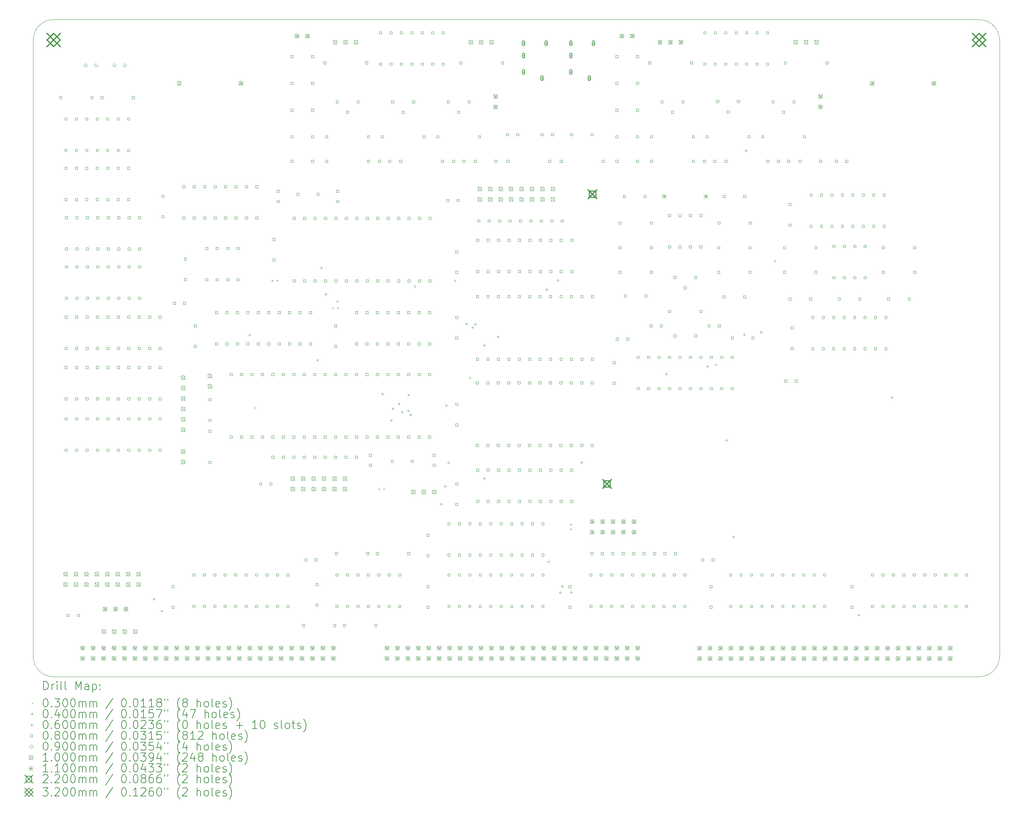
<source format=gbr>
%TF.GenerationSoftware,KiCad,Pcbnew,(6.0.11)*%
%TF.CreationDate,2023-12-22T20:06:39-05:00*%
%TF.ProjectId,input-output.Voice,696e7075-742d-46f7-9574-7075742e566f,rev?*%
%TF.SameCoordinates,Original*%
%TF.FileFunction,Drillmap*%
%TF.FilePolarity,Positive*%
%FSLAX45Y45*%
G04 Gerber Fmt 4.5, Leading zero omitted, Abs format (unit mm)*
G04 Created by KiCad (PCBNEW (6.0.11)) date 2023-12-22 20:06:39*
%MOMM*%
%LPD*%
G01*
G04 APERTURE LIST*
%ADD10C,0.050000*%
%ADD11C,0.200000*%
%ADD12C,0.030000*%
%ADD13C,0.040000*%
%ADD14C,0.060000*%
%ADD15C,0.080000*%
%ADD16C,0.090000*%
%ADD17C,0.100000*%
%ADD18C,0.110000*%
%ADD19C,0.220000*%
%ADD20C,0.320000*%
G04 APERTURE END LIST*
D10*
X3500000Y-7500000D02*
X3500000Y-22500000D01*
X4000000Y-23000000D02*
X26500000Y-23000000D01*
X27000000Y-22500000D02*
X27000000Y-7500000D01*
X26500000Y-7000000D02*
X4000000Y-7000000D01*
X27000000Y-7500000D02*
G75*
G03*
X26500000Y-7000000I-500000J0D01*
G01*
X3500000Y-22500000D02*
G75*
G03*
X4000000Y-23000000I500000J0D01*
G01*
X4000000Y-7000000D02*
G75*
G03*
X3500000Y-7500000I0J-500000D01*
G01*
X26500000Y-23000000D02*
G75*
G03*
X27000000Y-22500000I0J500000D01*
G01*
D11*
D12*
X9300000Y-13335000D02*
X9330000Y-13365000D01*
X9330000Y-13335000D02*
X9300000Y-13365000D01*
X9420000Y-13335000D02*
X9450000Y-13365000D01*
X9450000Y-13335000D02*
X9420000Y-13365000D01*
X10775000Y-14010000D02*
X10805000Y-14040000D01*
X10805000Y-14010000D02*
X10775000Y-14040000D01*
X10895000Y-14010000D02*
X10925000Y-14040000D01*
X10925000Y-14010000D02*
X10895000Y-14040000D01*
X11900000Y-18410000D02*
X11930000Y-18440000D01*
X11930000Y-18410000D02*
X11900000Y-18440000D01*
X12020000Y-18410000D02*
X12050000Y-18440000D01*
X12050000Y-18410000D02*
X12020000Y-18440000D01*
X16560000Y-19275000D02*
X16590000Y-19305000D01*
X16590000Y-19275000D02*
X16560000Y-19305000D01*
X16560000Y-19395000D02*
X16590000Y-19425000D01*
X16590000Y-19395000D02*
X16560000Y-19425000D01*
D13*
X6460610Y-21112400D02*
G75*
G03*
X6460610Y-21112400I-20000J0D01*
G01*
X6646320Y-21398800D02*
G75*
G03*
X6646320Y-21398800I-20000J0D01*
G01*
X8787210Y-14680390D02*
G75*
G03*
X8787210Y-14680390I-20000J0D01*
G01*
X8921340Y-16453160D02*
G75*
G03*
X8921340Y-16453160I-20000J0D01*
G01*
X10441830Y-15294730D02*
G75*
G03*
X10441830Y-15294730I-20000J0D01*
G01*
X10531320Y-13043890D02*
G75*
G03*
X10531320Y-13043890I-20000J0D01*
G01*
X10637240Y-13691150D02*
G75*
G03*
X10637240Y-13691150I-20000J0D01*
G01*
X10920030Y-13863960D02*
G75*
G03*
X10920030Y-13863960I-20000J0D01*
G01*
X12015990Y-16113150D02*
G75*
G03*
X12015990Y-16113150I-20000J0D01*
G01*
X12231700Y-16761700D02*
G75*
G03*
X12231700Y-16761700I-20000J0D01*
G01*
X12270000Y-16475000D02*
G75*
G03*
X12270000Y-16475000I-20000J0D01*
G01*
X12417720Y-16356800D02*
G75*
G03*
X12417720Y-16356800I-20000J0D01*
G01*
X12496410Y-16559500D02*
G75*
G03*
X12496410Y-16559500I-20000J0D01*
G01*
X12645000Y-16525000D02*
G75*
G03*
X12645000Y-16525000I-20000J0D01*
G01*
X12651940Y-16140110D02*
G75*
G03*
X12651940Y-16140110I-20000J0D01*
G01*
X12702540Y-16625000D02*
G75*
G03*
X12702540Y-16625000I-20000J0D01*
G01*
X12805720Y-13500400D02*
G75*
G03*
X12805720Y-13500400I-20000J0D01*
G01*
X13445000Y-18800000D02*
G75*
G03*
X13445000Y-18800000I-20000J0D01*
G01*
X13540750Y-18363890D02*
G75*
G03*
X13540750Y-18363890I-20000J0D01*
G01*
X13570000Y-16400000D02*
G75*
G03*
X13570000Y-16400000I-20000J0D01*
G01*
X13626510Y-17793490D02*
G75*
G03*
X13626510Y-17793490I-20000J0D01*
G01*
X13781230Y-13362990D02*
G75*
G03*
X13781230Y-13362990I-20000J0D01*
G01*
X14061610Y-14408090D02*
G75*
G03*
X14061610Y-14408090I-20000J0D01*
G01*
X14143590Y-15725970D02*
G75*
G03*
X14143590Y-15725970I-20000J0D01*
G01*
X14209520Y-14500180D02*
G75*
G03*
X14209520Y-14500180I-20000J0D01*
G01*
X14276330Y-14423340D02*
G75*
G03*
X14276330Y-14423340I-20000J0D01*
G01*
X14493120Y-14935050D02*
G75*
G03*
X14493120Y-14935050I-20000J0D01*
G01*
X14495000Y-18175000D02*
G75*
G03*
X14495000Y-18175000I-20000J0D01*
G01*
X14827690Y-14728620D02*
G75*
G03*
X14827690Y-14728620I-20000J0D01*
G01*
X16012330Y-13576400D02*
G75*
G03*
X16012330Y-13576400I-20000J0D01*
G01*
X16056150Y-20202030D02*
G75*
G03*
X16056150Y-20202030I-20000J0D01*
G01*
X16278850Y-13352360D02*
G75*
G03*
X16278850Y-13352360I-20000J0D01*
G01*
X16338290Y-20955100D02*
G75*
G03*
X16338290Y-20955100I-20000J0D01*
G01*
X16392600Y-20794760D02*
G75*
G03*
X16392600Y-20794760I-20000J0D01*
G01*
X16607980Y-20944520D02*
G75*
G03*
X16607980Y-20944520I-20000J0D01*
G01*
X16858800Y-17783370D02*
G75*
G03*
X16858800Y-17783370I-20000J0D01*
G01*
X18922870Y-15631310D02*
G75*
G03*
X18922870Y-15631310I-20000J0D01*
G01*
X19923740Y-15448770D02*
G75*
G03*
X19923740Y-15448770I-20000J0D01*
G01*
X20130680Y-15405270D02*
G75*
G03*
X20130680Y-15405270I-20000J0D01*
G01*
X20386500Y-17244090D02*
G75*
G03*
X20386500Y-17244090I-20000J0D01*
G01*
X20556330Y-19599260D02*
G75*
G03*
X20556330Y-19599260I-20000J0D01*
G01*
X20817390Y-14673900D02*
G75*
G03*
X20817390Y-14673900I-20000J0D01*
G01*
X20856070Y-10193670D02*
G75*
G03*
X20856070Y-10193670I-20000J0D01*
G01*
X21223520Y-14610720D02*
G75*
G03*
X21223520Y-14610720I-20000J0D01*
G01*
X21562490Y-12881850D02*
G75*
G03*
X21562490Y-12881850I-20000J0D01*
G01*
X23597490Y-21497480D02*
G75*
G03*
X23597490Y-21497480I-20000J0D01*
G01*
X24402030Y-16198440D02*
G75*
G03*
X24402030Y-16198440I-20000J0D01*
G01*
D14*
X15425000Y-7545000D02*
X15425000Y-7605000D01*
X15395000Y-7575000D02*
X15455000Y-7575000D01*
D11*
X15395000Y-7545000D02*
X15395000Y-7605000D01*
X15455000Y-7545000D02*
X15455000Y-7605000D01*
X15395000Y-7605000D02*
G75*
G03*
X15455000Y-7605000I30000J0D01*
G01*
X15455000Y-7545000D02*
G75*
G03*
X15395000Y-7545000I-30000J0D01*
G01*
D14*
X15425000Y-7845000D02*
X15425000Y-7905000D01*
X15395000Y-7875000D02*
X15455000Y-7875000D01*
D11*
X15395000Y-7845000D02*
X15395000Y-7905000D01*
X15455000Y-7845000D02*
X15455000Y-7905000D01*
X15395000Y-7905000D02*
G75*
G03*
X15455000Y-7905000I30000J0D01*
G01*
X15455000Y-7845000D02*
G75*
G03*
X15395000Y-7845000I-30000J0D01*
G01*
D14*
X15425000Y-8245000D02*
X15425000Y-8305000D01*
X15395000Y-8275000D02*
X15455000Y-8275000D01*
D11*
X15395000Y-8245000D02*
X15395000Y-8305000D01*
X15455000Y-8245000D02*
X15455000Y-8305000D01*
X15395000Y-8305000D02*
G75*
G03*
X15455000Y-8305000I30000J0D01*
G01*
X15455000Y-8245000D02*
G75*
G03*
X15395000Y-8245000I-30000J0D01*
G01*
D14*
X15875000Y-8395000D02*
X15875000Y-8455000D01*
X15845000Y-8425000D02*
X15905000Y-8425000D01*
D11*
X15845000Y-8395000D02*
X15845000Y-8455000D01*
X15905000Y-8395000D02*
X15905000Y-8455000D01*
X15845000Y-8455000D02*
G75*
G03*
X15905000Y-8455000I30000J0D01*
G01*
X15905000Y-8395000D02*
G75*
G03*
X15845000Y-8395000I-30000J0D01*
G01*
D14*
X15975000Y-7545000D02*
X15975000Y-7605000D01*
X15945000Y-7575000D02*
X16005000Y-7575000D01*
D11*
X15945000Y-7545000D02*
X15945000Y-7605000D01*
X16005000Y-7545000D02*
X16005000Y-7605000D01*
X15945000Y-7605000D02*
G75*
G03*
X16005000Y-7605000I30000J0D01*
G01*
X16005000Y-7545000D02*
G75*
G03*
X15945000Y-7545000I-30000J0D01*
G01*
D14*
X16575000Y-7545000D02*
X16575000Y-7605000D01*
X16545000Y-7575000D02*
X16605000Y-7575000D01*
D11*
X16545000Y-7545000D02*
X16545000Y-7605000D01*
X16605000Y-7545000D02*
X16605000Y-7605000D01*
X16545000Y-7605000D02*
G75*
G03*
X16605000Y-7605000I30000J0D01*
G01*
X16605000Y-7545000D02*
G75*
G03*
X16545000Y-7545000I-30000J0D01*
G01*
D14*
X16575000Y-7845000D02*
X16575000Y-7905000D01*
X16545000Y-7875000D02*
X16605000Y-7875000D01*
D11*
X16545000Y-7845000D02*
X16545000Y-7905000D01*
X16605000Y-7845000D02*
X16605000Y-7905000D01*
X16545000Y-7905000D02*
G75*
G03*
X16605000Y-7905000I30000J0D01*
G01*
X16605000Y-7845000D02*
G75*
G03*
X16545000Y-7845000I-30000J0D01*
G01*
D14*
X16575000Y-8245000D02*
X16575000Y-8305000D01*
X16545000Y-8275000D02*
X16605000Y-8275000D01*
D11*
X16545000Y-8245000D02*
X16545000Y-8305000D01*
X16605000Y-8245000D02*
X16605000Y-8305000D01*
X16545000Y-8305000D02*
G75*
G03*
X16605000Y-8305000I30000J0D01*
G01*
X16605000Y-8245000D02*
G75*
G03*
X16545000Y-8245000I-30000J0D01*
G01*
D14*
X17025000Y-8395000D02*
X17025000Y-8455000D01*
X16995000Y-8425000D02*
X17055000Y-8425000D01*
D11*
X16995000Y-8395000D02*
X16995000Y-8455000D01*
X17055000Y-8395000D02*
X17055000Y-8455000D01*
X16995000Y-8455000D02*
G75*
G03*
X17055000Y-8455000I30000J0D01*
G01*
X17055000Y-8395000D02*
G75*
G03*
X16995000Y-8395000I-30000J0D01*
G01*
D14*
X17125000Y-7545000D02*
X17125000Y-7605000D01*
X17095000Y-7575000D02*
X17155000Y-7575000D01*
D11*
X17095000Y-7545000D02*
X17095000Y-7605000D01*
X17155000Y-7545000D02*
X17155000Y-7605000D01*
X17095000Y-7605000D02*
G75*
G03*
X17155000Y-7605000I30000J0D01*
G01*
X17155000Y-7545000D02*
G75*
G03*
X17095000Y-7545000I-30000J0D01*
G01*
D15*
X4197285Y-8928285D02*
X4197285Y-8871716D01*
X4140715Y-8871716D01*
X4140715Y-8928285D01*
X4197285Y-8928285D01*
X4322285Y-9447285D02*
X4322285Y-9390716D01*
X4265716Y-9390716D01*
X4265716Y-9447285D01*
X4322285Y-9447285D01*
X4322285Y-10209285D02*
X4322285Y-10152716D01*
X4265716Y-10152716D01*
X4265716Y-10209285D01*
X4322285Y-10209285D01*
X4322285Y-10646285D02*
X4322285Y-10589716D01*
X4265716Y-10589716D01*
X4265716Y-10646285D01*
X4322285Y-10646285D01*
X4322285Y-11408284D02*
X4322285Y-11351715D01*
X4265716Y-11351715D01*
X4265716Y-11408284D01*
X4322285Y-11408284D01*
X4328285Y-14266284D02*
X4328285Y-14209715D01*
X4271716Y-14209715D01*
X4271716Y-14266284D01*
X4328285Y-14266284D01*
X4328285Y-15028284D02*
X4328285Y-14971715D01*
X4271716Y-14971715D01*
X4271716Y-15028284D01*
X4328285Y-15028284D01*
X4328285Y-15496284D02*
X4328285Y-15439715D01*
X4271716Y-15439715D01*
X4271716Y-15496284D01*
X4328285Y-15496284D01*
X4328285Y-16258284D02*
X4328285Y-16201715D01*
X4271716Y-16201715D01*
X4271716Y-16258284D01*
X4328285Y-16258284D01*
X4328285Y-16746284D02*
X4328285Y-16689715D01*
X4271716Y-16689715D01*
X4271716Y-16746284D01*
X4328285Y-16746284D01*
X4328285Y-17508285D02*
X4328285Y-17451716D01*
X4271716Y-17451716D01*
X4271716Y-17508285D01*
X4328285Y-17508285D01*
X4338285Y-11846284D02*
X4338285Y-11789715D01*
X4281716Y-11789715D01*
X4281716Y-11846284D01*
X4338285Y-11846284D01*
X4338285Y-12608284D02*
X4338285Y-12551715D01*
X4281716Y-12551715D01*
X4281716Y-12608284D01*
X4338285Y-12608284D01*
X4338285Y-13046284D02*
X4338285Y-12989715D01*
X4281716Y-12989715D01*
X4281716Y-13046284D01*
X4338285Y-13046284D01*
X4338285Y-13808284D02*
X4338285Y-13751715D01*
X4281716Y-13751715D01*
X4281716Y-13808284D01*
X4338285Y-13808284D01*
X4378285Y-21528285D02*
X4378285Y-21471716D01*
X4321716Y-21471716D01*
X4321716Y-21528285D01*
X4378285Y-21528285D01*
X4576285Y-9447285D02*
X4576285Y-9390716D01*
X4519716Y-9390716D01*
X4519716Y-9447285D01*
X4576285Y-9447285D01*
X4576285Y-10209285D02*
X4576285Y-10152716D01*
X4519716Y-10152716D01*
X4519716Y-10209285D01*
X4576285Y-10209285D01*
X4576285Y-10646285D02*
X4576285Y-10589716D01*
X4519716Y-10589716D01*
X4519716Y-10646285D01*
X4576285Y-10646285D01*
X4576285Y-11408284D02*
X4576285Y-11351715D01*
X4519716Y-11351715D01*
X4519716Y-11408284D01*
X4576285Y-11408284D01*
X4582285Y-14266284D02*
X4582285Y-14209715D01*
X4525716Y-14209715D01*
X4525716Y-14266284D01*
X4582285Y-14266284D01*
X4582285Y-15028284D02*
X4582285Y-14971715D01*
X4525716Y-14971715D01*
X4525716Y-15028284D01*
X4582285Y-15028284D01*
X4582285Y-15496284D02*
X4582285Y-15439715D01*
X4525716Y-15439715D01*
X4525716Y-15496284D01*
X4582285Y-15496284D01*
X4582285Y-16258284D02*
X4582285Y-16201715D01*
X4525716Y-16201715D01*
X4525716Y-16258284D01*
X4582285Y-16258284D01*
X4582285Y-16746284D02*
X4582285Y-16689715D01*
X4525716Y-16689715D01*
X4525716Y-16746284D01*
X4582285Y-16746284D01*
X4582285Y-17508285D02*
X4582285Y-17451716D01*
X4525716Y-17451716D01*
X4525716Y-17508285D01*
X4582285Y-17508285D01*
X4592285Y-11846284D02*
X4592285Y-11789715D01*
X4535716Y-11789715D01*
X4535716Y-11846284D01*
X4592285Y-11846284D01*
X4592285Y-12608284D02*
X4592285Y-12551715D01*
X4535716Y-12551715D01*
X4535716Y-12608284D01*
X4592285Y-12608284D01*
X4592285Y-13046284D02*
X4592285Y-12989715D01*
X4535716Y-12989715D01*
X4535716Y-13046284D01*
X4592285Y-13046284D01*
X4592285Y-13808284D02*
X4592285Y-13751715D01*
X4535716Y-13751715D01*
X4535716Y-13808284D01*
X4592285Y-13808284D01*
X4628285Y-21528285D02*
X4628285Y-21471716D01*
X4571716Y-21471716D01*
X4571716Y-21528285D01*
X4628285Y-21528285D01*
X4830285Y-9447285D02*
X4830285Y-9390716D01*
X4773716Y-9390716D01*
X4773716Y-9447285D01*
X4830285Y-9447285D01*
X4830285Y-10209285D02*
X4830285Y-10152716D01*
X4773716Y-10152716D01*
X4773716Y-10209285D01*
X4830285Y-10209285D01*
X4830285Y-10646285D02*
X4830285Y-10589716D01*
X4773716Y-10589716D01*
X4773716Y-10646285D01*
X4830285Y-10646285D01*
X4830285Y-11408284D02*
X4830285Y-11351715D01*
X4773716Y-11351715D01*
X4773716Y-11408284D01*
X4830285Y-11408284D01*
X4836285Y-14266284D02*
X4836285Y-14209715D01*
X4779716Y-14209715D01*
X4779716Y-14266284D01*
X4836285Y-14266284D01*
X4836285Y-15028284D02*
X4836285Y-14971715D01*
X4779716Y-14971715D01*
X4779716Y-15028284D01*
X4836285Y-15028284D01*
X4836285Y-15496284D02*
X4836285Y-15439715D01*
X4779716Y-15439715D01*
X4779716Y-15496284D01*
X4836285Y-15496284D01*
X4836285Y-16258284D02*
X4836285Y-16201715D01*
X4779716Y-16201715D01*
X4779716Y-16258284D01*
X4836285Y-16258284D01*
X4836285Y-16746284D02*
X4836285Y-16689715D01*
X4779716Y-16689715D01*
X4779716Y-16746284D01*
X4836285Y-16746284D01*
X4836285Y-17508285D02*
X4836285Y-17451716D01*
X4779716Y-17451716D01*
X4779716Y-17508285D01*
X4836285Y-17508285D01*
X4846285Y-11846284D02*
X4846285Y-11789715D01*
X4789716Y-11789715D01*
X4789716Y-11846284D01*
X4846285Y-11846284D01*
X4846285Y-12608284D02*
X4846285Y-12551715D01*
X4789716Y-12551715D01*
X4789716Y-12608284D01*
X4846285Y-12608284D01*
X4846285Y-13046284D02*
X4846285Y-12989715D01*
X4789716Y-12989715D01*
X4789716Y-13046284D01*
X4846285Y-13046284D01*
X4846285Y-13808284D02*
X4846285Y-13751715D01*
X4789716Y-13751715D01*
X4789716Y-13808284D01*
X4846285Y-13808284D01*
X4959285Y-8928285D02*
X4959285Y-8871716D01*
X4902716Y-8871716D01*
X4902716Y-8928285D01*
X4959285Y-8928285D01*
X5084285Y-9447285D02*
X5084285Y-9390716D01*
X5027716Y-9390716D01*
X5027716Y-9447285D01*
X5084285Y-9447285D01*
X5084285Y-10209285D02*
X5084285Y-10152716D01*
X5027716Y-10152716D01*
X5027716Y-10209285D01*
X5084285Y-10209285D01*
X5084285Y-10646285D02*
X5084285Y-10589716D01*
X5027716Y-10589716D01*
X5027716Y-10646285D01*
X5084285Y-10646285D01*
X5084285Y-11408284D02*
X5084285Y-11351715D01*
X5027716Y-11351715D01*
X5027716Y-11408284D01*
X5084285Y-11408284D01*
X5090285Y-14266284D02*
X5090285Y-14209715D01*
X5033716Y-14209715D01*
X5033716Y-14266284D01*
X5090285Y-14266284D01*
X5090285Y-15028284D02*
X5090285Y-14971715D01*
X5033716Y-14971715D01*
X5033716Y-15028284D01*
X5090285Y-15028284D01*
X5090285Y-15496284D02*
X5090285Y-15439715D01*
X5033716Y-15439715D01*
X5033716Y-15496284D01*
X5090285Y-15496284D01*
X5090285Y-16258284D02*
X5090285Y-16201715D01*
X5033716Y-16201715D01*
X5033716Y-16258284D01*
X5090285Y-16258284D01*
X5090285Y-16746284D02*
X5090285Y-16689715D01*
X5033716Y-16689715D01*
X5033716Y-16746284D01*
X5090285Y-16746284D01*
X5090285Y-17508285D02*
X5090285Y-17451716D01*
X5033716Y-17451716D01*
X5033716Y-17508285D01*
X5090285Y-17508285D01*
X5100285Y-11846284D02*
X5100285Y-11789715D01*
X5043716Y-11789715D01*
X5043716Y-11846284D01*
X5100285Y-11846284D01*
X5100285Y-12608284D02*
X5100285Y-12551715D01*
X5043716Y-12551715D01*
X5043716Y-12608284D01*
X5100285Y-12608284D01*
X5100285Y-13046284D02*
X5100285Y-12989715D01*
X5043716Y-12989715D01*
X5043716Y-13046284D01*
X5100285Y-13046284D01*
X5100285Y-13808284D02*
X5100285Y-13751715D01*
X5043716Y-13751715D01*
X5043716Y-13808284D01*
X5100285Y-13808284D01*
X5197285Y-8928285D02*
X5197285Y-8871716D01*
X5140716Y-8871716D01*
X5140716Y-8928285D01*
X5197285Y-8928285D01*
X5338285Y-9447285D02*
X5338285Y-9390716D01*
X5281716Y-9390716D01*
X5281716Y-9447285D01*
X5338285Y-9447285D01*
X5338285Y-10209285D02*
X5338285Y-10152716D01*
X5281716Y-10152716D01*
X5281716Y-10209285D01*
X5338285Y-10209285D01*
X5338285Y-10646285D02*
X5338285Y-10589716D01*
X5281716Y-10589716D01*
X5281716Y-10646285D01*
X5338285Y-10646285D01*
X5338285Y-11408284D02*
X5338285Y-11351715D01*
X5281716Y-11351715D01*
X5281716Y-11408284D01*
X5338285Y-11408284D01*
X5344285Y-14266284D02*
X5344285Y-14209715D01*
X5287716Y-14209715D01*
X5287716Y-14266284D01*
X5344285Y-14266284D01*
X5344285Y-15028284D02*
X5344285Y-14971715D01*
X5287716Y-14971715D01*
X5287716Y-15028284D01*
X5344285Y-15028284D01*
X5344285Y-15496284D02*
X5344285Y-15439715D01*
X5287716Y-15439715D01*
X5287716Y-15496284D01*
X5344285Y-15496284D01*
X5344285Y-16258284D02*
X5344285Y-16201715D01*
X5287716Y-16201715D01*
X5287716Y-16258284D01*
X5344285Y-16258284D01*
X5344285Y-16746284D02*
X5344285Y-16689715D01*
X5287716Y-16689715D01*
X5287716Y-16746284D01*
X5344285Y-16746284D01*
X5344285Y-17508285D02*
X5344285Y-17451716D01*
X5287716Y-17451716D01*
X5287716Y-17508285D01*
X5344285Y-17508285D01*
X5354285Y-11846284D02*
X5354285Y-11789715D01*
X5297716Y-11789715D01*
X5297716Y-11846284D01*
X5354285Y-11846284D01*
X5354285Y-12608284D02*
X5354285Y-12551715D01*
X5297716Y-12551715D01*
X5297716Y-12608284D01*
X5354285Y-12608284D01*
X5354285Y-13046284D02*
X5354285Y-12989715D01*
X5297716Y-12989715D01*
X5297716Y-13046284D01*
X5354285Y-13046284D01*
X5354285Y-13808284D02*
X5354285Y-13751715D01*
X5297716Y-13751715D01*
X5297716Y-13808284D01*
X5354285Y-13808284D01*
X5592285Y-9447285D02*
X5592285Y-9390716D01*
X5535716Y-9390716D01*
X5535716Y-9447285D01*
X5592285Y-9447285D01*
X5592285Y-10209285D02*
X5592285Y-10152716D01*
X5535716Y-10152716D01*
X5535716Y-10209285D01*
X5592285Y-10209285D01*
X5592285Y-10646285D02*
X5592285Y-10589716D01*
X5535716Y-10589716D01*
X5535716Y-10646285D01*
X5592285Y-10646285D01*
X5592285Y-11408284D02*
X5592285Y-11351715D01*
X5535716Y-11351715D01*
X5535716Y-11408284D01*
X5592285Y-11408284D01*
X5598284Y-14266284D02*
X5598284Y-14209715D01*
X5541716Y-14209715D01*
X5541716Y-14266284D01*
X5598284Y-14266284D01*
X5598284Y-15028284D02*
X5598284Y-14971715D01*
X5541716Y-14971715D01*
X5541716Y-15028284D01*
X5598284Y-15028284D01*
X5598284Y-15496284D02*
X5598284Y-15439715D01*
X5541716Y-15439715D01*
X5541716Y-15496284D01*
X5598284Y-15496284D01*
X5598284Y-16258284D02*
X5598284Y-16201715D01*
X5541716Y-16201715D01*
X5541716Y-16258284D01*
X5598284Y-16258284D01*
X5598284Y-16746284D02*
X5598284Y-16689715D01*
X5541716Y-16689715D01*
X5541716Y-16746284D01*
X5598284Y-16746284D01*
X5598284Y-17508285D02*
X5598284Y-17451716D01*
X5541716Y-17451716D01*
X5541716Y-17508285D01*
X5598284Y-17508285D01*
X5608284Y-11846284D02*
X5608284Y-11789715D01*
X5551716Y-11789715D01*
X5551716Y-11846284D01*
X5608284Y-11846284D01*
X5608284Y-12608284D02*
X5608284Y-12551715D01*
X5551716Y-12551715D01*
X5551716Y-12608284D01*
X5608284Y-12608284D01*
X5608284Y-13046284D02*
X5608284Y-12989715D01*
X5551716Y-12989715D01*
X5551716Y-13046284D01*
X5608284Y-13046284D01*
X5608284Y-13808284D02*
X5608284Y-13751715D01*
X5551716Y-13751715D01*
X5551716Y-13808284D01*
X5608284Y-13808284D01*
X5846284Y-9447285D02*
X5846284Y-9390716D01*
X5789715Y-9390716D01*
X5789715Y-9447285D01*
X5846284Y-9447285D01*
X5846284Y-10209285D02*
X5846284Y-10152716D01*
X5789715Y-10152716D01*
X5789715Y-10209285D01*
X5846284Y-10209285D01*
X5846284Y-10646285D02*
X5846284Y-10589716D01*
X5789715Y-10589716D01*
X5789715Y-10646285D01*
X5846284Y-10646285D01*
X5846284Y-11408284D02*
X5846284Y-11351715D01*
X5789715Y-11351715D01*
X5789715Y-11408284D01*
X5846284Y-11408284D01*
X5852284Y-14266284D02*
X5852284Y-14209715D01*
X5795715Y-14209715D01*
X5795715Y-14266284D01*
X5852284Y-14266284D01*
X5852284Y-15028284D02*
X5852284Y-14971715D01*
X5795715Y-14971715D01*
X5795715Y-15028284D01*
X5852284Y-15028284D01*
X5852284Y-15496284D02*
X5852284Y-15439715D01*
X5795715Y-15439715D01*
X5795715Y-15496284D01*
X5852284Y-15496284D01*
X5852284Y-16258284D02*
X5852284Y-16201715D01*
X5795715Y-16201715D01*
X5795715Y-16258284D01*
X5852284Y-16258284D01*
X5852284Y-16746284D02*
X5852284Y-16689715D01*
X5795715Y-16689715D01*
X5795715Y-16746284D01*
X5852284Y-16746284D01*
X5852284Y-17508285D02*
X5852284Y-17451716D01*
X5795715Y-17451716D01*
X5795715Y-17508285D01*
X5852284Y-17508285D01*
X5862284Y-11846284D02*
X5862284Y-11789715D01*
X5805715Y-11789715D01*
X5805715Y-11846284D01*
X5862284Y-11846284D01*
X5862284Y-12608284D02*
X5862284Y-12551715D01*
X5805715Y-12551715D01*
X5805715Y-12608284D01*
X5862284Y-12608284D01*
X5862284Y-13046284D02*
X5862284Y-12989715D01*
X5805715Y-12989715D01*
X5805715Y-13046284D01*
X5862284Y-13046284D01*
X5862284Y-13808284D02*
X5862284Y-13751715D01*
X5805715Y-13751715D01*
X5805715Y-13808284D01*
X5862284Y-13808284D01*
X5959284Y-8928285D02*
X5959284Y-8871716D01*
X5902715Y-8871716D01*
X5902715Y-8928285D01*
X5959284Y-8928285D01*
X6106284Y-14266284D02*
X6106284Y-14209715D01*
X6049715Y-14209715D01*
X6049715Y-14266284D01*
X6106284Y-14266284D01*
X6106284Y-15028284D02*
X6106284Y-14971715D01*
X6049715Y-14971715D01*
X6049715Y-15028284D01*
X6106284Y-15028284D01*
X6106284Y-15496284D02*
X6106284Y-15439715D01*
X6049715Y-15439715D01*
X6049715Y-15496284D01*
X6106284Y-15496284D01*
X6106284Y-16258284D02*
X6106284Y-16201715D01*
X6049715Y-16201715D01*
X6049715Y-16258284D01*
X6106284Y-16258284D01*
X6106284Y-16746284D02*
X6106284Y-16689715D01*
X6049715Y-16689715D01*
X6049715Y-16746284D01*
X6106284Y-16746284D01*
X6106284Y-17508285D02*
X6106284Y-17451716D01*
X6049715Y-17451716D01*
X6049715Y-17508285D01*
X6106284Y-17508285D01*
X6116284Y-11846284D02*
X6116284Y-11789715D01*
X6059715Y-11789715D01*
X6059715Y-11846284D01*
X6116284Y-11846284D01*
X6116284Y-12608284D02*
X6116284Y-12551715D01*
X6059715Y-12551715D01*
X6059715Y-12608284D01*
X6116284Y-12608284D01*
X6116284Y-13046284D02*
X6116284Y-12989715D01*
X6059715Y-12989715D01*
X6059715Y-13046284D01*
X6116284Y-13046284D01*
X6116284Y-13808284D02*
X6116284Y-13751715D01*
X6059715Y-13751715D01*
X6059715Y-13808284D01*
X6116284Y-13808284D01*
X6360284Y-14266284D02*
X6360284Y-14209715D01*
X6303715Y-14209715D01*
X6303715Y-14266284D01*
X6360284Y-14266284D01*
X6360284Y-15028284D02*
X6360284Y-14971715D01*
X6303715Y-14971715D01*
X6303715Y-15028284D01*
X6360284Y-15028284D01*
X6360284Y-15496284D02*
X6360284Y-15439715D01*
X6303715Y-15439715D01*
X6303715Y-15496284D01*
X6360284Y-15496284D01*
X6360284Y-16258284D02*
X6360284Y-16201715D01*
X6303715Y-16201715D01*
X6303715Y-16258284D01*
X6360284Y-16258284D01*
X6360284Y-16746284D02*
X6360284Y-16689715D01*
X6303715Y-16689715D01*
X6303715Y-16746284D01*
X6360284Y-16746284D01*
X6360284Y-17508285D02*
X6360284Y-17451716D01*
X6303715Y-17451716D01*
X6303715Y-17508285D01*
X6360284Y-17508285D01*
X6614284Y-14266284D02*
X6614284Y-14209715D01*
X6557715Y-14209715D01*
X6557715Y-14266284D01*
X6614284Y-14266284D01*
X6614284Y-15028284D02*
X6614284Y-14971715D01*
X6557715Y-14971715D01*
X6557715Y-15028284D01*
X6614284Y-15028284D01*
X6614284Y-15496284D02*
X6614284Y-15439715D01*
X6557715Y-15439715D01*
X6557715Y-15496284D01*
X6614284Y-15496284D01*
X6614284Y-16258284D02*
X6614284Y-16201715D01*
X6557715Y-16201715D01*
X6557715Y-16258284D01*
X6614284Y-16258284D01*
X6614284Y-16746284D02*
X6614284Y-16689715D01*
X6557715Y-16689715D01*
X6557715Y-16746284D01*
X6614284Y-16746284D01*
X6614284Y-17508285D02*
X6614284Y-17451716D01*
X6557715Y-17451716D01*
X6557715Y-17508285D01*
X6614284Y-17508285D01*
X6678284Y-11327284D02*
X6678284Y-11270715D01*
X6621715Y-11270715D01*
X6621715Y-11327284D01*
X6678284Y-11327284D01*
X6678284Y-11827284D02*
X6678284Y-11770715D01*
X6621715Y-11770715D01*
X6621715Y-11827284D01*
X6678284Y-11827284D01*
X6928284Y-20828285D02*
X6928284Y-20771716D01*
X6871715Y-20771716D01*
X6871715Y-20828285D01*
X6928284Y-20828285D01*
X6928284Y-21328285D02*
X6928284Y-21271716D01*
X6871715Y-21271716D01*
X6871715Y-21328285D01*
X6928284Y-21328285D01*
X6957774Y-13928284D02*
X6957774Y-13871715D01*
X6901205Y-13871715D01*
X6901205Y-13928284D01*
X6957774Y-13928284D01*
X7190784Y-11096285D02*
X7190784Y-11039716D01*
X7134215Y-11039716D01*
X7134215Y-11096285D01*
X7190784Y-11096285D01*
X7190784Y-11858284D02*
X7190784Y-11801715D01*
X7134215Y-11801715D01*
X7134215Y-11858284D01*
X7190784Y-11858284D01*
X7207774Y-13928284D02*
X7207774Y-13871715D01*
X7151205Y-13871715D01*
X7151205Y-13928284D01*
X7207774Y-13928284D01*
X7228284Y-12853284D02*
X7228284Y-12796715D01*
X7171715Y-12796715D01*
X7171715Y-12853284D01*
X7228284Y-12853284D01*
X7228284Y-13353284D02*
X7228284Y-13296715D01*
X7171715Y-13296715D01*
X7171715Y-13353284D01*
X7228284Y-13353284D01*
X7435784Y-20546285D02*
X7435784Y-20489716D01*
X7379215Y-20489716D01*
X7379215Y-20546285D01*
X7435784Y-20546285D01*
X7435784Y-21308285D02*
X7435784Y-21251716D01*
X7379215Y-21251716D01*
X7379215Y-21308285D01*
X7435784Y-21308285D01*
X7444784Y-11096285D02*
X7444784Y-11039716D01*
X7388215Y-11039716D01*
X7388215Y-11096285D01*
X7444784Y-11096285D01*
X7444784Y-11858284D02*
X7444784Y-11801715D01*
X7388215Y-11801715D01*
X7388215Y-11858284D01*
X7444784Y-11858284D01*
X7465784Y-14478284D02*
X7465784Y-14421715D01*
X7409215Y-14421715D01*
X7409215Y-14478284D01*
X7465784Y-14478284D01*
X7465784Y-14978284D02*
X7465784Y-14921715D01*
X7409215Y-14921715D01*
X7409215Y-14978284D01*
X7465784Y-14978284D01*
X7689784Y-20546285D02*
X7689784Y-20489716D01*
X7633215Y-20489716D01*
X7633215Y-20546285D01*
X7689784Y-20546285D01*
X7689784Y-21308285D02*
X7689784Y-21251716D01*
X7633215Y-21251716D01*
X7633215Y-21308285D01*
X7689784Y-21308285D01*
X7698784Y-11096285D02*
X7698784Y-11039716D01*
X7642215Y-11039716D01*
X7642215Y-11096285D01*
X7698784Y-11096285D01*
X7698784Y-11858284D02*
X7698784Y-11801715D01*
X7642215Y-11801715D01*
X7642215Y-11858284D01*
X7698784Y-11858284D01*
X7747284Y-12596284D02*
X7747284Y-12539715D01*
X7690715Y-12539715D01*
X7690715Y-12596284D01*
X7747284Y-12596284D01*
X7747284Y-13358284D02*
X7747284Y-13301715D01*
X7690715Y-13301715D01*
X7690715Y-13358284D01*
X7747284Y-13358284D01*
X7825784Y-16278284D02*
X7825784Y-16221715D01*
X7769215Y-16221715D01*
X7769215Y-16278284D01*
X7825784Y-16278284D01*
X7825784Y-16778285D02*
X7825784Y-16721715D01*
X7769215Y-16721715D01*
X7769215Y-16778285D01*
X7825784Y-16778285D01*
X7825784Y-17047285D02*
X7825784Y-16990716D01*
X7769215Y-16990716D01*
X7769215Y-17047285D01*
X7825784Y-17047285D01*
X7825784Y-17809285D02*
X7825784Y-17752716D01*
X7769215Y-17752716D01*
X7769215Y-17809285D01*
X7825784Y-17809285D01*
X7943784Y-20546285D02*
X7943784Y-20489716D01*
X7887215Y-20489716D01*
X7887215Y-20546285D01*
X7943784Y-20546285D01*
X7943784Y-21308285D02*
X7943784Y-21251716D01*
X7887215Y-21251716D01*
X7887215Y-21308285D01*
X7943784Y-21308285D01*
X7952784Y-11096285D02*
X7952784Y-11039716D01*
X7896215Y-11039716D01*
X7896215Y-11096285D01*
X7952784Y-11096285D01*
X7952784Y-11858284D02*
X7952784Y-11801715D01*
X7896215Y-11801715D01*
X7896215Y-11858284D01*
X7952784Y-11858284D01*
X7985784Y-14158784D02*
X7985784Y-14102215D01*
X7929215Y-14102215D01*
X7929215Y-14158784D01*
X7985784Y-14158784D01*
X7985784Y-14920784D02*
X7985784Y-14864215D01*
X7929215Y-14864215D01*
X7929215Y-14920784D01*
X7985784Y-14920784D01*
X8001284Y-12596284D02*
X8001284Y-12539715D01*
X7944715Y-12539715D01*
X7944715Y-12596284D01*
X8001284Y-12596284D01*
X8001284Y-13358284D02*
X8001284Y-13301715D01*
X7944715Y-13301715D01*
X7944715Y-13358284D01*
X8001284Y-13358284D01*
X8197784Y-20546285D02*
X8197784Y-20489716D01*
X8141215Y-20489716D01*
X8141215Y-20546285D01*
X8197784Y-20546285D01*
X8197784Y-21308285D02*
X8197784Y-21251716D01*
X8141215Y-21251716D01*
X8141215Y-21308285D01*
X8197784Y-21308285D01*
X8206784Y-11096285D02*
X8206784Y-11039716D01*
X8150215Y-11039716D01*
X8150215Y-11096285D01*
X8206784Y-11096285D01*
X8206784Y-11858284D02*
X8206784Y-11801715D01*
X8150215Y-11801715D01*
X8150215Y-11858284D01*
X8206784Y-11858284D01*
X8239784Y-14158784D02*
X8239784Y-14102215D01*
X8183215Y-14102215D01*
X8183215Y-14158784D01*
X8239784Y-14158784D01*
X8239784Y-14920784D02*
X8239784Y-14864215D01*
X8183215Y-14864215D01*
X8183215Y-14920784D01*
X8239784Y-14920784D01*
X8255284Y-12596284D02*
X8255284Y-12539715D01*
X8198715Y-12539715D01*
X8198715Y-12596284D01*
X8255284Y-12596284D01*
X8255284Y-13358284D02*
X8255284Y-13301715D01*
X8198715Y-13301715D01*
X8198715Y-13358284D01*
X8255284Y-13358284D01*
X8338284Y-15666784D02*
X8338284Y-15610215D01*
X8281715Y-15610215D01*
X8281715Y-15666784D01*
X8338284Y-15666784D01*
X8338284Y-17190785D02*
X8338284Y-17134216D01*
X8281715Y-17134216D01*
X8281715Y-17190785D01*
X8338284Y-17190785D01*
X8451785Y-20546285D02*
X8451785Y-20489716D01*
X8395216Y-20489716D01*
X8395216Y-20546285D01*
X8451785Y-20546285D01*
X8451785Y-21308285D02*
X8451785Y-21251716D01*
X8395216Y-21251716D01*
X8395216Y-21308285D01*
X8451785Y-21308285D01*
X8460785Y-11096285D02*
X8460785Y-11039716D01*
X8404216Y-11039716D01*
X8404216Y-11096285D01*
X8460785Y-11096285D01*
X8460785Y-11858284D02*
X8460785Y-11801715D01*
X8404216Y-11801715D01*
X8404216Y-11858284D01*
X8460785Y-11858284D01*
X8493785Y-14158784D02*
X8493785Y-14102215D01*
X8437216Y-14102215D01*
X8437216Y-14158784D01*
X8493785Y-14158784D01*
X8493785Y-14920784D02*
X8493785Y-14864215D01*
X8437216Y-14864215D01*
X8437216Y-14920784D01*
X8493785Y-14920784D01*
X8509285Y-12596284D02*
X8509285Y-12539715D01*
X8452716Y-12539715D01*
X8452716Y-12596284D01*
X8509285Y-12596284D01*
X8509285Y-13358284D02*
X8509285Y-13301715D01*
X8452716Y-13301715D01*
X8452716Y-13358284D01*
X8509285Y-13358284D01*
X8592285Y-15666784D02*
X8592285Y-15610215D01*
X8535716Y-15610215D01*
X8535716Y-15666784D01*
X8592285Y-15666784D01*
X8592285Y-17190785D02*
X8592285Y-17134216D01*
X8535716Y-17134216D01*
X8535716Y-17190785D01*
X8592285Y-17190785D01*
X8705785Y-20546285D02*
X8705785Y-20489716D01*
X8649216Y-20489716D01*
X8649216Y-20546285D01*
X8705785Y-20546285D01*
X8705785Y-21308285D02*
X8705785Y-21251716D01*
X8649216Y-21251716D01*
X8649216Y-21308285D01*
X8705785Y-21308285D01*
X8714785Y-11096285D02*
X8714785Y-11039716D01*
X8658216Y-11039716D01*
X8658216Y-11096285D01*
X8714785Y-11096285D01*
X8714785Y-11858284D02*
X8714785Y-11801715D01*
X8658216Y-11801715D01*
X8658216Y-11858284D01*
X8714785Y-11858284D01*
X8747785Y-14158784D02*
X8747785Y-14102215D01*
X8691216Y-14102215D01*
X8691216Y-14158784D01*
X8747785Y-14158784D01*
X8747785Y-14920784D02*
X8747785Y-14864215D01*
X8691216Y-14864215D01*
X8691216Y-14920784D01*
X8747785Y-14920784D01*
X8846285Y-15666784D02*
X8846285Y-15610215D01*
X8789716Y-15610215D01*
X8789716Y-15666784D01*
X8846285Y-15666784D01*
X8846285Y-17190785D02*
X8846285Y-17134216D01*
X8789716Y-17134216D01*
X8789716Y-17190785D01*
X8846285Y-17190785D01*
X8959785Y-20546285D02*
X8959785Y-20489716D01*
X8903216Y-20489716D01*
X8903216Y-20546285D01*
X8959785Y-20546285D01*
X8959785Y-21308285D02*
X8959785Y-21251716D01*
X8903216Y-21251716D01*
X8903216Y-21308285D01*
X8959785Y-21308285D01*
X8968785Y-11096285D02*
X8968785Y-11039716D01*
X8912216Y-11039716D01*
X8912216Y-11096285D01*
X8968785Y-11096285D01*
X8968785Y-11858284D02*
X8968785Y-11801715D01*
X8912216Y-11801715D01*
X8912216Y-11858284D01*
X8968785Y-11858284D01*
X9001785Y-14158784D02*
X9001785Y-14102215D01*
X8945216Y-14102215D01*
X8945216Y-14158784D01*
X9001785Y-14158784D01*
X9001785Y-14920784D02*
X9001785Y-14864215D01*
X8945216Y-14864215D01*
X8945216Y-14920784D01*
X9001785Y-14920784D01*
X9055275Y-18328285D02*
X9055275Y-18271716D01*
X8998706Y-18271716D01*
X8998706Y-18328285D01*
X9055275Y-18328285D01*
X9100285Y-15666784D02*
X9100285Y-15610215D01*
X9043716Y-15610215D01*
X9043716Y-15666784D01*
X9100285Y-15666784D01*
X9100285Y-17190785D02*
X9100285Y-17134216D01*
X9043716Y-17134216D01*
X9043716Y-17190785D01*
X9100285Y-17190785D01*
X9213785Y-20546285D02*
X9213785Y-20489716D01*
X9157216Y-20489716D01*
X9157216Y-20546285D01*
X9213785Y-20546285D01*
X9213785Y-21308285D02*
X9213785Y-21251716D01*
X9157216Y-21251716D01*
X9157216Y-21308285D01*
X9213785Y-21308285D01*
X9255785Y-14158784D02*
X9255785Y-14102215D01*
X9199216Y-14102215D01*
X9199216Y-14158784D01*
X9255785Y-14158784D01*
X9255785Y-14920784D02*
X9255785Y-14864215D01*
X9199216Y-14864215D01*
X9199216Y-14920784D01*
X9255785Y-14920784D01*
X9305275Y-18328285D02*
X9305275Y-18271716D01*
X9248706Y-18271716D01*
X9248706Y-18328285D01*
X9305275Y-18328285D01*
X9354285Y-15666784D02*
X9354285Y-15610215D01*
X9297716Y-15610215D01*
X9297716Y-15666784D01*
X9354285Y-15666784D01*
X9354285Y-17190785D02*
X9354285Y-17134216D01*
X9297716Y-17134216D01*
X9297716Y-17190785D01*
X9354285Y-17190785D01*
X9358285Y-17678285D02*
X9358285Y-17621716D01*
X9301716Y-17621716D01*
X9301716Y-17678285D01*
X9358285Y-17678285D01*
X9382785Y-12378284D02*
X9382785Y-12321715D01*
X9326216Y-12321715D01*
X9326216Y-12378284D01*
X9382785Y-12378284D01*
X9382785Y-12878284D02*
X9382785Y-12821715D01*
X9326216Y-12821715D01*
X9326216Y-12878284D01*
X9382785Y-12878284D01*
X9467785Y-20546285D02*
X9467785Y-20489716D01*
X9411216Y-20489716D01*
X9411216Y-20546285D01*
X9467785Y-20546285D01*
X9467785Y-21308285D02*
X9467785Y-21251716D01*
X9411216Y-21251716D01*
X9411216Y-21308285D01*
X9467785Y-21308285D01*
X9482785Y-11203284D02*
X9482785Y-11146716D01*
X9426216Y-11146716D01*
X9426216Y-11203284D01*
X9482785Y-11203284D01*
X9482785Y-11453284D02*
X9482785Y-11396715D01*
X9426216Y-11396715D01*
X9426216Y-11453284D01*
X9482785Y-11453284D01*
X9509785Y-14158784D02*
X9509785Y-14102215D01*
X9453216Y-14102215D01*
X9453216Y-14158784D01*
X9509785Y-14158784D01*
X9509785Y-14920784D02*
X9509785Y-14864215D01*
X9453216Y-14864215D01*
X9453216Y-14920784D01*
X9509785Y-14920784D01*
X9608285Y-15666784D02*
X9608285Y-15610215D01*
X9551716Y-15610215D01*
X9551716Y-15666784D01*
X9608285Y-15666784D01*
X9608285Y-17190785D02*
X9608285Y-17134216D01*
X9551716Y-17134216D01*
X9551716Y-17190785D01*
X9608285Y-17190785D01*
X9612285Y-17678285D02*
X9612285Y-17621716D01*
X9555716Y-17621716D01*
X9555716Y-17678285D01*
X9612285Y-17678285D01*
X9721785Y-20546285D02*
X9721785Y-20489716D01*
X9665216Y-20489716D01*
X9665216Y-20546285D01*
X9721785Y-20546285D01*
X9721785Y-21308285D02*
X9721785Y-21251716D01*
X9665216Y-21251716D01*
X9665216Y-21308285D01*
X9721785Y-21308285D01*
X9763785Y-14158784D02*
X9763785Y-14102215D01*
X9707216Y-14102215D01*
X9707216Y-14158784D01*
X9763785Y-14158784D01*
X9763785Y-14920784D02*
X9763785Y-14864215D01*
X9707216Y-14864215D01*
X9707216Y-14920784D01*
X9763785Y-14920784D01*
X9823175Y-7928284D02*
X9823175Y-7871715D01*
X9766606Y-7871715D01*
X9766606Y-7928284D01*
X9823175Y-7928284D01*
X9823175Y-8578285D02*
X9823175Y-8521716D01*
X9766606Y-8521716D01*
X9766606Y-8578285D01*
X9823175Y-8578285D01*
X9823175Y-9228285D02*
X9823175Y-9171716D01*
X9766606Y-9171716D01*
X9766606Y-9228285D01*
X9823175Y-9228285D01*
X9823175Y-9878285D02*
X9823175Y-9821716D01*
X9766606Y-9821716D01*
X9766606Y-9878285D01*
X9823175Y-9878285D01*
X9823175Y-10478285D02*
X9823175Y-10421716D01*
X9766606Y-10421716D01*
X9766606Y-10478285D01*
X9823175Y-10478285D01*
X9862285Y-15666784D02*
X9862285Y-15610215D01*
X9805716Y-15610215D01*
X9805716Y-15666784D01*
X9862285Y-15666784D01*
X9862285Y-17190785D02*
X9862285Y-17134216D01*
X9805716Y-17134216D01*
X9805716Y-17190785D01*
X9862285Y-17190785D01*
X9866285Y-17678285D02*
X9866285Y-17621716D01*
X9809716Y-17621716D01*
X9809716Y-17678285D01*
X9866285Y-17678285D01*
X9875785Y-11866784D02*
X9875785Y-11810215D01*
X9819216Y-11810215D01*
X9819216Y-11866784D01*
X9875785Y-11866784D01*
X9875785Y-13390784D02*
X9875785Y-13334215D01*
X9819216Y-13334215D01*
X9819216Y-13390784D01*
X9875785Y-13390784D01*
X9964785Y-11278284D02*
X9964785Y-11221715D01*
X9908216Y-11221715D01*
X9908216Y-11278284D01*
X9964785Y-11278284D01*
X10017785Y-14158784D02*
X10017785Y-14102215D01*
X9961216Y-14102215D01*
X9961216Y-14158784D01*
X10017785Y-14158784D01*
X10017785Y-14920784D02*
X10017785Y-14864215D01*
X9961216Y-14864215D01*
X9961216Y-14920784D01*
X10017785Y-14920784D01*
X10097285Y-21778285D02*
X10097285Y-21721716D01*
X10040716Y-21721716D01*
X10040716Y-21778285D01*
X10097285Y-21778285D01*
X10116285Y-15666784D02*
X10116285Y-15610215D01*
X10059716Y-15610215D01*
X10059716Y-15666784D01*
X10116285Y-15666784D01*
X10116285Y-17190785D02*
X10116285Y-17134216D01*
X10059716Y-17134216D01*
X10059716Y-17190785D01*
X10116285Y-17190785D01*
X10120285Y-17678285D02*
X10120285Y-17621716D01*
X10063716Y-17621716D01*
X10063716Y-17678285D01*
X10120285Y-17678285D01*
X10129785Y-11866784D02*
X10129785Y-11810215D01*
X10073216Y-11810215D01*
X10073216Y-11866784D01*
X10129785Y-11866784D01*
X10129785Y-13390784D02*
X10129785Y-13334215D01*
X10073216Y-13334215D01*
X10073216Y-13390784D01*
X10129785Y-13390784D01*
X10157775Y-20178285D02*
X10157775Y-20121716D01*
X10101206Y-20121716D01*
X10101206Y-20178285D01*
X10157775Y-20178285D01*
X10271785Y-14158784D02*
X10271785Y-14102215D01*
X10215216Y-14102215D01*
X10215216Y-14158784D01*
X10271785Y-14158784D01*
X10271785Y-14920784D02*
X10271785Y-14864215D01*
X10215216Y-14864215D01*
X10215216Y-14920784D01*
X10271785Y-14920784D01*
X10323175Y-7928284D02*
X10323175Y-7871715D01*
X10266606Y-7871715D01*
X10266606Y-7928284D01*
X10323175Y-7928284D01*
X10323175Y-8578285D02*
X10323175Y-8521716D01*
X10266606Y-8521716D01*
X10266606Y-8578285D01*
X10323175Y-8578285D01*
X10323175Y-9228285D02*
X10323175Y-9171716D01*
X10266606Y-9171716D01*
X10266606Y-9228285D01*
X10323175Y-9228285D01*
X10323175Y-9878285D02*
X10323175Y-9821716D01*
X10266606Y-9821716D01*
X10266606Y-9878285D01*
X10323175Y-9878285D01*
X10323175Y-10478285D02*
X10323175Y-10421716D01*
X10266606Y-10421716D01*
X10266606Y-10478285D01*
X10323175Y-10478285D01*
X10370285Y-15666784D02*
X10370285Y-15610215D01*
X10313716Y-15610215D01*
X10313716Y-15666784D01*
X10370285Y-15666784D01*
X10370285Y-17190785D02*
X10370285Y-17134216D01*
X10313716Y-17134216D01*
X10313716Y-17190785D01*
X10370285Y-17190785D01*
X10374285Y-17678285D02*
X10374285Y-17621716D01*
X10317716Y-17621716D01*
X10317716Y-17678285D01*
X10374285Y-17678285D01*
X10383785Y-11866784D02*
X10383785Y-11810215D01*
X10327216Y-11810215D01*
X10327216Y-11866784D01*
X10383785Y-11866784D01*
X10383785Y-13390784D02*
X10383785Y-13334215D01*
X10327216Y-13334215D01*
X10327216Y-13390784D01*
X10383785Y-13390784D01*
X10407775Y-20178285D02*
X10407775Y-20121716D01*
X10351206Y-20121716D01*
X10351206Y-20178285D01*
X10407775Y-20178285D01*
X10428285Y-20778285D02*
X10428285Y-20721716D01*
X10371716Y-20721716D01*
X10371716Y-20778285D01*
X10428285Y-20778285D01*
X10428285Y-21278285D02*
X10428285Y-21221716D01*
X10371716Y-21221716D01*
X10371716Y-21278285D01*
X10428285Y-21278285D01*
X10452785Y-11278284D02*
X10452785Y-11221715D01*
X10396216Y-11221715D01*
X10396216Y-11278284D01*
X10452785Y-11278284D01*
X10615175Y-8078284D02*
X10615175Y-8021715D01*
X10558606Y-8021715D01*
X10558606Y-8078284D01*
X10615175Y-8078284D01*
X10624285Y-15666784D02*
X10624285Y-15610215D01*
X10567716Y-15610215D01*
X10567716Y-15666784D01*
X10624285Y-15666784D01*
X10624285Y-17190785D02*
X10624285Y-17134216D01*
X10567716Y-17134216D01*
X10567716Y-17190785D01*
X10624285Y-17190785D01*
X10628285Y-17678285D02*
X10628285Y-17621716D01*
X10571716Y-17621716D01*
X10571716Y-17678285D01*
X10628285Y-17678285D01*
X10637785Y-11866784D02*
X10637785Y-11810215D01*
X10581216Y-11810215D01*
X10581216Y-11866784D01*
X10637785Y-11866784D01*
X10637785Y-13390784D02*
X10637785Y-13334215D01*
X10581216Y-13334215D01*
X10581216Y-13390784D01*
X10637785Y-13390784D01*
X10665175Y-9878285D02*
X10665175Y-9821716D01*
X10608606Y-9821716D01*
X10608606Y-9878285D01*
X10665175Y-9878285D01*
X10665175Y-10478285D02*
X10665175Y-10421716D01*
X10608606Y-10421716D01*
X10608606Y-10478285D01*
X10665175Y-10478285D01*
X10859285Y-21778285D02*
X10859285Y-21721716D01*
X10802716Y-21721716D01*
X10802716Y-21778285D01*
X10859285Y-21778285D01*
X10878285Y-14478284D02*
X10878285Y-14421715D01*
X10821716Y-14421715D01*
X10821716Y-14478284D01*
X10878285Y-14478284D01*
X10878285Y-14978284D02*
X10878285Y-14921715D01*
X10821716Y-14921715D01*
X10821716Y-14978284D01*
X10878285Y-14978284D01*
X10878285Y-15666784D02*
X10878285Y-15610215D01*
X10821716Y-15610215D01*
X10821716Y-15666784D01*
X10878285Y-15666784D01*
X10878285Y-17190785D02*
X10878285Y-17134216D01*
X10821716Y-17134216D01*
X10821716Y-17190785D01*
X10878285Y-17190785D01*
X10882285Y-17678285D02*
X10882285Y-17621716D01*
X10825716Y-17621716D01*
X10825716Y-17678285D01*
X10882285Y-17678285D01*
X10891785Y-11866784D02*
X10891785Y-11810215D01*
X10835216Y-11810215D01*
X10835216Y-11866784D01*
X10891785Y-11866784D01*
X10891785Y-13390784D02*
X10891785Y-13334215D01*
X10835216Y-13334215D01*
X10835216Y-13390784D01*
X10891785Y-13390784D01*
X10897285Y-20028285D02*
X10897285Y-19971716D01*
X10840716Y-19971716D01*
X10840716Y-20028285D01*
X10897285Y-20028285D01*
X10915785Y-20546285D02*
X10915785Y-20489716D01*
X10859216Y-20489716D01*
X10859216Y-20546285D01*
X10915785Y-20546285D01*
X10915785Y-21308285D02*
X10915785Y-21251716D01*
X10859216Y-21251716D01*
X10859216Y-21308285D01*
X10915785Y-21308285D01*
X10919175Y-9029785D02*
X10919175Y-8973216D01*
X10862606Y-8973216D01*
X10862606Y-9029785D01*
X10919175Y-9029785D01*
X10932785Y-11203284D02*
X10932785Y-11146716D01*
X10876216Y-11146716D01*
X10876216Y-11203284D01*
X10932785Y-11203284D01*
X10932785Y-11453284D02*
X10932785Y-11396715D01*
X10876216Y-11396715D01*
X10876216Y-11453284D01*
X10932785Y-11453284D01*
X11097285Y-21778285D02*
X11097285Y-21721716D01*
X11040716Y-21721716D01*
X11040716Y-21778285D01*
X11097285Y-21778285D01*
X11132285Y-15666784D02*
X11132285Y-15610215D01*
X11075716Y-15610215D01*
X11075716Y-15666784D01*
X11132285Y-15666784D01*
X11132285Y-17190785D02*
X11132285Y-17134216D01*
X11075716Y-17134216D01*
X11075716Y-17190785D01*
X11132285Y-17190785D01*
X11136285Y-17678285D02*
X11136285Y-17621716D01*
X11079716Y-17621716D01*
X11079716Y-17678285D01*
X11136285Y-17678285D01*
X11145785Y-11866784D02*
X11145785Y-11810215D01*
X11089216Y-11810215D01*
X11089216Y-11866784D01*
X11145785Y-11866784D01*
X11145785Y-13390784D02*
X11145785Y-13334215D01*
X11089216Y-13334215D01*
X11089216Y-13390784D01*
X11145785Y-13390784D01*
X11169785Y-20546285D02*
X11169785Y-20489716D01*
X11113216Y-20489716D01*
X11113216Y-20546285D01*
X11169785Y-20546285D01*
X11169785Y-21308285D02*
X11169785Y-21251716D01*
X11113216Y-21251716D01*
X11113216Y-21308285D01*
X11169785Y-21308285D01*
X11173175Y-9283785D02*
X11173175Y-9227216D01*
X11116606Y-9227216D01*
X11116606Y-9283785D01*
X11173175Y-9283785D01*
X11386284Y-15666784D02*
X11386284Y-15610215D01*
X11329715Y-15610215D01*
X11329715Y-15666784D01*
X11386284Y-15666784D01*
X11386284Y-17190785D02*
X11386284Y-17134216D01*
X11329715Y-17134216D01*
X11329715Y-17190785D01*
X11386284Y-17190785D01*
X11388284Y-14158784D02*
X11388284Y-14102215D01*
X11331715Y-14102215D01*
X11331715Y-14158784D01*
X11388284Y-14158784D01*
X11388284Y-14920784D02*
X11388284Y-14864215D01*
X11331715Y-14864215D01*
X11331715Y-14920784D01*
X11388284Y-14920784D01*
X11390284Y-17678285D02*
X11390284Y-17621716D01*
X11333715Y-17621716D01*
X11333715Y-17678285D01*
X11390284Y-17678285D01*
X11399784Y-11866784D02*
X11399784Y-11810215D01*
X11343215Y-11810215D01*
X11343215Y-11866784D01*
X11399784Y-11866784D01*
X11399784Y-13390784D02*
X11399784Y-13334215D01*
X11343215Y-13334215D01*
X11343215Y-13390784D01*
X11399784Y-13390784D01*
X11423784Y-20546285D02*
X11423784Y-20489716D01*
X11367215Y-20489716D01*
X11367215Y-20546285D01*
X11423784Y-20546285D01*
X11423784Y-21308285D02*
X11423784Y-21251716D01*
X11367215Y-21251716D01*
X11367215Y-21308285D01*
X11423784Y-21308285D01*
X11427174Y-9029785D02*
X11427174Y-8973216D01*
X11370605Y-8973216D01*
X11370605Y-9029785D01*
X11427174Y-9029785D01*
X11631174Y-8078284D02*
X11631174Y-8021715D01*
X11574605Y-8021715D01*
X11574605Y-8078284D01*
X11631174Y-8078284D01*
X11640284Y-15666784D02*
X11640284Y-15610215D01*
X11583715Y-15610215D01*
X11583715Y-15666784D01*
X11640284Y-15666784D01*
X11640284Y-17190785D02*
X11640284Y-17134216D01*
X11583715Y-17134216D01*
X11583715Y-17190785D01*
X11640284Y-17190785D01*
X11642284Y-14158784D02*
X11642284Y-14102215D01*
X11585715Y-14102215D01*
X11585715Y-14158784D01*
X11642284Y-14158784D01*
X11642284Y-14920784D02*
X11642284Y-14864215D01*
X11585715Y-14864215D01*
X11585715Y-14920784D01*
X11642284Y-14920784D01*
X11653784Y-11866784D02*
X11653784Y-11810215D01*
X11597215Y-11810215D01*
X11597215Y-11866784D01*
X11653784Y-11866784D01*
X11653784Y-13390784D02*
X11653784Y-13334215D01*
X11597215Y-13334215D01*
X11597215Y-13390784D01*
X11653784Y-13390784D01*
X11659284Y-20028285D02*
X11659284Y-19971716D01*
X11602715Y-19971716D01*
X11602715Y-20028285D01*
X11659284Y-20028285D01*
X11677784Y-20546285D02*
X11677784Y-20489716D01*
X11621215Y-20489716D01*
X11621215Y-20546285D01*
X11677784Y-20546285D01*
X11677784Y-21308285D02*
X11677784Y-21251716D01*
X11621215Y-21251716D01*
X11621215Y-21308285D01*
X11677784Y-21308285D01*
X11681174Y-9878285D02*
X11681174Y-9821716D01*
X11624605Y-9821716D01*
X11624605Y-9878285D01*
X11681174Y-9878285D01*
X11681174Y-10478285D02*
X11681174Y-10421716D01*
X11624605Y-10421716D01*
X11624605Y-10478285D01*
X11681174Y-10478285D01*
X11725784Y-17628285D02*
X11725784Y-17571716D01*
X11669215Y-17571716D01*
X11669215Y-17628285D01*
X11725784Y-17628285D01*
X11725784Y-17878285D02*
X11725784Y-17821716D01*
X11669215Y-17821716D01*
X11669215Y-17878285D01*
X11725784Y-17878285D01*
X11859284Y-21778285D02*
X11859284Y-21721716D01*
X11802715Y-21721716D01*
X11802715Y-21778285D01*
X11859284Y-21778285D01*
X11894284Y-15666784D02*
X11894284Y-15610215D01*
X11837715Y-15610215D01*
X11837715Y-15666784D01*
X11894284Y-15666784D01*
X11894284Y-17190785D02*
X11894284Y-17134216D01*
X11837715Y-17134216D01*
X11837715Y-17190785D01*
X11894284Y-17190785D01*
X11896284Y-14158784D02*
X11896284Y-14102215D01*
X11839715Y-14102215D01*
X11839715Y-14158784D01*
X11896284Y-14158784D01*
X11896284Y-14920784D02*
X11896284Y-14864215D01*
X11839715Y-14864215D01*
X11839715Y-14920784D01*
X11896284Y-14920784D01*
X11897284Y-20028285D02*
X11897284Y-19971716D01*
X11840715Y-19971716D01*
X11840715Y-20028285D01*
X11897284Y-20028285D01*
X11907784Y-11866784D02*
X11907784Y-11810215D01*
X11851215Y-11810215D01*
X11851215Y-11866784D01*
X11907784Y-11866784D01*
X11907784Y-13390784D02*
X11907784Y-13334215D01*
X11851215Y-13334215D01*
X11851215Y-13390784D01*
X11907784Y-13390784D01*
X11931784Y-20546285D02*
X11931784Y-20489716D01*
X11875215Y-20489716D01*
X11875215Y-20546285D01*
X11931784Y-20546285D01*
X11931784Y-21308285D02*
X11931784Y-21251716D01*
X11875215Y-21251716D01*
X11875215Y-21308285D01*
X11931784Y-21308285D01*
X11948174Y-10478285D02*
X11948174Y-10421716D01*
X11891605Y-10421716D01*
X11891605Y-10478285D01*
X11948174Y-10478285D01*
X11973174Y-7346284D02*
X11973174Y-7289715D01*
X11916605Y-7289715D01*
X11916605Y-7346284D01*
X11973174Y-7346284D01*
X11973174Y-8108284D02*
X11973174Y-8051715D01*
X11916605Y-8051715D01*
X11916605Y-8108284D01*
X11973174Y-8108284D01*
X12015174Y-9878285D02*
X12015174Y-9821716D01*
X11958605Y-9821716D01*
X11958605Y-9878285D01*
X12015174Y-9878285D01*
X12148284Y-15666784D02*
X12148284Y-15610215D01*
X12091715Y-15610215D01*
X12091715Y-15666784D01*
X12148284Y-15666784D01*
X12148284Y-17190785D02*
X12148284Y-17134216D01*
X12091715Y-17134216D01*
X12091715Y-17190785D01*
X12148284Y-17190785D01*
X12150284Y-14158784D02*
X12150284Y-14102215D01*
X12093715Y-14102215D01*
X12093715Y-14158784D01*
X12150284Y-14158784D01*
X12150284Y-14920784D02*
X12150284Y-14864215D01*
X12093715Y-14864215D01*
X12093715Y-14920784D01*
X12150284Y-14920784D01*
X12161784Y-11866784D02*
X12161784Y-11810215D01*
X12105215Y-11810215D01*
X12105215Y-11866784D01*
X12161784Y-11866784D01*
X12161784Y-13390784D02*
X12161784Y-13334215D01*
X12105215Y-13334215D01*
X12105215Y-13390784D01*
X12161784Y-13390784D01*
X12185784Y-20546285D02*
X12185784Y-20489716D01*
X12129215Y-20489716D01*
X12129215Y-20546285D01*
X12185784Y-20546285D01*
X12185784Y-21308285D02*
X12185784Y-21251716D01*
X12129215Y-21251716D01*
X12129215Y-21308285D01*
X12185784Y-21308285D01*
X12198174Y-10478285D02*
X12198174Y-10421716D01*
X12141605Y-10421716D01*
X12141605Y-10478285D01*
X12198174Y-10478285D01*
X12227174Y-7346284D02*
X12227174Y-7289715D01*
X12170605Y-7289715D01*
X12170605Y-7346284D01*
X12227174Y-7346284D01*
X12227174Y-8108284D02*
X12227174Y-8051715D01*
X12170605Y-8051715D01*
X12170605Y-8108284D01*
X12227174Y-8108284D01*
X12255784Y-17778285D02*
X12255784Y-17721716D01*
X12199215Y-17721716D01*
X12199215Y-17778285D01*
X12255784Y-17778285D01*
X12269174Y-9029785D02*
X12269174Y-8973216D01*
X12212605Y-8973216D01*
X12212605Y-9029785D01*
X12269174Y-9029785D01*
X12402284Y-15666784D02*
X12402284Y-15610215D01*
X12345715Y-15610215D01*
X12345715Y-15666784D01*
X12402284Y-15666784D01*
X12402284Y-17190785D02*
X12402284Y-17134216D01*
X12345715Y-17134216D01*
X12345715Y-17190785D01*
X12402284Y-17190785D01*
X12404284Y-14158784D02*
X12404284Y-14102215D01*
X12347715Y-14102215D01*
X12347715Y-14158784D01*
X12404284Y-14158784D01*
X12404284Y-14920784D02*
X12404284Y-14864215D01*
X12347715Y-14864215D01*
X12347715Y-14920784D01*
X12404284Y-14920784D01*
X12415784Y-11866784D02*
X12415784Y-11810215D01*
X12359215Y-11810215D01*
X12359215Y-11866784D01*
X12415784Y-11866784D01*
X12415784Y-13390784D02*
X12415784Y-13334215D01*
X12359215Y-13334215D01*
X12359215Y-13390784D01*
X12415784Y-13390784D01*
X12439784Y-20546285D02*
X12439784Y-20489716D01*
X12383215Y-20489716D01*
X12383215Y-20546285D01*
X12439784Y-20546285D01*
X12439784Y-21308285D02*
X12439784Y-21251716D01*
X12383215Y-21251716D01*
X12383215Y-21308285D01*
X12439784Y-21308285D01*
X12465174Y-10478285D02*
X12465174Y-10421716D01*
X12408605Y-10421716D01*
X12408605Y-10478285D01*
X12465174Y-10478285D01*
X12481174Y-7346284D02*
X12481174Y-7289715D01*
X12424605Y-7289715D01*
X12424605Y-7346284D01*
X12481174Y-7346284D01*
X12481174Y-8108284D02*
X12481174Y-8051715D01*
X12424605Y-8051715D01*
X12424605Y-8108284D01*
X12481174Y-8108284D01*
X12523174Y-9283785D02*
X12523174Y-9227216D01*
X12466605Y-9227216D01*
X12466605Y-9283785D01*
X12523174Y-9283785D01*
X12656284Y-15666784D02*
X12656284Y-15610215D01*
X12599715Y-15610215D01*
X12599715Y-15666784D01*
X12656284Y-15666784D01*
X12656284Y-17190785D02*
X12656284Y-17134216D01*
X12599715Y-17134216D01*
X12599715Y-17190785D01*
X12656284Y-17190785D01*
X12658284Y-14158784D02*
X12658284Y-14102215D01*
X12601715Y-14102215D01*
X12601715Y-14158784D01*
X12658284Y-14158784D01*
X12658284Y-14920784D02*
X12658284Y-14864215D01*
X12601715Y-14864215D01*
X12601715Y-14920784D01*
X12658284Y-14920784D01*
X12659284Y-20028285D02*
X12659284Y-19971716D01*
X12602715Y-19971716D01*
X12602715Y-20028285D01*
X12659284Y-20028285D01*
X12669784Y-11866784D02*
X12669784Y-11810215D01*
X12613215Y-11810215D01*
X12613215Y-11866784D01*
X12669784Y-11866784D01*
X12669784Y-13390784D02*
X12669784Y-13334215D01*
X12613215Y-13334215D01*
X12613215Y-13390784D01*
X12669784Y-13390784D01*
X12735174Y-7346284D02*
X12735174Y-7289715D01*
X12678605Y-7289715D01*
X12678605Y-7346284D01*
X12735174Y-7346284D01*
X12735174Y-8108284D02*
X12735174Y-8051715D01*
X12678605Y-8051715D01*
X12678605Y-8108284D01*
X12735174Y-8108284D01*
X12743784Y-17778285D02*
X12743784Y-17721716D01*
X12687215Y-17721716D01*
X12687215Y-17778285D01*
X12743784Y-17778285D01*
X12777174Y-9029785D02*
X12777174Y-8973216D01*
X12720605Y-8973216D01*
X12720605Y-9029785D01*
X12777174Y-9029785D01*
X12910284Y-15666784D02*
X12910284Y-15610215D01*
X12853715Y-15610215D01*
X12853715Y-15666784D01*
X12910284Y-15666784D01*
X12910284Y-17190785D02*
X12910284Y-17134216D01*
X12853715Y-17134216D01*
X12853715Y-17190785D01*
X12910284Y-17190785D01*
X12912284Y-14158784D02*
X12912284Y-14102215D01*
X12855715Y-14102215D01*
X12855715Y-14158784D01*
X12912284Y-14158784D01*
X12912284Y-14920784D02*
X12912284Y-14864215D01*
X12855715Y-14864215D01*
X12855715Y-14920784D01*
X12912284Y-14920784D01*
X12923784Y-11866784D02*
X12923784Y-11810215D01*
X12867215Y-11810215D01*
X12867215Y-11866784D01*
X12923784Y-11866784D01*
X12923784Y-13390784D02*
X12923784Y-13334215D01*
X12867215Y-13334215D01*
X12867215Y-13390784D01*
X12923784Y-13390784D01*
X12989174Y-7346284D02*
X12989174Y-7289715D01*
X12932605Y-7289715D01*
X12932605Y-7346284D01*
X12989174Y-7346284D01*
X12989174Y-8108284D02*
X12989174Y-8051715D01*
X12932605Y-8051715D01*
X12932605Y-8108284D01*
X12989174Y-8108284D01*
X13031174Y-9878285D02*
X13031174Y-9821716D01*
X12974605Y-9821716D01*
X12974605Y-9878285D01*
X13031174Y-9878285D01*
X13128284Y-19578285D02*
X13128284Y-19521716D01*
X13071715Y-19521716D01*
X13071715Y-19578285D01*
X13128284Y-19578285D01*
X13128284Y-20078285D02*
X13128284Y-20021716D01*
X13071715Y-20021716D01*
X13071715Y-20078285D01*
X13128284Y-20078285D01*
X13128284Y-20828285D02*
X13128284Y-20771716D01*
X13071715Y-20771716D01*
X13071715Y-20828285D01*
X13128284Y-20828285D01*
X13128284Y-21328285D02*
X13128284Y-21271716D01*
X13071715Y-21271716D01*
X13071715Y-21328285D01*
X13128284Y-21328285D01*
X13164284Y-15666784D02*
X13164284Y-15610215D01*
X13107715Y-15610215D01*
X13107715Y-15666784D01*
X13164284Y-15666784D01*
X13164284Y-17190785D02*
X13164284Y-17134216D01*
X13107715Y-17134216D01*
X13107715Y-17190785D01*
X13164284Y-17190785D01*
X13166284Y-14158784D02*
X13166284Y-14102215D01*
X13109715Y-14102215D01*
X13109715Y-14158784D01*
X13166284Y-14158784D01*
X13166284Y-14920784D02*
X13166284Y-14864215D01*
X13109715Y-14864215D01*
X13109715Y-14920784D01*
X13166284Y-14920784D01*
X13177784Y-11866784D02*
X13177784Y-11810215D01*
X13121215Y-11810215D01*
X13121215Y-11866784D01*
X13177784Y-11866784D01*
X13177784Y-13390784D02*
X13177784Y-13334215D01*
X13121215Y-13334215D01*
X13121215Y-13390784D01*
X13177784Y-13390784D01*
X13243174Y-7346284D02*
X13243174Y-7289715D01*
X13186605Y-7289715D01*
X13186605Y-7346284D01*
X13243174Y-7346284D01*
X13243174Y-8108284D02*
X13243174Y-8051715D01*
X13186605Y-8051715D01*
X13186605Y-8108284D01*
X13243174Y-8108284D01*
X13275784Y-17628285D02*
X13275784Y-17571716D01*
X13219215Y-17571716D01*
X13219215Y-17628285D01*
X13275784Y-17628285D01*
X13275784Y-17878285D02*
X13275784Y-17821716D01*
X13219215Y-17821716D01*
X13219215Y-17878285D01*
X13275784Y-17878285D01*
X13365174Y-9878285D02*
X13365174Y-9821716D01*
X13308605Y-9821716D01*
X13308605Y-9878285D01*
X13365174Y-9878285D01*
X13481174Y-10478285D02*
X13481174Y-10421716D01*
X13424605Y-10421716D01*
X13424605Y-10478285D01*
X13481174Y-10478285D01*
X13497174Y-7346284D02*
X13497174Y-7289715D01*
X13440605Y-7289715D01*
X13440605Y-7346284D01*
X13497174Y-7346284D01*
X13497174Y-8108284D02*
X13497174Y-8051715D01*
X13440605Y-8051715D01*
X13440605Y-8108284D01*
X13497174Y-8108284D01*
X13607774Y-11428284D02*
X13607774Y-11371715D01*
X13551205Y-11371715D01*
X13551205Y-11428284D01*
X13607774Y-11428284D01*
X13619174Y-9029785D02*
X13619174Y-8973216D01*
X13562605Y-8973216D01*
X13562605Y-9029785D01*
X13619174Y-9029785D01*
X13635784Y-19296285D02*
X13635784Y-19239716D01*
X13579215Y-19239716D01*
X13579215Y-19296285D01*
X13635784Y-19296285D01*
X13635784Y-20058285D02*
X13635784Y-20001716D01*
X13579215Y-20001716D01*
X13579215Y-20058285D01*
X13635784Y-20058285D01*
X13635784Y-20546285D02*
X13635784Y-20489716D01*
X13579215Y-20489716D01*
X13579215Y-20546285D01*
X13635784Y-20546285D01*
X13635784Y-21308285D02*
X13635784Y-21251716D01*
X13579215Y-21251716D01*
X13579215Y-21308285D01*
X13635784Y-21308285D01*
X13748174Y-10478285D02*
X13748174Y-10421716D01*
X13691605Y-10421716D01*
X13691605Y-10478285D01*
X13748174Y-10478285D01*
X13828284Y-12678284D02*
X13828284Y-12621715D01*
X13771715Y-12621715D01*
X13771715Y-12678284D01*
X13828284Y-12678284D01*
X13828284Y-13178284D02*
X13828284Y-13121715D01*
X13771715Y-13121715D01*
X13771715Y-13178284D01*
X13828284Y-13178284D01*
X13828284Y-14278284D02*
X13828284Y-14221715D01*
X13771715Y-14221715D01*
X13771715Y-14278284D01*
X13828284Y-14278284D01*
X13828284Y-14778284D02*
X13828284Y-14721715D01*
X13771715Y-14721715D01*
X13771715Y-14778284D01*
X13828284Y-14778284D01*
X13828284Y-16390784D02*
X13828284Y-16334215D01*
X13771715Y-16334215D01*
X13771715Y-16390784D01*
X13828284Y-16390784D01*
X13828284Y-16890785D02*
X13828284Y-16834216D01*
X13771715Y-16834216D01*
X13771715Y-16890785D01*
X13828284Y-16890785D01*
X13828284Y-18328285D02*
X13828284Y-18271716D01*
X13771715Y-18271716D01*
X13771715Y-18328285D01*
X13828284Y-18328285D01*
X13828284Y-18828285D02*
X13828284Y-18771716D01*
X13771715Y-18771716D01*
X13771715Y-18828285D01*
X13828284Y-18828285D01*
X13857774Y-11428284D02*
X13857774Y-11371715D01*
X13801205Y-11371715D01*
X13801205Y-11428284D01*
X13857774Y-11428284D01*
X13873174Y-9283785D02*
X13873174Y-9227216D01*
X13816605Y-9227216D01*
X13816605Y-9283785D01*
X13873174Y-9283785D01*
X13889784Y-19296285D02*
X13889784Y-19239716D01*
X13833215Y-19239716D01*
X13833215Y-19296285D01*
X13889784Y-19296285D01*
X13889784Y-20058285D02*
X13889784Y-20001716D01*
X13833215Y-20001716D01*
X13833215Y-20058285D01*
X13889784Y-20058285D01*
X13889784Y-20546285D02*
X13889784Y-20489716D01*
X13833215Y-20489716D01*
X13833215Y-20546285D01*
X13889784Y-20546285D01*
X13889784Y-21308285D02*
X13889784Y-21251716D01*
X13833215Y-21251716D01*
X13833215Y-21308285D01*
X13889784Y-21308285D01*
X13923174Y-8078284D02*
X13923174Y-8021715D01*
X13866605Y-8021715D01*
X13866605Y-8078284D01*
X13923174Y-8078284D01*
X13998174Y-10478285D02*
X13998174Y-10421716D01*
X13941605Y-10421716D01*
X13941605Y-10478285D01*
X13998174Y-10478285D01*
X14127174Y-9029785D02*
X14127174Y-8973216D01*
X14070605Y-8973216D01*
X14070605Y-9029785D01*
X14127174Y-9029785D01*
X14143784Y-19296285D02*
X14143784Y-19239716D01*
X14087215Y-19239716D01*
X14087215Y-19296285D01*
X14143784Y-19296285D01*
X14143784Y-20058285D02*
X14143784Y-20001716D01*
X14087215Y-20001716D01*
X14087215Y-20058285D01*
X14143784Y-20058285D01*
X14143784Y-20546285D02*
X14143784Y-20489716D01*
X14087215Y-20489716D01*
X14087215Y-20546285D01*
X14143784Y-20546285D01*
X14143784Y-21308285D02*
X14143784Y-21251716D01*
X14087215Y-21251716D01*
X14087215Y-21308285D01*
X14143784Y-21308285D01*
X14273174Y-10478285D02*
X14273174Y-10421716D01*
X14216605Y-10421716D01*
X14216605Y-10478285D01*
X14273174Y-10478285D01*
X14328284Y-15866784D02*
X14328284Y-15810215D01*
X14271715Y-15810215D01*
X14271715Y-15866784D01*
X14328284Y-15866784D01*
X14328284Y-17390785D02*
X14328284Y-17334216D01*
X14271715Y-17334216D01*
X14271715Y-17390785D01*
X14328284Y-17390785D01*
X14330784Y-13766784D02*
X14330784Y-13710215D01*
X14274215Y-13710215D01*
X14274215Y-13766784D01*
X14330784Y-13766784D01*
X14330784Y-15290784D02*
X14330784Y-15234215D01*
X14274215Y-15234215D01*
X14274215Y-15290784D01*
X14330784Y-15290784D01*
X14335784Y-12396284D02*
X14335784Y-12339715D01*
X14279215Y-12339715D01*
X14279215Y-12396284D01*
X14335784Y-12396284D01*
X14335784Y-13158284D02*
X14335784Y-13101715D01*
X14279215Y-13101715D01*
X14279215Y-13158284D01*
X14335784Y-13158284D01*
X14335784Y-17996285D02*
X14335784Y-17939716D01*
X14279215Y-17939716D01*
X14279215Y-17996285D01*
X14335784Y-17996285D01*
X14335784Y-18758285D02*
X14335784Y-18701716D01*
X14279215Y-18701716D01*
X14279215Y-18758285D01*
X14335784Y-18758285D01*
X14360784Y-11928284D02*
X14360784Y-11871715D01*
X14304215Y-11871715D01*
X14304215Y-11928284D01*
X14360784Y-11928284D01*
X14381174Y-9878285D02*
X14381174Y-9821716D01*
X14324605Y-9821716D01*
X14324605Y-9878285D01*
X14381174Y-9878285D01*
X14397784Y-19296285D02*
X14397784Y-19239716D01*
X14341215Y-19239716D01*
X14341215Y-19296285D01*
X14397784Y-19296285D01*
X14397784Y-20058285D02*
X14397784Y-20001716D01*
X14341215Y-20001716D01*
X14341215Y-20058285D01*
X14397784Y-20058285D01*
X14397784Y-20546285D02*
X14397784Y-20489716D01*
X14341215Y-20489716D01*
X14341215Y-20546285D01*
X14397784Y-20546285D01*
X14397784Y-21308285D02*
X14397784Y-21251716D01*
X14341215Y-21251716D01*
X14341215Y-21308285D01*
X14397784Y-21308285D01*
X14582284Y-15866784D02*
X14582284Y-15810215D01*
X14525715Y-15810215D01*
X14525715Y-15866784D01*
X14582284Y-15866784D01*
X14582284Y-17390785D02*
X14582284Y-17334216D01*
X14525715Y-17334216D01*
X14525715Y-17390785D01*
X14582284Y-17390785D01*
X14584784Y-13766784D02*
X14584784Y-13710215D01*
X14528215Y-13710215D01*
X14528215Y-13766784D01*
X14584784Y-13766784D01*
X14584784Y-15290784D02*
X14584784Y-15234215D01*
X14528215Y-15234215D01*
X14528215Y-15290784D01*
X14584784Y-15290784D01*
X14589784Y-12396284D02*
X14589784Y-12339715D01*
X14533215Y-12339715D01*
X14533215Y-12396284D01*
X14589784Y-12396284D01*
X14589784Y-13158284D02*
X14589784Y-13101715D01*
X14533215Y-13101715D01*
X14533215Y-13158284D01*
X14589784Y-13158284D01*
X14589784Y-17996285D02*
X14589784Y-17939716D01*
X14533215Y-17939716D01*
X14533215Y-17996285D01*
X14589784Y-17996285D01*
X14589784Y-18758285D02*
X14589784Y-18701716D01*
X14533215Y-18701716D01*
X14533215Y-18758285D01*
X14589784Y-18758285D01*
X14614784Y-11928284D02*
X14614784Y-11871715D01*
X14558215Y-11871715D01*
X14558215Y-11928284D01*
X14614784Y-11928284D01*
X14651784Y-19296285D02*
X14651784Y-19239716D01*
X14595215Y-19239716D01*
X14595215Y-19296285D01*
X14651784Y-19296285D01*
X14651784Y-20058285D02*
X14651784Y-20001716D01*
X14595215Y-20001716D01*
X14595215Y-20058285D01*
X14651784Y-20058285D01*
X14651784Y-20546285D02*
X14651784Y-20489716D01*
X14595215Y-20489716D01*
X14595215Y-20546285D01*
X14651784Y-20546285D01*
X14651784Y-21308285D02*
X14651784Y-21251716D01*
X14595215Y-21251716D01*
X14595215Y-21308285D01*
X14651784Y-21308285D01*
X14773174Y-10478285D02*
X14773174Y-10421716D01*
X14716605Y-10421716D01*
X14716605Y-10478285D01*
X14773174Y-10478285D01*
X14836284Y-15866784D02*
X14836284Y-15810215D01*
X14779715Y-15810215D01*
X14779715Y-15866784D01*
X14836284Y-15866784D01*
X14836284Y-17390785D02*
X14836284Y-17334216D01*
X14779715Y-17334216D01*
X14779715Y-17390785D01*
X14836284Y-17390785D01*
X14838784Y-13766784D02*
X14838784Y-13710215D01*
X14782215Y-13710215D01*
X14782215Y-13766784D01*
X14838784Y-13766784D01*
X14838784Y-15290784D02*
X14838784Y-15234215D01*
X14782215Y-15234215D01*
X14782215Y-15290784D01*
X14838784Y-15290784D01*
X14843784Y-12396284D02*
X14843784Y-12339715D01*
X14787215Y-12339715D01*
X14787215Y-12396284D01*
X14843784Y-12396284D01*
X14843784Y-13158284D02*
X14843784Y-13101715D01*
X14787215Y-13101715D01*
X14787215Y-13158284D01*
X14843784Y-13158284D01*
X14843784Y-17996285D02*
X14843784Y-17939716D01*
X14787215Y-17939716D01*
X14787215Y-17996285D01*
X14843784Y-17996285D01*
X14843784Y-18758285D02*
X14843784Y-18701716D01*
X14787215Y-18701716D01*
X14787215Y-18758285D01*
X14843784Y-18758285D01*
X14868784Y-11928284D02*
X14868784Y-11871715D01*
X14812215Y-11871715D01*
X14812215Y-11928284D01*
X14868784Y-11928284D01*
X14905784Y-19296285D02*
X14905784Y-19239716D01*
X14849215Y-19239716D01*
X14849215Y-19296285D01*
X14905784Y-19296285D01*
X14905784Y-20058285D02*
X14905784Y-20001716D01*
X14849215Y-20001716D01*
X14849215Y-20058285D01*
X14905784Y-20058285D01*
X14905784Y-20546285D02*
X14905784Y-20489716D01*
X14849215Y-20489716D01*
X14849215Y-20546285D01*
X14905784Y-20546285D01*
X14905784Y-21308285D02*
X14905784Y-21251716D01*
X14849215Y-21251716D01*
X14849215Y-21308285D01*
X14905784Y-21308285D01*
X14939174Y-8078284D02*
X14939174Y-8021715D01*
X14882605Y-8021715D01*
X14882605Y-8078284D01*
X14939174Y-8078284D01*
X15057774Y-9828285D02*
X15057774Y-9771716D01*
X15001205Y-9771716D01*
X15001205Y-9828285D01*
X15057774Y-9828285D01*
X15070284Y-10478285D02*
X15070284Y-10421716D01*
X15013715Y-10421716D01*
X15013715Y-10478285D01*
X15070284Y-10478285D01*
X15090284Y-15866784D02*
X15090284Y-15810215D01*
X15033715Y-15810215D01*
X15033715Y-15866784D01*
X15090284Y-15866784D01*
X15090284Y-17390785D02*
X15090284Y-17334216D01*
X15033715Y-17334216D01*
X15033715Y-17390785D01*
X15090284Y-17390785D01*
X15092784Y-13766784D02*
X15092784Y-13710215D01*
X15036215Y-13710215D01*
X15036215Y-13766784D01*
X15092784Y-13766784D01*
X15092784Y-15290784D02*
X15092784Y-15234215D01*
X15036215Y-15234215D01*
X15036215Y-15290784D01*
X15092784Y-15290784D01*
X15097784Y-12396284D02*
X15097784Y-12339715D01*
X15041215Y-12339715D01*
X15041215Y-12396284D01*
X15097784Y-12396284D01*
X15097784Y-13158284D02*
X15097784Y-13101715D01*
X15041215Y-13101715D01*
X15041215Y-13158284D01*
X15097784Y-13158284D01*
X15097784Y-17996285D02*
X15097784Y-17939716D01*
X15041215Y-17939716D01*
X15041215Y-17996285D01*
X15097784Y-17996285D01*
X15097784Y-18758285D02*
X15097784Y-18701716D01*
X15041215Y-18701716D01*
X15041215Y-18758285D01*
X15097784Y-18758285D01*
X15122784Y-11928284D02*
X15122784Y-11871715D01*
X15066215Y-11871715D01*
X15066215Y-11928284D01*
X15122784Y-11928284D01*
X15159784Y-19296285D02*
X15159784Y-19239716D01*
X15103215Y-19239716D01*
X15103215Y-19296285D01*
X15159784Y-19296285D01*
X15159784Y-20058285D02*
X15159784Y-20001716D01*
X15103215Y-20001716D01*
X15103215Y-20058285D01*
X15159784Y-20058285D01*
X15159784Y-20546285D02*
X15159784Y-20489716D01*
X15103215Y-20489716D01*
X15103215Y-20546285D01*
X15159784Y-20546285D01*
X15159784Y-21308285D02*
X15159784Y-21251716D01*
X15103215Y-21251716D01*
X15103215Y-21308285D01*
X15159784Y-21308285D01*
X15307774Y-9828285D02*
X15307774Y-9771716D01*
X15251205Y-9771716D01*
X15251205Y-9828285D01*
X15307774Y-9828285D01*
X15344284Y-15866784D02*
X15344284Y-15810215D01*
X15287715Y-15810215D01*
X15287715Y-15866784D01*
X15344284Y-15866784D01*
X15344284Y-17390785D02*
X15344284Y-17334216D01*
X15287715Y-17334216D01*
X15287715Y-17390785D01*
X15344284Y-17390785D01*
X15346784Y-13766784D02*
X15346784Y-13710215D01*
X15290215Y-13710215D01*
X15290215Y-13766784D01*
X15346784Y-13766784D01*
X15346784Y-15290784D02*
X15346784Y-15234215D01*
X15290215Y-15234215D01*
X15290215Y-15290784D01*
X15346784Y-15290784D01*
X15351784Y-12396284D02*
X15351784Y-12339715D01*
X15295215Y-12339715D01*
X15295215Y-12396284D01*
X15351784Y-12396284D01*
X15351784Y-13158284D02*
X15351784Y-13101715D01*
X15295215Y-13101715D01*
X15295215Y-13158284D01*
X15351784Y-13158284D01*
X15351784Y-17996285D02*
X15351784Y-17939716D01*
X15295215Y-17939716D01*
X15295215Y-17996285D01*
X15351784Y-17996285D01*
X15351784Y-18758285D02*
X15351784Y-18701716D01*
X15295215Y-18701716D01*
X15295215Y-18758285D01*
X15351784Y-18758285D01*
X15376784Y-11928284D02*
X15376784Y-11871715D01*
X15320215Y-11871715D01*
X15320215Y-11928284D01*
X15376784Y-11928284D01*
X15413784Y-19296285D02*
X15413784Y-19239716D01*
X15357215Y-19239716D01*
X15357215Y-19296285D01*
X15413784Y-19296285D01*
X15413784Y-20058285D02*
X15413784Y-20001716D01*
X15357215Y-20001716D01*
X15357215Y-20058285D01*
X15413784Y-20058285D01*
X15413784Y-20546285D02*
X15413784Y-20489716D01*
X15357215Y-20489716D01*
X15357215Y-20546285D01*
X15413784Y-20546285D01*
X15413784Y-21308285D02*
X15413784Y-21251716D01*
X15357215Y-21251716D01*
X15357215Y-21308285D01*
X15413784Y-21308285D01*
X15598284Y-15866784D02*
X15598284Y-15810215D01*
X15541715Y-15810215D01*
X15541715Y-15866784D01*
X15598284Y-15866784D01*
X15598284Y-17390785D02*
X15598284Y-17334216D01*
X15541715Y-17334216D01*
X15541715Y-17390785D01*
X15598284Y-17390785D01*
X15600784Y-13766784D02*
X15600784Y-13710215D01*
X15544215Y-13710215D01*
X15544215Y-13766784D01*
X15600784Y-13766784D01*
X15600784Y-15290784D02*
X15600784Y-15234215D01*
X15544215Y-15234215D01*
X15544215Y-15290784D01*
X15600784Y-15290784D01*
X15605784Y-12396284D02*
X15605784Y-12339715D01*
X15549215Y-12339715D01*
X15549215Y-12396284D01*
X15605784Y-12396284D01*
X15605784Y-13158284D02*
X15605784Y-13101715D01*
X15549215Y-13101715D01*
X15549215Y-13158284D01*
X15605784Y-13158284D01*
X15605784Y-17996285D02*
X15605784Y-17939716D01*
X15549215Y-17939716D01*
X15549215Y-17996285D01*
X15605784Y-17996285D01*
X15605784Y-18758285D02*
X15605784Y-18701716D01*
X15549215Y-18701716D01*
X15549215Y-18758285D01*
X15605784Y-18758285D01*
X15630784Y-11928284D02*
X15630784Y-11871715D01*
X15574215Y-11871715D01*
X15574215Y-11928284D01*
X15630784Y-11928284D01*
X15667784Y-19296285D02*
X15667784Y-19239716D01*
X15611215Y-19239716D01*
X15611215Y-19296285D01*
X15667784Y-19296285D01*
X15667784Y-20058285D02*
X15667784Y-20001716D01*
X15611215Y-20001716D01*
X15611215Y-20058285D01*
X15667784Y-20058285D01*
X15667784Y-20546285D02*
X15667784Y-20489716D01*
X15611215Y-20489716D01*
X15611215Y-20546285D01*
X15667784Y-20546285D01*
X15667784Y-21308285D02*
X15667784Y-21251716D01*
X15611215Y-21251716D01*
X15611215Y-21308285D01*
X15667784Y-21308285D01*
X15852284Y-15866784D02*
X15852284Y-15810215D01*
X15795715Y-15810215D01*
X15795715Y-15866784D01*
X15852284Y-15866784D01*
X15852284Y-17390785D02*
X15852284Y-17334216D01*
X15795715Y-17334216D01*
X15795715Y-17390785D01*
X15852284Y-17390785D01*
X15854784Y-13766784D02*
X15854784Y-13710215D01*
X15798215Y-13710215D01*
X15798215Y-13766784D01*
X15854784Y-13766784D01*
X15854784Y-15290784D02*
X15854784Y-15234215D01*
X15798215Y-15234215D01*
X15798215Y-15290784D01*
X15854784Y-15290784D01*
X15859784Y-12396284D02*
X15859784Y-12339715D01*
X15803215Y-12339715D01*
X15803215Y-12396284D01*
X15859784Y-12396284D01*
X15859784Y-13158284D02*
X15859784Y-13101715D01*
X15803215Y-13101715D01*
X15803215Y-13158284D01*
X15859784Y-13158284D01*
X15859784Y-17996285D02*
X15859784Y-17939716D01*
X15803215Y-17939716D01*
X15803215Y-17996285D01*
X15859784Y-17996285D01*
X15859784Y-18758285D02*
X15859784Y-18701716D01*
X15803215Y-18701716D01*
X15803215Y-18758285D01*
X15859784Y-18758285D01*
X15884784Y-11928284D02*
X15884784Y-11871715D01*
X15828215Y-11871715D01*
X15828215Y-11928284D01*
X15884784Y-11928284D01*
X15902664Y-9828285D02*
X15902664Y-9771716D01*
X15846095Y-9771716D01*
X15846095Y-9828285D01*
X15902664Y-9828285D01*
X15921784Y-19296285D02*
X15921784Y-19239716D01*
X15865215Y-19239716D01*
X15865215Y-19296285D01*
X15921784Y-19296285D01*
X15921784Y-20058285D02*
X15921784Y-20001716D01*
X15865215Y-20001716D01*
X15865215Y-20058285D01*
X15921784Y-20058285D01*
X15921784Y-20546285D02*
X15921784Y-20489716D01*
X15865215Y-20489716D01*
X15865215Y-20546285D01*
X15921784Y-20546285D01*
X15921784Y-21308285D02*
X15921784Y-21251716D01*
X15865215Y-21251716D01*
X15865215Y-21308285D01*
X15921784Y-21308285D01*
X16086284Y-10478285D02*
X16086284Y-10421716D01*
X16029715Y-10421716D01*
X16029715Y-10478285D01*
X16086284Y-10478285D01*
X16106284Y-15866784D02*
X16106284Y-15810215D01*
X16049715Y-15810215D01*
X16049715Y-15866784D01*
X16106284Y-15866784D01*
X16106284Y-17390785D02*
X16106284Y-17334216D01*
X16049715Y-17334216D01*
X16049715Y-17390785D01*
X16106284Y-17390785D01*
X16108784Y-13766784D02*
X16108784Y-13710215D01*
X16052215Y-13710215D01*
X16052215Y-13766784D01*
X16108784Y-13766784D01*
X16108784Y-15290784D02*
X16108784Y-15234215D01*
X16052215Y-15234215D01*
X16052215Y-15290784D01*
X16108784Y-15290784D01*
X16113784Y-12396284D02*
X16113784Y-12339715D01*
X16057215Y-12339715D01*
X16057215Y-12396284D01*
X16113784Y-12396284D01*
X16113784Y-13158284D02*
X16113784Y-13101715D01*
X16057215Y-13101715D01*
X16057215Y-13158284D01*
X16113784Y-13158284D01*
X16113784Y-17996285D02*
X16113784Y-17939716D01*
X16057215Y-17939716D01*
X16057215Y-17996285D01*
X16113784Y-17996285D01*
X16113784Y-18758285D02*
X16113784Y-18701716D01*
X16057215Y-18701716D01*
X16057215Y-18758285D01*
X16113784Y-18758285D01*
X16138784Y-11928284D02*
X16138784Y-11871715D01*
X16082215Y-11871715D01*
X16082215Y-11928284D01*
X16138784Y-11928284D01*
X16152664Y-9828285D02*
X16152664Y-9771716D01*
X16096095Y-9771716D01*
X16096095Y-9828285D01*
X16152664Y-9828285D01*
X16360284Y-15866784D02*
X16360284Y-15810215D01*
X16303715Y-15810215D01*
X16303715Y-15866784D01*
X16360284Y-15866784D01*
X16360284Y-17390785D02*
X16360284Y-17334216D01*
X16303715Y-17334216D01*
X16303715Y-17390785D01*
X16360284Y-17390785D01*
X16362784Y-13766784D02*
X16362784Y-13710215D01*
X16306215Y-13710215D01*
X16306215Y-13766784D01*
X16362784Y-13766784D01*
X16362784Y-15290784D02*
X16362784Y-15234215D01*
X16306215Y-15234215D01*
X16306215Y-15290784D01*
X16362784Y-15290784D01*
X16365174Y-10478285D02*
X16365174Y-10421716D01*
X16308605Y-10421716D01*
X16308605Y-10478285D01*
X16365174Y-10478285D01*
X16367784Y-12396284D02*
X16367784Y-12339715D01*
X16311215Y-12339715D01*
X16311215Y-12396284D01*
X16367784Y-12396284D01*
X16367784Y-13158284D02*
X16367784Y-13101715D01*
X16311215Y-13101715D01*
X16311215Y-13158284D01*
X16367784Y-13158284D01*
X16367784Y-17996285D02*
X16367784Y-17939716D01*
X16311215Y-17939716D01*
X16311215Y-17996285D01*
X16367784Y-17996285D01*
X16367784Y-18758285D02*
X16367784Y-18701716D01*
X16311215Y-18701716D01*
X16311215Y-18758285D01*
X16367784Y-18758285D01*
X16392784Y-11928284D02*
X16392784Y-11871715D01*
X16336215Y-11871715D01*
X16336215Y-11928284D01*
X16392784Y-11928284D01*
X16578284Y-20828285D02*
X16578284Y-20771716D01*
X16521715Y-20771716D01*
X16521715Y-20828285D01*
X16578284Y-20828285D01*
X16578284Y-21328285D02*
X16578284Y-21271716D01*
X16521715Y-21271716D01*
X16521715Y-21328285D01*
X16578284Y-21328285D01*
X16614284Y-15866784D02*
X16614284Y-15810215D01*
X16557715Y-15810215D01*
X16557715Y-15866784D01*
X16614284Y-15866784D01*
X16614284Y-17390785D02*
X16614284Y-17334216D01*
X16557715Y-17334216D01*
X16557715Y-17390785D01*
X16614284Y-17390785D01*
X16616784Y-13766784D02*
X16616784Y-13710215D01*
X16560215Y-13710215D01*
X16560215Y-13766784D01*
X16616784Y-13766784D01*
X16616784Y-15290784D02*
X16616784Y-15234215D01*
X16560215Y-15234215D01*
X16560215Y-15290784D01*
X16616784Y-15290784D01*
X16621784Y-12396284D02*
X16621784Y-12339715D01*
X16565215Y-12339715D01*
X16565215Y-12396284D01*
X16621784Y-12396284D01*
X16621784Y-13158284D02*
X16621784Y-13101715D01*
X16565215Y-13101715D01*
X16565215Y-13158284D01*
X16621784Y-13158284D01*
X16621784Y-17996285D02*
X16621784Y-17939716D01*
X16565215Y-17939716D01*
X16565215Y-17996285D01*
X16621784Y-17996285D01*
X16621784Y-18758285D02*
X16621784Y-18701716D01*
X16565215Y-18701716D01*
X16565215Y-18758285D01*
X16621784Y-18758285D01*
X16623174Y-9828285D02*
X16623174Y-9771716D01*
X16566605Y-9771716D01*
X16566605Y-9828285D01*
X16623174Y-9828285D01*
X16868285Y-15866784D02*
X16868285Y-15810215D01*
X16811716Y-15810215D01*
X16811716Y-15866784D01*
X16868285Y-15866784D01*
X16868285Y-17390785D02*
X16868285Y-17334216D01*
X16811716Y-17334216D01*
X16811716Y-17390785D01*
X16868285Y-17390785D01*
X16870785Y-13766784D02*
X16870785Y-13710215D01*
X16814216Y-13710215D01*
X16814216Y-13766784D01*
X16870785Y-13766784D01*
X16870785Y-15290784D02*
X16870785Y-15234215D01*
X16814216Y-15234215D01*
X16814216Y-15290784D01*
X16870785Y-15290784D01*
X17085785Y-20546285D02*
X17085785Y-20489716D01*
X17029216Y-20489716D01*
X17029216Y-20546285D01*
X17085785Y-20546285D01*
X17085785Y-21308285D02*
X17085785Y-21251716D01*
X17029216Y-21251716D01*
X17029216Y-21308285D01*
X17085785Y-21308285D01*
X17110785Y-20028285D02*
X17110785Y-19971716D01*
X17054216Y-19971716D01*
X17054216Y-20028285D01*
X17110785Y-20028285D01*
X17122285Y-15866784D02*
X17122285Y-15810215D01*
X17065716Y-15810215D01*
X17065716Y-15866784D01*
X17122285Y-15866784D01*
X17122285Y-17390785D02*
X17122285Y-17334216D01*
X17065716Y-17334216D01*
X17065716Y-17390785D01*
X17122285Y-17390785D01*
X17123175Y-9828285D02*
X17123175Y-9771716D01*
X17066606Y-9771716D01*
X17066606Y-9828285D01*
X17123175Y-9828285D01*
X17124785Y-13766784D02*
X17124785Y-13710215D01*
X17068216Y-13710215D01*
X17068216Y-13766784D01*
X17124785Y-13766784D01*
X17124785Y-15290784D02*
X17124785Y-15234215D01*
X17068216Y-15234215D01*
X17068216Y-15290784D01*
X17124785Y-15290784D01*
X17339785Y-20546285D02*
X17339785Y-20489716D01*
X17283216Y-20489716D01*
X17283216Y-20546285D01*
X17339785Y-20546285D01*
X17339785Y-21308285D02*
X17339785Y-21251716D01*
X17283216Y-21251716D01*
X17283216Y-21308285D01*
X17339785Y-21308285D01*
X17364785Y-20028285D02*
X17364785Y-19971716D01*
X17308216Y-19971716D01*
X17308216Y-20028285D01*
X17364785Y-20028285D01*
X17381175Y-10478285D02*
X17381175Y-10421716D01*
X17324606Y-10421716D01*
X17324606Y-10478285D01*
X17381175Y-10478285D01*
X17593785Y-20546285D02*
X17593785Y-20489716D01*
X17537216Y-20489716D01*
X17537216Y-20546285D01*
X17593785Y-20546285D01*
X17593785Y-21308285D02*
X17593785Y-21251716D01*
X17537216Y-21251716D01*
X17537216Y-21308285D01*
X17593785Y-21308285D01*
X17618785Y-20028285D02*
X17618785Y-19971716D01*
X17562216Y-19971716D01*
X17562216Y-20028285D01*
X17618785Y-20028285D01*
X17653285Y-15378284D02*
X17653285Y-15321715D01*
X17596716Y-15321715D01*
X17596716Y-15378284D01*
X17653285Y-15378284D01*
X17653285Y-15878284D02*
X17653285Y-15821715D01*
X17596716Y-15821715D01*
X17596716Y-15878284D01*
X17653285Y-15878284D01*
X17723175Y-7928284D02*
X17723175Y-7871715D01*
X17666606Y-7871715D01*
X17666606Y-7928284D01*
X17723175Y-7928284D01*
X17723175Y-8578285D02*
X17723175Y-8521716D01*
X17666606Y-8521716D01*
X17666606Y-8578285D01*
X17723175Y-8578285D01*
X17723175Y-9228285D02*
X17723175Y-9171716D01*
X17666606Y-9171716D01*
X17666606Y-9228285D01*
X17723175Y-9228285D01*
X17723175Y-9878285D02*
X17723175Y-9821716D01*
X17666606Y-9821716D01*
X17666606Y-9878285D01*
X17723175Y-9878285D01*
X17723175Y-10478285D02*
X17723175Y-10421716D01*
X17666606Y-10421716D01*
X17666606Y-10478285D01*
X17723175Y-10478285D01*
X17732775Y-14803284D02*
X17732775Y-14746715D01*
X17676206Y-14746715D01*
X17676206Y-14803284D01*
X17732775Y-14803284D01*
X17797285Y-11978284D02*
X17797285Y-11921715D01*
X17740716Y-11921715D01*
X17740716Y-11978284D01*
X17797285Y-11978284D01*
X17797285Y-12578284D02*
X17797285Y-12521715D01*
X17740716Y-12521715D01*
X17740716Y-12578284D01*
X17797285Y-12578284D01*
X17797285Y-13178284D02*
X17797285Y-13121715D01*
X17740716Y-13121715D01*
X17740716Y-13178284D01*
X17797285Y-13178284D01*
X17847785Y-20546285D02*
X17847785Y-20489716D01*
X17791216Y-20489716D01*
X17791216Y-20546285D01*
X17847785Y-20546285D01*
X17847785Y-21308285D02*
X17847785Y-21251716D01*
X17791216Y-21251716D01*
X17791216Y-21308285D01*
X17847785Y-21308285D01*
X17872785Y-20028285D02*
X17872785Y-19971716D01*
X17816216Y-19971716D01*
X17816216Y-20028285D01*
X17872785Y-20028285D01*
X17903285Y-11328284D02*
X17903285Y-11271715D01*
X17846716Y-11271715D01*
X17846716Y-11328284D01*
X17903285Y-11328284D01*
X17928285Y-13753284D02*
X17928285Y-13696715D01*
X17871716Y-13696715D01*
X17871716Y-13753284D01*
X17928285Y-13753284D01*
X17982775Y-14803284D02*
X17982775Y-14746715D01*
X17926206Y-14746715D01*
X17926206Y-14803284D01*
X17982775Y-14803284D01*
X18101785Y-20546285D02*
X18101785Y-20489716D01*
X18045216Y-20489716D01*
X18045216Y-20546285D01*
X18101785Y-20546285D01*
X18101785Y-21308285D02*
X18101785Y-21251716D01*
X18045216Y-21251716D01*
X18045216Y-21308285D01*
X18101785Y-21308285D01*
X18126785Y-20028285D02*
X18126785Y-19971716D01*
X18070216Y-19971716D01*
X18070216Y-20028285D01*
X18126785Y-20028285D01*
X18223175Y-7928284D02*
X18223175Y-7871715D01*
X18166606Y-7871715D01*
X18166606Y-7928284D01*
X18223175Y-7928284D01*
X18223175Y-8578285D02*
X18223175Y-8521716D01*
X18166606Y-8521716D01*
X18166606Y-8578285D01*
X18223175Y-8578285D01*
X18223175Y-9228285D02*
X18223175Y-9171716D01*
X18166606Y-9171716D01*
X18166606Y-9228285D01*
X18223175Y-9228285D01*
X18223175Y-9878285D02*
X18223175Y-9821716D01*
X18166606Y-9821716D01*
X18166606Y-9878285D01*
X18223175Y-9878285D01*
X18223175Y-10478285D02*
X18223175Y-10421716D01*
X18166606Y-10421716D01*
X18166606Y-10478285D01*
X18223175Y-10478285D01*
X18235785Y-15246284D02*
X18235785Y-15189715D01*
X18179216Y-15189715D01*
X18179216Y-15246284D01*
X18235785Y-15246284D01*
X18235785Y-16008284D02*
X18235785Y-15951715D01*
X18179216Y-15951715D01*
X18179216Y-16008284D01*
X18235785Y-16008284D01*
X18355785Y-20546285D02*
X18355785Y-20489716D01*
X18299216Y-20489716D01*
X18299216Y-20546285D01*
X18355785Y-20546285D01*
X18355785Y-21308285D02*
X18355785Y-21251716D01*
X18299216Y-21251716D01*
X18299216Y-21308285D01*
X18355785Y-21308285D01*
X18380785Y-20028285D02*
X18380785Y-19971716D01*
X18324216Y-19971716D01*
X18324216Y-20028285D01*
X18380785Y-20028285D01*
X18403285Y-11328284D02*
X18403285Y-11271715D01*
X18346716Y-11271715D01*
X18346716Y-11328284D01*
X18403285Y-11328284D01*
X18428285Y-13753284D02*
X18428285Y-13696715D01*
X18371716Y-13696715D01*
X18371716Y-13753284D01*
X18428285Y-13753284D01*
X18489785Y-15246284D02*
X18489785Y-15189715D01*
X18433216Y-15189715D01*
X18433216Y-15246284D01*
X18489785Y-15246284D01*
X18489785Y-16008284D02*
X18489785Y-15951715D01*
X18433216Y-15951715D01*
X18433216Y-16008284D01*
X18489785Y-16008284D01*
X18515175Y-8078284D02*
X18515175Y-8021715D01*
X18458606Y-8021715D01*
X18458606Y-8078284D01*
X18515175Y-8078284D01*
X18551685Y-14478284D02*
X18551685Y-14421715D01*
X18495116Y-14421715D01*
X18495116Y-14478284D01*
X18551685Y-14478284D01*
X18559285Y-11978284D02*
X18559285Y-11921715D01*
X18502716Y-11921715D01*
X18502716Y-11978284D01*
X18559285Y-11978284D01*
X18559285Y-12578284D02*
X18559285Y-12521715D01*
X18502716Y-12521715D01*
X18502716Y-12578284D01*
X18559285Y-12578284D01*
X18559285Y-13178284D02*
X18559285Y-13121715D01*
X18502716Y-13121715D01*
X18502716Y-13178284D01*
X18559285Y-13178284D01*
X18565175Y-9878285D02*
X18565175Y-9821716D01*
X18508606Y-9821716D01*
X18508606Y-9878285D01*
X18565175Y-9878285D01*
X18565175Y-10478285D02*
X18565175Y-10421716D01*
X18508606Y-10421716D01*
X18508606Y-10478285D01*
X18565175Y-10478285D01*
X18609785Y-20546285D02*
X18609785Y-20489716D01*
X18553216Y-20489716D01*
X18553216Y-20546285D01*
X18609785Y-20546285D01*
X18609785Y-21308285D02*
X18609785Y-21251716D01*
X18553216Y-21251716D01*
X18553216Y-21308285D01*
X18609785Y-21308285D01*
X18634785Y-20028285D02*
X18634785Y-19971716D01*
X18578216Y-19971716D01*
X18578216Y-20028285D01*
X18634785Y-20028285D01*
X18743785Y-15246284D02*
X18743785Y-15189715D01*
X18687216Y-15189715D01*
X18687216Y-15246284D01*
X18743785Y-15246284D01*
X18743785Y-16008284D02*
X18743785Y-15951715D01*
X18687216Y-15951715D01*
X18687216Y-16008284D01*
X18743785Y-16008284D01*
X18801685Y-14478284D02*
X18801685Y-14421715D01*
X18745116Y-14421715D01*
X18745116Y-14478284D01*
X18801685Y-14478284D01*
X18819175Y-9029785D02*
X18819175Y-8973216D01*
X18762606Y-8973216D01*
X18762606Y-9029785D01*
X18819175Y-9029785D01*
X18863785Y-20546285D02*
X18863785Y-20489716D01*
X18807216Y-20489716D01*
X18807216Y-20546285D01*
X18863785Y-20546285D01*
X18863785Y-21308285D02*
X18863785Y-21251716D01*
X18807216Y-21251716D01*
X18807216Y-21308285D01*
X18863785Y-21308285D01*
X18888785Y-20028285D02*
X18888785Y-19971716D01*
X18832216Y-19971716D01*
X18832216Y-20028285D01*
X18888785Y-20028285D01*
X18997785Y-15246284D02*
X18997785Y-15189715D01*
X18941216Y-15189715D01*
X18941216Y-15246284D01*
X18997785Y-15246284D01*
X18997785Y-16008284D02*
X18997785Y-15951715D01*
X18941216Y-15951715D01*
X18941216Y-16008284D01*
X18997785Y-16008284D01*
X18998285Y-11796284D02*
X18998285Y-11739715D01*
X18941716Y-11739715D01*
X18941716Y-11796284D01*
X18998285Y-11796284D01*
X18998285Y-12558284D02*
X18998285Y-12501715D01*
X18941716Y-12501715D01*
X18941716Y-12558284D01*
X18998285Y-12558284D01*
X19001775Y-14128284D02*
X19001775Y-14071715D01*
X18945206Y-14071715D01*
X18945206Y-14128284D01*
X19001775Y-14128284D01*
X19073175Y-9283785D02*
X19073175Y-9227216D01*
X19016606Y-9227216D01*
X19016606Y-9283785D01*
X19073175Y-9283785D01*
X19117785Y-20546285D02*
X19117785Y-20489716D01*
X19061216Y-20489716D01*
X19061216Y-20546285D01*
X19117785Y-20546285D01*
X19117785Y-21308285D02*
X19117785Y-21251716D01*
X19061216Y-21251716D01*
X19061216Y-21308285D01*
X19117785Y-21308285D01*
X19124285Y-13304784D02*
X19124285Y-13248215D01*
X19067716Y-13248215D01*
X19067716Y-13304784D01*
X19124285Y-13304784D01*
X19132775Y-14728284D02*
X19132775Y-14671715D01*
X19076206Y-14671715D01*
X19076206Y-14728284D01*
X19132775Y-14728284D01*
X19142785Y-20028285D02*
X19142785Y-19971716D01*
X19086216Y-19971716D01*
X19086216Y-20028285D01*
X19142785Y-20028285D01*
X19251785Y-15246284D02*
X19251785Y-15189715D01*
X19195216Y-15189715D01*
X19195216Y-15246284D01*
X19251785Y-15246284D01*
X19251785Y-16008284D02*
X19251785Y-15951715D01*
X19195216Y-15951715D01*
X19195216Y-16008284D01*
X19251785Y-16008284D01*
X19252285Y-11796284D02*
X19252285Y-11739715D01*
X19195716Y-11739715D01*
X19195716Y-11796284D01*
X19252285Y-11796284D01*
X19252285Y-12558284D02*
X19252285Y-12501715D01*
X19195716Y-12501715D01*
X19195716Y-12558284D01*
X19252285Y-12558284D01*
X19327175Y-9029785D02*
X19327175Y-8973216D01*
X19270606Y-8973216D01*
X19270606Y-9029785D01*
X19327175Y-9029785D01*
X19371785Y-20546285D02*
X19371785Y-20489716D01*
X19315216Y-20489716D01*
X19315216Y-20546285D01*
X19371785Y-20546285D01*
X19371785Y-21308285D02*
X19371785Y-21251716D01*
X19315216Y-21251716D01*
X19315216Y-21308285D01*
X19371785Y-21308285D01*
X19378285Y-13558784D02*
X19378285Y-13502215D01*
X19321716Y-13502215D01*
X19321716Y-13558784D01*
X19378285Y-13558784D01*
X19505785Y-15246284D02*
X19505785Y-15189715D01*
X19449216Y-15189715D01*
X19449216Y-15246284D01*
X19505785Y-15246284D01*
X19505785Y-16008284D02*
X19505785Y-15951715D01*
X19449216Y-15951715D01*
X19449216Y-16008284D01*
X19505785Y-16008284D01*
X19506285Y-11796284D02*
X19506285Y-11739715D01*
X19449716Y-11739715D01*
X19449716Y-11796284D01*
X19506285Y-11796284D01*
X19506285Y-12558284D02*
X19506285Y-12501715D01*
X19449716Y-12501715D01*
X19449716Y-12558284D01*
X19506285Y-12558284D01*
X19531175Y-8078284D02*
X19531175Y-8021715D01*
X19474606Y-8021715D01*
X19474606Y-8078284D01*
X19531175Y-8078284D01*
X19581175Y-9878285D02*
X19581175Y-9821716D01*
X19524606Y-9821716D01*
X19524606Y-9878285D01*
X19581175Y-9878285D01*
X19581175Y-10478285D02*
X19581175Y-10421716D01*
X19524606Y-10421716D01*
X19524606Y-10478285D01*
X19581175Y-10478285D01*
X19632285Y-13304784D02*
X19632285Y-13248215D01*
X19575716Y-13248215D01*
X19575716Y-13304784D01*
X19632285Y-13304784D01*
X19632775Y-14728284D02*
X19632775Y-14671715D01*
X19576206Y-14671715D01*
X19576206Y-14728284D01*
X19632775Y-14728284D01*
X19759785Y-15246284D02*
X19759785Y-15189715D01*
X19703216Y-15189715D01*
X19703216Y-15246284D01*
X19759785Y-15246284D01*
X19759785Y-16008284D02*
X19759785Y-15951715D01*
X19703216Y-15951715D01*
X19703216Y-16008284D01*
X19759785Y-16008284D01*
X19760285Y-11796284D02*
X19760285Y-11739715D01*
X19703716Y-11739715D01*
X19703716Y-11796284D01*
X19760285Y-11796284D01*
X19760285Y-12558284D02*
X19760285Y-12501715D01*
X19703716Y-12501715D01*
X19703716Y-12558284D01*
X19760285Y-12558284D01*
X19763775Y-14128284D02*
X19763775Y-14071715D01*
X19707206Y-14071715D01*
X19707206Y-14128284D01*
X19763775Y-14128284D01*
X19807775Y-20178285D02*
X19807775Y-20121716D01*
X19751206Y-20121716D01*
X19751206Y-20178285D01*
X19807775Y-20178285D01*
X19848175Y-10478285D02*
X19848175Y-10421716D01*
X19791606Y-10421716D01*
X19791606Y-10478285D01*
X19848175Y-10478285D01*
X19860675Y-7346284D02*
X19860675Y-7289715D01*
X19804106Y-7289715D01*
X19804106Y-7346284D01*
X19860675Y-7346284D01*
X19860675Y-8108284D02*
X19860675Y-8051715D01*
X19804106Y-8051715D01*
X19804106Y-8108284D01*
X19860675Y-8108284D01*
X19915175Y-9878285D02*
X19915175Y-9821716D01*
X19858606Y-9821716D01*
X19858606Y-9878285D01*
X19915175Y-9878285D01*
X19962265Y-14478284D02*
X19962265Y-14421715D01*
X19905696Y-14421715D01*
X19905696Y-14478284D01*
X19962265Y-14478284D01*
X20008285Y-20828285D02*
X20008285Y-20771716D01*
X19951716Y-20771716D01*
X19951716Y-20828285D01*
X20008285Y-20828285D01*
X20008285Y-21328285D02*
X20008285Y-21271716D01*
X19951716Y-21271716D01*
X19951716Y-21328285D01*
X20008285Y-21328285D01*
X20013785Y-15246284D02*
X20013785Y-15189715D01*
X19957216Y-15189715D01*
X19957216Y-15246284D01*
X20013785Y-15246284D01*
X20013785Y-16008284D02*
X20013785Y-15951715D01*
X19957216Y-15951715D01*
X19957216Y-16008284D01*
X20013785Y-16008284D01*
X20057775Y-20178285D02*
X20057775Y-20121716D01*
X20001206Y-20121716D01*
X20001206Y-20178285D01*
X20057775Y-20178285D01*
X20098175Y-10478285D02*
X20098175Y-10421716D01*
X20041606Y-10421716D01*
X20041606Y-10478285D01*
X20098175Y-10478285D01*
X20114675Y-7346284D02*
X20114675Y-7289715D01*
X20058106Y-7289715D01*
X20058106Y-7346284D01*
X20114675Y-7346284D01*
X20114675Y-8108284D02*
X20114675Y-8051715D01*
X20058106Y-8051715D01*
X20058106Y-8108284D01*
X20114675Y-8108284D01*
X20169175Y-9019585D02*
X20169175Y-8963016D01*
X20112606Y-8963016D01*
X20112606Y-9019585D01*
X20169175Y-9019585D01*
X20197285Y-12578284D02*
X20197285Y-12521715D01*
X20140716Y-12521715D01*
X20140716Y-12578284D01*
X20197285Y-12578284D01*
X20197285Y-13178284D02*
X20197285Y-13121715D01*
X20140716Y-13121715D01*
X20140716Y-13178284D01*
X20197285Y-13178284D01*
X20203285Y-11978284D02*
X20203285Y-11921715D01*
X20146716Y-11921715D01*
X20146716Y-11978284D01*
X20203285Y-11978284D01*
X20212265Y-14478284D02*
X20212265Y-14421715D01*
X20155696Y-14421715D01*
X20155696Y-14478284D01*
X20212265Y-14478284D01*
X20267785Y-15246284D02*
X20267785Y-15189715D01*
X20211216Y-15189715D01*
X20211216Y-15246284D01*
X20267785Y-15246284D01*
X20267785Y-16008284D02*
X20267785Y-15951715D01*
X20211216Y-15951715D01*
X20211216Y-16008284D01*
X20267785Y-16008284D01*
X20328285Y-11328284D02*
X20328285Y-11271715D01*
X20271716Y-11271715D01*
X20271716Y-11328284D01*
X20328285Y-11328284D01*
X20328285Y-13778284D02*
X20328285Y-13721715D01*
X20271716Y-13721715D01*
X20271716Y-13778284D01*
X20328285Y-13778284D01*
X20368675Y-7346284D02*
X20368675Y-7289715D01*
X20312106Y-7289715D01*
X20312106Y-7346284D01*
X20368675Y-7346284D01*
X20368675Y-8108284D02*
X20368675Y-8051715D01*
X20312106Y-8051715D01*
X20312106Y-8108284D01*
X20368675Y-8108284D01*
X20373175Y-10478285D02*
X20373175Y-10421716D01*
X20316606Y-10421716D01*
X20316606Y-10478285D01*
X20373175Y-10478285D01*
X20423175Y-9273585D02*
X20423175Y-9217016D01*
X20366606Y-9217016D01*
X20366606Y-9273585D01*
X20423175Y-9273585D01*
X20485785Y-20546285D02*
X20485785Y-20489716D01*
X20429216Y-20489716D01*
X20429216Y-20546285D01*
X20485785Y-20546285D01*
X20485785Y-21308285D02*
X20485785Y-21251716D01*
X20429216Y-21251716D01*
X20429216Y-21308285D01*
X20485785Y-21308285D01*
X20521785Y-15246284D02*
X20521785Y-15189715D01*
X20465216Y-15189715D01*
X20465216Y-15246284D01*
X20521785Y-15246284D01*
X20521785Y-16008284D02*
X20521785Y-15951715D01*
X20465216Y-15951715D01*
X20465216Y-16008284D01*
X20521785Y-16008284D01*
X20528285Y-14778284D02*
X20528285Y-14721715D01*
X20471716Y-14721715D01*
X20471716Y-14778284D01*
X20528285Y-14778284D01*
X20622675Y-7346284D02*
X20622675Y-7289715D01*
X20566106Y-7289715D01*
X20566106Y-7346284D01*
X20622675Y-7346284D01*
X20622675Y-8108284D02*
X20622675Y-8051715D01*
X20566106Y-8051715D01*
X20566106Y-8108284D01*
X20622675Y-8108284D01*
X20677175Y-9019585D02*
X20677175Y-8963016D01*
X20620606Y-8963016D01*
X20620606Y-9019585D01*
X20677175Y-9019585D01*
X20739785Y-20546285D02*
X20739785Y-20489716D01*
X20683216Y-20489716D01*
X20683216Y-20546285D01*
X20739785Y-20546285D01*
X20739785Y-21308285D02*
X20739785Y-21251716D01*
X20683216Y-21251716D01*
X20683216Y-21308285D01*
X20739785Y-21308285D01*
X20828285Y-11328284D02*
X20828285Y-11271715D01*
X20771716Y-11271715D01*
X20771716Y-11328284D01*
X20828285Y-11328284D01*
X20828285Y-13778284D02*
X20828285Y-13721715D01*
X20771716Y-13721715D01*
X20771716Y-13778284D01*
X20828285Y-13778284D01*
X20876675Y-7346284D02*
X20876675Y-7289715D01*
X20820106Y-7289715D01*
X20820106Y-7346284D01*
X20876675Y-7346284D01*
X20876675Y-8108284D02*
X20876675Y-8051715D01*
X20820106Y-8051715D01*
X20820106Y-8108284D01*
X20876675Y-8108284D01*
X20931175Y-9878285D02*
X20931175Y-9821716D01*
X20874606Y-9821716D01*
X20874606Y-9878285D01*
X20931175Y-9878285D01*
X20959285Y-12578284D02*
X20959285Y-12521715D01*
X20902716Y-12521715D01*
X20902716Y-12578284D01*
X20959285Y-12578284D01*
X20959285Y-13178284D02*
X20959285Y-13121715D01*
X20902716Y-13121715D01*
X20902716Y-13178284D01*
X20959285Y-13178284D01*
X20965285Y-11978284D02*
X20965285Y-11921715D01*
X20908716Y-11921715D01*
X20908716Y-11978284D01*
X20965285Y-11978284D01*
X20993785Y-20546285D02*
X20993785Y-20489716D01*
X20937216Y-20489716D01*
X20937216Y-20546285D01*
X20993785Y-20546285D01*
X20993785Y-21308285D02*
X20993785Y-21251716D01*
X20937216Y-21251716D01*
X20937216Y-21308285D01*
X20993785Y-21308285D01*
X21028285Y-14778284D02*
X21028285Y-14721715D01*
X20971716Y-14721715D01*
X20971716Y-14778284D01*
X21028285Y-14778284D01*
X21130675Y-7346284D02*
X21130675Y-7289715D01*
X21074106Y-7289715D01*
X21074106Y-7346284D01*
X21130675Y-7346284D01*
X21130675Y-8108284D02*
X21130675Y-8051715D01*
X21074106Y-8051715D01*
X21074106Y-8108284D01*
X21130675Y-8108284D01*
X21247785Y-20546285D02*
X21247785Y-20489716D01*
X21191216Y-20489716D01*
X21191216Y-20546285D01*
X21247785Y-20546285D01*
X21247785Y-21308285D02*
X21247785Y-21251716D01*
X21191216Y-21251716D01*
X21191216Y-21308285D01*
X21247785Y-21308285D01*
X21265175Y-9878285D02*
X21265175Y-9821716D01*
X21208606Y-9821716D01*
X21208606Y-9878285D01*
X21265175Y-9878285D01*
X21384675Y-7346284D02*
X21384675Y-7289715D01*
X21328106Y-7289715D01*
X21328106Y-7346284D01*
X21384675Y-7346284D01*
X21384675Y-8108284D02*
X21384675Y-8051715D01*
X21328106Y-8051715D01*
X21328106Y-8108284D01*
X21384675Y-8108284D01*
X21389175Y-10478285D02*
X21389175Y-10421716D01*
X21332606Y-10421716D01*
X21332606Y-10478285D01*
X21389175Y-10478285D01*
X21501785Y-20546285D02*
X21501785Y-20489716D01*
X21445216Y-20489716D01*
X21445216Y-20546285D01*
X21501785Y-20546285D01*
X21501785Y-21308285D02*
X21501785Y-21251716D01*
X21445216Y-21251716D01*
X21445216Y-21308285D01*
X21501785Y-21308285D01*
X21519175Y-9029785D02*
X21519175Y-8973216D01*
X21462606Y-8973216D01*
X21462606Y-9029785D01*
X21519175Y-9029785D01*
X21648175Y-10478285D02*
X21648175Y-10421716D01*
X21591606Y-10421716D01*
X21591606Y-10478285D01*
X21648175Y-10478285D01*
X21755785Y-20546285D02*
X21755785Y-20489716D01*
X21699216Y-20489716D01*
X21699216Y-20546285D01*
X21755785Y-20546285D01*
X21755785Y-21308285D02*
X21755785Y-21251716D01*
X21699216Y-21251716D01*
X21699216Y-21308285D01*
X21755785Y-21308285D01*
X21773175Y-9283785D02*
X21773175Y-9227216D01*
X21716606Y-9227216D01*
X21716606Y-9283785D01*
X21773175Y-9283785D01*
X21797285Y-12578284D02*
X21797285Y-12521715D01*
X21740716Y-12521715D01*
X21740716Y-12578284D01*
X21797285Y-12578284D01*
X21797285Y-13178284D02*
X21797285Y-13121715D01*
X21740716Y-13121715D01*
X21740716Y-13178284D01*
X21797285Y-13178284D01*
X21815175Y-8078284D02*
X21815175Y-8021715D01*
X21758606Y-8021715D01*
X21758606Y-8078284D01*
X21815175Y-8078284D01*
X21830215Y-15828284D02*
X21830215Y-15771715D01*
X21773646Y-15771715D01*
X21773646Y-15828284D01*
X21830215Y-15828284D01*
X21898175Y-10478285D02*
X21898175Y-10421716D01*
X21841606Y-10421716D01*
X21841606Y-10478285D01*
X21898175Y-10478285D01*
X21928285Y-11528284D02*
X21928285Y-11471715D01*
X21871716Y-11471715D01*
X21871716Y-11528284D01*
X21928285Y-11528284D01*
X21928285Y-12028284D02*
X21928285Y-11971715D01*
X21871716Y-11971715D01*
X21871716Y-12028284D01*
X21928285Y-12028284D01*
X21928285Y-13828284D02*
X21928285Y-13771715D01*
X21871716Y-13771715D01*
X21871716Y-13828284D01*
X21928285Y-13828284D01*
X21978285Y-14528284D02*
X21978285Y-14471715D01*
X21921716Y-14471715D01*
X21921716Y-14528284D01*
X21978285Y-14528284D01*
X21978285Y-15028284D02*
X21978285Y-14971715D01*
X21921716Y-14971715D01*
X21921716Y-15028284D01*
X21978285Y-15028284D01*
X22009785Y-20546285D02*
X22009785Y-20489716D01*
X21953216Y-20489716D01*
X21953216Y-20546285D01*
X22009785Y-20546285D01*
X22009785Y-21308285D02*
X22009785Y-21251716D01*
X21953216Y-21251716D01*
X21953216Y-21308285D01*
X22009785Y-21308285D01*
X22027175Y-9029785D02*
X22027175Y-8973216D01*
X21970606Y-8973216D01*
X21970606Y-9029785D01*
X22027175Y-9029785D01*
X22080215Y-15828284D02*
X22080215Y-15771715D01*
X22023646Y-15771715D01*
X22023646Y-15828284D01*
X22080215Y-15828284D01*
X22173175Y-10478285D02*
X22173175Y-10421716D01*
X22116606Y-10421716D01*
X22116606Y-10478285D01*
X22173175Y-10478285D01*
X22263785Y-20546285D02*
X22263785Y-20489716D01*
X22207216Y-20489716D01*
X22207216Y-20546285D01*
X22263785Y-20546285D01*
X22263785Y-21308285D02*
X22263785Y-21251716D01*
X22207216Y-21251716D01*
X22207216Y-21308285D01*
X22263785Y-21308285D01*
X22281175Y-9878285D02*
X22281175Y-9821716D01*
X22224606Y-9821716D01*
X22224606Y-9878285D01*
X22281175Y-9878285D01*
X22428284Y-13828284D02*
X22428284Y-13771715D01*
X22371715Y-13771715D01*
X22371715Y-13828284D01*
X22428284Y-13828284D01*
X22440784Y-11296284D02*
X22440784Y-11239715D01*
X22384215Y-11239715D01*
X22384215Y-11296284D01*
X22440784Y-11296284D01*
X22440784Y-12058284D02*
X22440784Y-12001715D01*
X22384215Y-12001715D01*
X22384215Y-12058284D01*
X22440784Y-12058284D01*
X22484284Y-14276284D02*
X22484284Y-14219715D01*
X22427715Y-14219715D01*
X22427715Y-14276284D01*
X22484284Y-14276284D01*
X22484284Y-15038284D02*
X22484284Y-14981715D01*
X22427715Y-14981715D01*
X22427715Y-15038284D01*
X22484284Y-15038284D01*
X22517784Y-20546285D02*
X22517784Y-20489716D01*
X22461215Y-20489716D01*
X22461215Y-20546285D01*
X22517784Y-20546285D01*
X22517784Y-21308285D02*
X22517784Y-21251716D01*
X22461215Y-21251716D01*
X22461215Y-21308285D01*
X22517784Y-21308285D01*
X22559284Y-12578284D02*
X22559284Y-12521715D01*
X22502715Y-12521715D01*
X22502715Y-12578284D01*
X22559284Y-12578284D01*
X22559284Y-13178284D02*
X22559284Y-13121715D01*
X22502715Y-13121715D01*
X22502715Y-13178284D01*
X22559284Y-13178284D01*
X22673174Y-10478285D02*
X22673174Y-10421716D01*
X22616605Y-10421716D01*
X22616605Y-10478285D01*
X22673174Y-10478285D01*
X22694784Y-11296284D02*
X22694784Y-11239715D01*
X22638215Y-11239715D01*
X22638215Y-11296284D01*
X22694784Y-11296284D01*
X22694784Y-12058284D02*
X22694784Y-12001715D01*
X22638215Y-12001715D01*
X22638215Y-12058284D01*
X22694784Y-12058284D01*
X22738284Y-14276284D02*
X22738284Y-14219715D01*
X22681715Y-14219715D01*
X22681715Y-14276284D01*
X22738284Y-14276284D01*
X22738284Y-15038284D02*
X22738284Y-14981715D01*
X22681715Y-14981715D01*
X22681715Y-15038284D01*
X22738284Y-15038284D01*
X22771784Y-20546285D02*
X22771784Y-20489716D01*
X22715215Y-20489716D01*
X22715215Y-20546285D01*
X22771784Y-20546285D01*
X22771784Y-21308285D02*
X22771784Y-21251716D01*
X22715215Y-21251716D01*
X22715215Y-21308285D01*
X22771784Y-21308285D01*
X22831174Y-8078284D02*
X22831174Y-8021715D01*
X22774605Y-8021715D01*
X22774605Y-8078284D01*
X22831174Y-8078284D01*
X22948784Y-11296284D02*
X22948784Y-11239715D01*
X22892215Y-11239715D01*
X22892215Y-11296284D01*
X22948784Y-11296284D01*
X22948784Y-12058284D02*
X22948784Y-12001715D01*
X22892215Y-12001715D01*
X22892215Y-12058284D01*
X22948784Y-12058284D01*
X22992284Y-14276284D02*
X22992284Y-14219715D01*
X22935715Y-14219715D01*
X22935715Y-14276284D01*
X22992284Y-14276284D01*
X22992284Y-15038284D02*
X22992284Y-14981715D01*
X22935715Y-14981715D01*
X22935715Y-15038284D01*
X22992284Y-15038284D01*
X22998284Y-12546284D02*
X22998284Y-12489715D01*
X22941715Y-12489715D01*
X22941715Y-12546284D01*
X22998284Y-12546284D01*
X22998284Y-13308284D02*
X22998284Y-13251715D01*
X22941715Y-13251715D01*
X22941715Y-13308284D01*
X22998284Y-13308284D01*
X23057774Y-10478285D02*
X23057774Y-10421716D01*
X23001205Y-10421716D01*
X23001205Y-10478285D01*
X23057774Y-10478285D01*
X23128284Y-13828284D02*
X23128284Y-13771715D01*
X23071715Y-13771715D01*
X23071715Y-13828284D01*
X23128284Y-13828284D01*
X23202784Y-11296284D02*
X23202784Y-11239715D01*
X23146215Y-11239715D01*
X23146215Y-11296284D01*
X23202784Y-11296284D01*
X23202784Y-12058284D02*
X23202784Y-12001715D01*
X23146215Y-12001715D01*
X23146215Y-12058284D01*
X23202784Y-12058284D01*
X23246284Y-14276284D02*
X23246284Y-14219715D01*
X23189715Y-14219715D01*
X23189715Y-14276284D01*
X23246284Y-14276284D01*
X23246284Y-15038284D02*
X23246284Y-14981715D01*
X23189715Y-14981715D01*
X23189715Y-15038284D01*
X23246284Y-15038284D01*
X23252284Y-12546284D02*
X23252284Y-12489715D01*
X23195715Y-12489715D01*
X23195715Y-12546284D01*
X23252284Y-12546284D01*
X23252284Y-13308284D02*
X23252284Y-13251715D01*
X23195715Y-13251715D01*
X23195715Y-13308284D01*
X23252284Y-13308284D01*
X23307774Y-10478285D02*
X23307774Y-10421716D01*
X23251205Y-10421716D01*
X23251205Y-10478285D01*
X23307774Y-10478285D01*
X23435784Y-20828285D02*
X23435784Y-20771716D01*
X23379215Y-20771716D01*
X23379215Y-20828285D01*
X23435784Y-20828285D01*
X23435784Y-21328285D02*
X23435784Y-21271716D01*
X23379215Y-21271716D01*
X23379215Y-21328285D01*
X23435784Y-21328285D01*
X23456784Y-11296284D02*
X23456784Y-11239715D01*
X23400215Y-11239715D01*
X23400215Y-11296284D01*
X23456784Y-11296284D01*
X23456784Y-12058284D02*
X23456784Y-12001715D01*
X23400215Y-12001715D01*
X23400215Y-12058284D01*
X23456784Y-12058284D01*
X23500284Y-14276284D02*
X23500284Y-14219715D01*
X23443715Y-14219715D01*
X23443715Y-14276284D01*
X23500284Y-14276284D01*
X23500284Y-15038284D02*
X23500284Y-14981715D01*
X23443715Y-14981715D01*
X23443715Y-15038284D01*
X23500284Y-15038284D01*
X23506284Y-12546284D02*
X23506284Y-12489715D01*
X23449715Y-12489715D01*
X23449715Y-12546284D01*
X23506284Y-12546284D01*
X23506284Y-13308284D02*
X23506284Y-13251715D01*
X23449715Y-13251715D01*
X23449715Y-13308284D01*
X23506284Y-13308284D01*
X23628284Y-13828284D02*
X23628284Y-13771715D01*
X23571715Y-13771715D01*
X23571715Y-13828284D01*
X23628284Y-13828284D01*
X23710784Y-11296284D02*
X23710784Y-11239715D01*
X23654215Y-11239715D01*
X23654215Y-11296284D01*
X23710784Y-11296284D01*
X23710784Y-12058284D02*
X23710784Y-12001715D01*
X23654215Y-12001715D01*
X23654215Y-12058284D01*
X23710784Y-12058284D01*
X23754284Y-14276284D02*
X23754284Y-14219715D01*
X23697715Y-14219715D01*
X23697715Y-14276284D01*
X23754284Y-14276284D01*
X23754284Y-15038284D02*
X23754284Y-14981715D01*
X23697715Y-14981715D01*
X23697715Y-15038284D01*
X23754284Y-15038284D01*
X23760284Y-12546284D02*
X23760284Y-12489715D01*
X23703715Y-12489715D01*
X23703715Y-12546284D01*
X23760284Y-12546284D01*
X23760284Y-13308284D02*
X23760284Y-13251715D01*
X23703715Y-13251715D01*
X23703715Y-13308284D01*
X23760284Y-13308284D01*
X23935784Y-20546285D02*
X23935784Y-20489716D01*
X23879215Y-20489716D01*
X23879215Y-20546285D01*
X23935784Y-20546285D01*
X23935784Y-21308285D02*
X23935784Y-21251716D01*
X23879215Y-21251716D01*
X23879215Y-21308285D01*
X23935784Y-21308285D01*
X23964784Y-11296284D02*
X23964784Y-11239715D01*
X23908215Y-11239715D01*
X23908215Y-11296284D01*
X23964784Y-11296284D01*
X23964784Y-12058284D02*
X23964784Y-12001715D01*
X23908215Y-12001715D01*
X23908215Y-12058284D01*
X23964784Y-12058284D01*
X24008284Y-14276284D02*
X24008284Y-14219715D01*
X23951715Y-14219715D01*
X23951715Y-14276284D01*
X24008284Y-14276284D01*
X24008284Y-15038284D02*
X24008284Y-14981715D01*
X23951715Y-14981715D01*
X23951715Y-15038284D01*
X24008284Y-15038284D01*
X24189784Y-20546285D02*
X24189784Y-20489716D01*
X24133215Y-20489716D01*
X24133215Y-20546285D01*
X24189784Y-20546285D01*
X24189784Y-21308285D02*
X24189784Y-21251716D01*
X24133215Y-21251716D01*
X24133215Y-21308285D01*
X24189784Y-21308285D01*
X24197284Y-12578284D02*
X24197284Y-12521715D01*
X24140715Y-12521715D01*
X24140715Y-12578284D01*
X24197284Y-12578284D01*
X24197284Y-13178284D02*
X24197284Y-13121715D01*
X24140715Y-13121715D01*
X24140715Y-13178284D01*
X24197284Y-13178284D01*
X24218784Y-11296284D02*
X24218784Y-11239715D01*
X24162215Y-11239715D01*
X24162215Y-11296284D01*
X24218784Y-11296284D01*
X24218784Y-12058284D02*
X24218784Y-12001715D01*
X24162215Y-12001715D01*
X24162215Y-12058284D01*
X24218784Y-12058284D01*
X24262284Y-14276284D02*
X24262284Y-14219715D01*
X24205715Y-14219715D01*
X24205715Y-14276284D01*
X24262284Y-14276284D01*
X24262284Y-15038284D02*
X24262284Y-14981715D01*
X24205715Y-14981715D01*
X24205715Y-15038284D01*
X24262284Y-15038284D01*
X24328284Y-13828284D02*
X24328284Y-13771715D01*
X24271715Y-13771715D01*
X24271715Y-13828284D01*
X24328284Y-13828284D01*
X24443784Y-20546285D02*
X24443784Y-20489716D01*
X24387215Y-20489716D01*
X24387215Y-20546285D01*
X24443784Y-20546285D01*
X24443784Y-21308285D02*
X24443784Y-21251716D01*
X24387215Y-21251716D01*
X24387215Y-21308285D01*
X24443784Y-21308285D01*
X24697784Y-20546285D02*
X24697784Y-20489716D01*
X24641215Y-20489716D01*
X24641215Y-20546285D01*
X24697784Y-20546285D01*
X24697784Y-21308285D02*
X24697784Y-21251716D01*
X24641215Y-21251716D01*
X24641215Y-21308285D01*
X24697784Y-21308285D01*
X24828284Y-13828284D02*
X24828284Y-13771715D01*
X24771715Y-13771715D01*
X24771715Y-13828284D01*
X24828284Y-13828284D01*
X24951784Y-20546285D02*
X24951784Y-20489716D01*
X24895215Y-20489716D01*
X24895215Y-20546285D01*
X24951784Y-20546285D01*
X24951784Y-21308285D02*
X24951784Y-21251716D01*
X24895215Y-21251716D01*
X24895215Y-21308285D01*
X24951784Y-21308285D01*
X24959284Y-12578284D02*
X24959284Y-12521715D01*
X24902715Y-12521715D01*
X24902715Y-12578284D01*
X24959284Y-12578284D01*
X24959284Y-13178284D02*
X24959284Y-13121715D01*
X24902715Y-13121715D01*
X24902715Y-13178284D01*
X24959284Y-13178284D01*
X25205784Y-20546285D02*
X25205784Y-20489716D01*
X25149215Y-20489716D01*
X25149215Y-20546285D01*
X25205784Y-20546285D01*
X25205784Y-21308285D02*
X25205784Y-21251716D01*
X25149215Y-21251716D01*
X25149215Y-21308285D01*
X25205784Y-21308285D01*
X25459784Y-20546285D02*
X25459784Y-20489716D01*
X25403215Y-20489716D01*
X25403215Y-20546285D01*
X25459784Y-20546285D01*
X25459784Y-21308285D02*
X25459784Y-21251716D01*
X25403215Y-21251716D01*
X25403215Y-21308285D01*
X25459784Y-21308285D01*
X25713784Y-20546285D02*
X25713784Y-20489716D01*
X25657215Y-20489716D01*
X25657215Y-20546285D01*
X25713784Y-20546285D01*
X25713784Y-21308285D02*
X25713784Y-21251716D01*
X25657215Y-21251716D01*
X25657215Y-21308285D01*
X25713784Y-21308285D01*
X25967784Y-20546285D02*
X25967784Y-20489716D01*
X25911215Y-20489716D01*
X25911215Y-20546285D01*
X25967784Y-20546285D01*
X25967784Y-21308285D02*
X25967784Y-21251716D01*
X25911215Y-21251716D01*
X25911215Y-21308285D01*
X25967784Y-21308285D01*
X26221784Y-20546285D02*
X26221784Y-20489716D01*
X26165215Y-20489716D01*
X26165215Y-20546285D01*
X26221784Y-20546285D01*
X26221784Y-21308285D02*
X26221784Y-21251716D01*
X26165215Y-21251716D01*
X26165215Y-21308285D01*
X26221784Y-21308285D01*
D16*
X4771000Y-8158000D02*
X4816000Y-8113000D01*
X4771000Y-8068000D01*
X4726000Y-8113000D01*
X4771000Y-8158000D01*
X5025000Y-8158000D02*
X5070000Y-8113000D01*
X5025000Y-8068000D01*
X4980000Y-8113000D01*
X5025000Y-8158000D01*
X5471000Y-8155000D02*
X5516000Y-8110000D01*
X5471000Y-8065000D01*
X5426000Y-8110000D01*
X5471000Y-8155000D01*
X5725000Y-8155000D02*
X5770000Y-8110000D01*
X5725000Y-8065000D01*
X5680000Y-8110000D01*
X5725000Y-8155000D01*
D17*
X4237500Y-20448500D02*
X4337500Y-20548500D01*
X4337500Y-20448500D02*
X4237500Y-20548500D01*
X4337500Y-20498500D02*
G75*
G03*
X4337500Y-20498500I-50000J0D01*
G01*
X4237500Y-20702500D02*
X4337500Y-20802500D01*
X4337500Y-20702500D02*
X4237500Y-20802500D01*
X4337500Y-20752500D02*
G75*
G03*
X4337500Y-20752500I-50000J0D01*
G01*
X4491500Y-20448500D02*
X4591500Y-20548500D01*
X4591500Y-20448500D02*
X4491500Y-20548500D01*
X4591500Y-20498500D02*
G75*
G03*
X4591500Y-20498500I-50000J0D01*
G01*
X4491500Y-20702500D02*
X4591500Y-20802500D01*
X4591500Y-20702500D02*
X4491500Y-20802500D01*
X4591500Y-20752500D02*
G75*
G03*
X4591500Y-20752500I-50000J0D01*
G01*
X4654000Y-22250000D02*
X4754000Y-22350000D01*
X4754000Y-22250000D02*
X4654000Y-22350000D01*
X4754000Y-22300000D02*
G75*
G03*
X4754000Y-22300000I-50000J0D01*
G01*
X4654000Y-22504000D02*
X4754000Y-22604000D01*
X4754000Y-22504000D02*
X4654000Y-22604000D01*
X4754000Y-22554000D02*
G75*
G03*
X4754000Y-22554000I-50000J0D01*
G01*
X4745500Y-20448500D02*
X4845500Y-20548500D01*
X4845500Y-20448500D02*
X4745500Y-20548500D01*
X4845500Y-20498500D02*
G75*
G03*
X4845500Y-20498500I-50000J0D01*
G01*
X4745500Y-20702500D02*
X4845500Y-20802500D01*
X4845500Y-20702500D02*
X4745500Y-20802500D01*
X4845500Y-20752500D02*
G75*
G03*
X4845500Y-20752500I-50000J0D01*
G01*
X4908000Y-22250000D02*
X5008000Y-22350000D01*
X5008000Y-22250000D02*
X4908000Y-22350000D01*
X5008000Y-22300000D02*
G75*
G03*
X5008000Y-22300000I-50000J0D01*
G01*
X4908000Y-22504000D02*
X5008000Y-22604000D01*
X5008000Y-22504000D02*
X4908000Y-22604000D01*
X5008000Y-22554000D02*
G75*
G03*
X5008000Y-22554000I-50000J0D01*
G01*
X4999500Y-20448500D02*
X5099500Y-20548500D01*
X5099500Y-20448500D02*
X4999500Y-20548500D01*
X5099500Y-20498500D02*
G75*
G03*
X5099500Y-20498500I-50000J0D01*
G01*
X4999500Y-20702500D02*
X5099500Y-20802500D01*
X5099500Y-20702500D02*
X4999500Y-20802500D01*
X5099500Y-20752500D02*
G75*
G03*
X5099500Y-20752500I-50000J0D01*
G01*
X5162000Y-22250000D02*
X5262000Y-22350000D01*
X5262000Y-22250000D02*
X5162000Y-22350000D01*
X5262000Y-22300000D02*
G75*
G03*
X5262000Y-22300000I-50000J0D01*
G01*
X5162000Y-22504000D02*
X5262000Y-22604000D01*
X5262000Y-22504000D02*
X5162000Y-22604000D01*
X5262000Y-22554000D02*
G75*
G03*
X5262000Y-22554000I-50000J0D01*
G01*
X5170000Y-21850000D02*
X5270000Y-21950000D01*
X5270000Y-21850000D02*
X5170000Y-21950000D01*
X5270000Y-21900000D02*
G75*
G03*
X5270000Y-21900000I-50000J0D01*
G01*
X5197500Y-21300000D02*
X5297500Y-21400000D01*
X5297500Y-21300000D02*
X5197500Y-21400000D01*
X5297500Y-21350000D02*
G75*
G03*
X5297500Y-21350000I-50000J0D01*
G01*
X5253500Y-20448500D02*
X5353500Y-20548500D01*
X5353500Y-20448500D02*
X5253500Y-20548500D01*
X5353500Y-20498500D02*
G75*
G03*
X5353500Y-20498500I-50000J0D01*
G01*
X5253500Y-20702500D02*
X5353500Y-20802500D01*
X5353500Y-20702500D02*
X5253500Y-20802500D01*
X5353500Y-20752500D02*
G75*
G03*
X5353500Y-20752500I-50000J0D01*
G01*
X5416000Y-22250000D02*
X5516000Y-22350000D01*
X5516000Y-22250000D02*
X5416000Y-22350000D01*
X5516000Y-22300000D02*
G75*
G03*
X5516000Y-22300000I-50000J0D01*
G01*
X5416000Y-22504000D02*
X5516000Y-22604000D01*
X5516000Y-22504000D02*
X5416000Y-22604000D01*
X5516000Y-22554000D02*
G75*
G03*
X5516000Y-22554000I-50000J0D01*
G01*
X5424000Y-21850000D02*
X5524000Y-21950000D01*
X5524000Y-21850000D02*
X5424000Y-21950000D01*
X5524000Y-21900000D02*
G75*
G03*
X5524000Y-21900000I-50000J0D01*
G01*
X5451500Y-21300000D02*
X5551500Y-21400000D01*
X5551500Y-21300000D02*
X5451500Y-21400000D01*
X5551500Y-21350000D02*
G75*
G03*
X5551500Y-21350000I-50000J0D01*
G01*
X5507500Y-20448500D02*
X5607500Y-20548500D01*
X5607500Y-20448500D02*
X5507500Y-20548500D01*
X5607500Y-20498500D02*
G75*
G03*
X5607500Y-20498500I-50000J0D01*
G01*
X5507500Y-20702500D02*
X5607500Y-20802500D01*
X5607500Y-20702500D02*
X5507500Y-20802500D01*
X5607500Y-20752500D02*
G75*
G03*
X5607500Y-20752500I-50000J0D01*
G01*
X5670000Y-22250000D02*
X5770000Y-22350000D01*
X5770000Y-22250000D02*
X5670000Y-22350000D01*
X5770000Y-22300000D02*
G75*
G03*
X5770000Y-22300000I-50000J0D01*
G01*
X5670000Y-22504000D02*
X5770000Y-22604000D01*
X5770000Y-22504000D02*
X5670000Y-22604000D01*
X5770000Y-22554000D02*
G75*
G03*
X5770000Y-22554000I-50000J0D01*
G01*
X5678000Y-21850000D02*
X5778000Y-21950000D01*
X5778000Y-21850000D02*
X5678000Y-21950000D01*
X5778000Y-21900000D02*
G75*
G03*
X5778000Y-21900000I-50000J0D01*
G01*
X5705500Y-21300000D02*
X5805500Y-21400000D01*
X5805500Y-21300000D02*
X5705500Y-21400000D01*
X5805500Y-21350000D02*
G75*
G03*
X5805500Y-21350000I-50000J0D01*
G01*
X5761500Y-20448500D02*
X5861500Y-20548500D01*
X5861500Y-20448500D02*
X5761500Y-20548500D01*
X5861500Y-20498500D02*
G75*
G03*
X5861500Y-20498500I-50000J0D01*
G01*
X5761500Y-20702500D02*
X5861500Y-20802500D01*
X5861500Y-20702500D02*
X5761500Y-20802500D01*
X5861500Y-20752500D02*
G75*
G03*
X5861500Y-20752500I-50000J0D01*
G01*
X5924000Y-22250000D02*
X6024000Y-22350000D01*
X6024000Y-22250000D02*
X5924000Y-22350000D01*
X6024000Y-22300000D02*
G75*
G03*
X6024000Y-22300000I-50000J0D01*
G01*
X5924000Y-22504000D02*
X6024000Y-22604000D01*
X6024000Y-22504000D02*
X5924000Y-22604000D01*
X6024000Y-22554000D02*
G75*
G03*
X6024000Y-22554000I-50000J0D01*
G01*
X5932000Y-21850000D02*
X6032000Y-21950000D01*
X6032000Y-21850000D02*
X5932000Y-21950000D01*
X6032000Y-21900000D02*
G75*
G03*
X6032000Y-21900000I-50000J0D01*
G01*
X6015500Y-20448500D02*
X6115500Y-20548500D01*
X6115500Y-20448500D02*
X6015500Y-20548500D01*
X6115500Y-20498500D02*
G75*
G03*
X6115500Y-20498500I-50000J0D01*
G01*
X6015500Y-20702500D02*
X6115500Y-20802500D01*
X6115500Y-20702500D02*
X6015500Y-20802500D01*
X6115500Y-20752500D02*
G75*
G03*
X6115500Y-20752500I-50000J0D01*
G01*
X6178000Y-22250000D02*
X6278000Y-22350000D01*
X6278000Y-22250000D02*
X6178000Y-22350000D01*
X6278000Y-22300000D02*
G75*
G03*
X6278000Y-22300000I-50000J0D01*
G01*
X6178000Y-22504000D02*
X6278000Y-22604000D01*
X6278000Y-22504000D02*
X6178000Y-22604000D01*
X6278000Y-22554000D02*
G75*
G03*
X6278000Y-22554000I-50000J0D01*
G01*
X6432000Y-22250000D02*
X6532000Y-22350000D01*
X6532000Y-22250000D02*
X6432000Y-22350000D01*
X6532000Y-22300000D02*
G75*
G03*
X6532000Y-22300000I-50000J0D01*
G01*
X6432000Y-22504000D02*
X6532000Y-22604000D01*
X6532000Y-22504000D02*
X6432000Y-22604000D01*
X6532000Y-22554000D02*
G75*
G03*
X6532000Y-22554000I-50000J0D01*
G01*
X6686000Y-22250000D02*
X6786000Y-22350000D01*
X6786000Y-22250000D02*
X6686000Y-22350000D01*
X6786000Y-22300000D02*
G75*
G03*
X6786000Y-22300000I-50000J0D01*
G01*
X6686000Y-22504000D02*
X6786000Y-22604000D01*
X6786000Y-22504000D02*
X6686000Y-22604000D01*
X6786000Y-22554000D02*
G75*
G03*
X6786000Y-22554000I-50000J0D01*
G01*
X6940000Y-22250000D02*
X7040000Y-22350000D01*
X7040000Y-22250000D02*
X6940000Y-22350000D01*
X7040000Y-22300000D02*
G75*
G03*
X7040000Y-22300000I-50000J0D01*
G01*
X6940000Y-22504000D02*
X7040000Y-22604000D01*
X7040000Y-22504000D02*
X6940000Y-22604000D01*
X7040000Y-22554000D02*
G75*
G03*
X7040000Y-22554000I-50000J0D01*
G01*
X7001000Y-8500000D02*
X7101000Y-8600000D01*
X7101000Y-8500000D02*
X7001000Y-8600000D01*
X7101000Y-8550000D02*
G75*
G03*
X7101000Y-8550000I-50000J0D01*
G01*
X7097500Y-15665000D02*
X7197500Y-15765000D01*
X7197500Y-15665000D02*
X7097500Y-15765000D01*
X7197500Y-15715000D02*
G75*
G03*
X7197500Y-15715000I-50000J0D01*
G01*
X7097500Y-15919000D02*
X7197500Y-16019000D01*
X7197500Y-15919000D02*
X7097500Y-16019000D01*
X7197500Y-15969000D02*
G75*
G03*
X7197500Y-15969000I-50000J0D01*
G01*
X7097500Y-16173000D02*
X7197500Y-16273000D01*
X7197500Y-16173000D02*
X7097500Y-16273000D01*
X7197500Y-16223000D02*
G75*
G03*
X7197500Y-16223000I-50000J0D01*
G01*
X7097500Y-16427000D02*
X7197500Y-16527000D01*
X7197500Y-16427000D02*
X7097500Y-16527000D01*
X7197500Y-16477000D02*
G75*
G03*
X7197500Y-16477000I-50000J0D01*
G01*
X7097500Y-16681000D02*
X7197500Y-16781000D01*
X7197500Y-16681000D02*
X7097500Y-16781000D01*
X7197500Y-16731000D02*
G75*
G03*
X7197500Y-16731000I-50000J0D01*
G01*
X7097500Y-16935000D02*
X7197500Y-17035000D01*
X7197500Y-16935000D02*
X7097500Y-17035000D01*
X7197500Y-16985000D02*
G75*
G03*
X7197500Y-16985000I-50000J0D01*
G01*
X7097500Y-17465000D02*
X7197500Y-17565000D01*
X7197500Y-17465000D02*
X7097500Y-17565000D01*
X7197500Y-17515000D02*
G75*
G03*
X7197500Y-17515000I-50000J0D01*
G01*
X7097500Y-17719000D02*
X7197500Y-17819000D01*
X7197500Y-17719000D02*
X7097500Y-17819000D01*
X7197500Y-17769000D02*
G75*
G03*
X7197500Y-17769000I-50000J0D01*
G01*
X7194000Y-22250000D02*
X7294000Y-22350000D01*
X7294000Y-22250000D02*
X7194000Y-22350000D01*
X7294000Y-22300000D02*
G75*
G03*
X7294000Y-22300000I-50000J0D01*
G01*
X7194000Y-22504000D02*
X7294000Y-22604000D01*
X7294000Y-22504000D02*
X7194000Y-22604000D01*
X7294000Y-22554000D02*
G75*
G03*
X7294000Y-22554000I-50000J0D01*
G01*
X7448000Y-22250000D02*
X7548000Y-22350000D01*
X7548000Y-22250000D02*
X7448000Y-22350000D01*
X7548000Y-22300000D02*
G75*
G03*
X7548000Y-22300000I-50000J0D01*
G01*
X7448000Y-22504000D02*
X7548000Y-22604000D01*
X7548000Y-22504000D02*
X7448000Y-22604000D01*
X7548000Y-22554000D02*
G75*
G03*
X7548000Y-22554000I-50000J0D01*
G01*
X7702000Y-22250000D02*
X7802000Y-22350000D01*
X7802000Y-22250000D02*
X7702000Y-22350000D01*
X7802000Y-22300000D02*
G75*
G03*
X7802000Y-22300000I-50000J0D01*
G01*
X7702000Y-22504000D02*
X7802000Y-22604000D01*
X7802000Y-22504000D02*
X7702000Y-22604000D01*
X7802000Y-22554000D02*
G75*
G03*
X7802000Y-22554000I-50000J0D01*
G01*
X7747500Y-15622500D02*
X7847500Y-15722500D01*
X7847500Y-15622500D02*
X7747500Y-15722500D01*
X7847500Y-15672500D02*
G75*
G03*
X7847500Y-15672500I-50000J0D01*
G01*
X7747500Y-15876500D02*
X7847500Y-15976500D01*
X7847500Y-15876500D02*
X7747500Y-15976500D01*
X7847500Y-15926500D02*
G75*
G03*
X7847500Y-15926500I-50000J0D01*
G01*
X7956000Y-22250000D02*
X8056000Y-22350000D01*
X8056000Y-22250000D02*
X7956000Y-22350000D01*
X8056000Y-22300000D02*
G75*
G03*
X8056000Y-22300000I-50000J0D01*
G01*
X7956000Y-22504000D02*
X8056000Y-22604000D01*
X8056000Y-22504000D02*
X7956000Y-22604000D01*
X8056000Y-22554000D02*
G75*
G03*
X8056000Y-22554000I-50000J0D01*
G01*
X8210000Y-22250000D02*
X8310000Y-22350000D01*
X8310000Y-22250000D02*
X8210000Y-22350000D01*
X8310000Y-22300000D02*
G75*
G03*
X8310000Y-22300000I-50000J0D01*
G01*
X8210000Y-22504000D02*
X8310000Y-22604000D01*
X8310000Y-22504000D02*
X8210000Y-22604000D01*
X8310000Y-22554000D02*
G75*
G03*
X8310000Y-22554000I-50000J0D01*
G01*
X8464000Y-22250000D02*
X8564000Y-22350000D01*
X8564000Y-22250000D02*
X8464000Y-22350000D01*
X8564000Y-22300000D02*
G75*
G03*
X8564000Y-22300000I-50000J0D01*
G01*
X8464000Y-22504000D02*
X8564000Y-22604000D01*
X8564000Y-22504000D02*
X8464000Y-22604000D01*
X8564000Y-22554000D02*
G75*
G03*
X8564000Y-22554000I-50000J0D01*
G01*
X8501000Y-8500000D02*
X8601000Y-8600000D01*
X8601000Y-8500000D02*
X8501000Y-8600000D01*
X8601000Y-8550000D02*
G75*
G03*
X8601000Y-8550000I-50000J0D01*
G01*
X8718000Y-22250000D02*
X8818000Y-22350000D01*
X8818000Y-22250000D02*
X8718000Y-22350000D01*
X8818000Y-22300000D02*
G75*
G03*
X8818000Y-22300000I-50000J0D01*
G01*
X8718000Y-22504000D02*
X8818000Y-22604000D01*
X8818000Y-22504000D02*
X8718000Y-22604000D01*
X8818000Y-22554000D02*
G75*
G03*
X8818000Y-22554000I-50000J0D01*
G01*
X8972000Y-22250000D02*
X9072000Y-22350000D01*
X9072000Y-22250000D02*
X8972000Y-22350000D01*
X9072000Y-22300000D02*
G75*
G03*
X9072000Y-22300000I-50000J0D01*
G01*
X8972000Y-22504000D02*
X9072000Y-22604000D01*
X9072000Y-22504000D02*
X8972000Y-22604000D01*
X9072000Y-22554000D02*
G75*
G03*
X9072000Y-22554000I-50000J0D01*
G01*
X9226000Y-22250000D02*
X9326000Y-22350000D01*
X9326000Y-22250000D02*
X9226000Y-22350000D01*
X9326000Y-22300000D02*
G75*
G03*
X9326000Y-22300000I-50000J0D01*
G01*
X9226000Y-22504000D02*
X9326000Y-22604000D01*
X9326000Y-22504000D02*
X9226000Y-22604000D01*
X9326000Y-22554000D02*
G75*
G03*
X9326000Y-22554000I-50000J0D01*
G01*
X9480000Y-22250000D02*
X9580000Y-22350000D01*
X9580000Y-22250000D02*
X9480000Y-22350000D01*
X9580000Y-22300000D02*
G75*
G03*
X9580000Y-22300000I-50000J0D01*
G01*
X9480000Y-22504000D02*
X9580000Y-22604000D01*
X9580000Y-22504000D02*
X9480000Y-22604000D01*
X9580000Y-22554000D02*
G75*
G03*
X9580000Y-22554000I-50000J0D01*
G01*
X9734000Y-22250000D02*
X9834000Y-22350000D01*
X9834000Y-22250000D02*
X9734000Y-22350000D01*
X9834000Y-22300000D02*
G75*
G03*
X9834000Y-22300000I-50000J0D01*
G01*
X9734000Y-22504000D02*
X9834000Y-22604000D01*
X9834000Y-22504000D02*
X9734000Y-22604000D01*
X9834000Y-22554000D02*
G75*
G03*
X9834000Y-22554000I-50000J0D01*
G01*
X9762500Y-18123500D02*
X9862500Y-18223500D01*
X9862500Y-18123500D02*
X9762500Y-18223500D01*
X9862500Y-18173500D02*
G75*
G03*
X9862500Y-18173500I-50000J0D01*
G01*
X9762500Y-18377500D02*
X9862500Y-18477500D01*
X9862500Y-18377500D02*
X9762500Y-18477500D01*
X9862500Y-18427500D02*
G75*
G03*
X9862500Y-18427500I-50000J0D01*
G01*
X9867390Y-7350000D02*
X9967390Y-7450000D01*
X9967390Y-7350000D02*
X9867390Y-7450000D01*
X9967390Y-7400000D02*
G75*
G03*
X9967390Y-7400000I-50000J0D01*
G01*
X9988000Y-22250000D02*
X10088000Y-22350000D01*
X10088000Y-22250000D02*
X9988000Y-22350000D01*
X10088000Y-22300000D02*
G75*
G03*
X10088000Y-22300000I-50000J0D01*
G01*
X9988000Y-22504000D02*
X10088000Y-22604000D01*
X10088000Y-22504000D02*
X9988000Y-22604000D01*
X10088000Y-22554000D02*
G75*
G03*
X10088000Y-22554000I-50000J0D01*
G01*
X10016500Y-18123500D02*
X10116500Y-18223500D01*
X10116500Y-18123500D02*
X10016500Y-18223500D01*
X10116500Y-18173500D02*
G75*
G03*
X10116500Y-18173500I-50000J0D01*
G01*
X10016500Y-18377500D02*
X10116500Y-18477500D01*
X10116500Y-18377500D02*
X10016500Y-18477500D01*
X10116500Y-18427500D02*
G75*
G03*
X10116500Y-18427500I-50000J0D01*
G01*
X10121390Y-7350000D02*
X10221390Y-7450000D01*
X10221390Y-7350000D02*
X10121390Y-7450000D01*
X10221390Y-7400000D02*
G75*
G03*
X10221390Y-7400000I-50000J0D01*
G01*
X10242000Y-22250000D02*
X10342000Y-22350000D01*
X10342000Y-22250000D02*
X10242000Y-22350000D01*
X10342000Y-22300000D02*
G75*
G03*
X10342000Y-22300000I-50000J0D01*
G01*
X10242000Y-22504000D02*
X10342000Y-22604000D01*
X10342000Y-22504000D02*
X10242000Y-22604000D01*
X10342000Y-22554000D02*
G75*
G03*
X10342000Y-22554000I-50000J0D01*
G01*
X10270500Y-18123500D02*
X10370500Y-18223500D01*
X10370500Y-18123500D02*
X10270500Y-18223500D01*
X10370500Y-18173500D02*
G75*
G03*
X10370500Y-18173500I-50000J0D01*
G01*
X10270500Y-18377500D02*
X10370500Y-18477500D01*
X10370500Y-18377500D02*
X10270500Y-18477500D01*
X10370500Y-18427500D02*
G75*
G03*
X10370500Y-18427500I-50000J0D01*
G01*
X10496000Y-22250000D02*
X10596000Y-22350000D01*
X10596000Y-22250000D02*
X10496000Y-22350000D01*
X10596000Y-22300000D02*
G75*
G03*
X10596000Y-22300000I-50000J0D01*
G01*
X10496000Y-22504000D02*
X10596000Y-22604000D01*
X10596000Y-22504000D02*
X10496000Y-22604000D01*
X10596000Y-22554000D02*
G75*
G03*
X10596000Y-22554000I-50000J0D01*
G01*
X10524500Y-18123500D02*
X10624500Y-18223500D01*
X10624500Y-18123500D02*
X10524500Y-18223500D01*
X10624500Y-18173500D02*
G75*
G03*
X10624500Y-18173500I-50000J0D01*
G01*
X10524500Y-18377500D02*
X10624500Y-18477500D01*
X10624500Y-18377500D02*
X10524500Y-18477500D01*
X10624500Y-18427500D02*
G75*
G03*
X10624500Y-18427500I-50000J0D01*
G01*
X10750000Y-22250000D02*
X10850000Y-22350000D01*
X10850000Y-22250000D02*
X10750000Y-22350000D01*
X10850000Y-22300000D02*
G75*
G03*
X10850000Y-22300000I-50000J0D01*
G01*
X10750000Y-22504000D02*
X10850000Y-22604000D01*
X10850000Y-22504000D02*
X10750000Y-22604000D01*
X10850000Y-22554000D02*
G75*
G03*
X10850000Y-22554000I-50000J0D01*
G01*
X10778500Y-18123500D02*
X10878500Y-18223500D01*
X10878500Y-18123500D02*
X10778500Y-18223500D01*
X10878500Y-18173500D02*
G75*
G03*
X10878500Y-18173500I-50000J0D01*
G01*
X10778500Y-18377500D02*
X10878500Y-18477500D01*
X10878500Y-18377500D02*
X10778500Y-18477500D01*
X10878500Y-18427500D02*
G75*
G03*
X10878500Y-18427500I-50000J0D01*
G01*
X10792390Y-7500000D02*
X10892390Y-7600000D01*
X10892390Y-7500000D02*
X10792390Y-7600000D01*
X10892390Y-7550000D02*
G75*
G03*
X10892390Y-7550000I-50000J0D01*
G01*
X11032500Y-18123500D02*
X11132500Y-18223500D01*
X11132500Y-18123500D02*
X11032500Y-18223500D01*
X11132500Y-18173500D02*
G75*
G03*
X11132500Y-18173500I-50000J0D01*
G01*
X11032500Y-18377500D02*
X11132500Y-18477500D01*
X11132500Y-18377500D02*
X11032500Y-18477500D01*
X11132500Y-18427500D02*
G75*
G03*
X11132500Y-18427500I-50000J0D01*
G01*
X11046390Y-7500000D02*
X11146390Y-7600000D01*
X11146390Y-7500000D02*
X11046390Y-7600000D01*
X11146390Y-7550000D02*
G75*
G03*
X11146390Y-7550000I-50000J0D01*
G01*
X11300390Y-7500000D02*
X11400390Y-7600000D01*
X11400390Y-7500000D02*
X11300390Y-7600000D01*
X11400390Y-7550000D02*
G75*
G03*
X11400390Y-7550000I-50000J0D01*
G01*
X12054000Y-22250000D02*
X12154000Y-22350000D01*
X12154000Y-22250000D02*
X12054000Y-22350000D01*
X12154000Y-22300000D02*
G75*
G03*
X12154000Y-22300000I-50000J0D01*
G01*
X12054000Y-22504000D02*
X12154000Y-22604000D01*
X12154000Y-22504000D02*
X12054000Y-22604000D01*
X12154000Y-22554000D02*
G75*
G03*
X12154000Y-22554000I-50000J0D01*
G01*
X12308000Y-22250000D02*
X12408000Y-22350000D01*
X12408000Y-22250000D02*
X12308000Y-22350000D01*
X12408000Y-22300000D02*
G75*
G03*
X12408000Y-22300000I-50000J0D01*
G01*
X12308000Y-22504000D02*
X12408000Y-22604000D01*
X12408000Y-22504000D02*
X12308000Y-22604000D01*
X12408000Y-22554000D02*
G75*
G03*
X12408000Y-22554000I-50000J0D01*
G01*
X12562000Y-22250000D02*
X12662000Y-22350000D01*
X12662000Y-22250000D02*
X12562000Y-22350000D01*
X12662000Y-22300000D02*
G75*
G03*
X12662000Y-22300000I-50000J0D01*
G01*
X12562000Y-22504000D02*
X12662000Y-22604000D01*
X12662000Y-22504000D02*
X12562000Y-22604000D01*
X12662000Y-22554000D02*
G75*
G03*
X12662000Y-22554000I-50000J0D01*
G01*
X12697500Y-18450000D02*
X12797500Y-18550000D01*
X12797500Y-18450000D02*
X12697500Y-18550000D01*
X12797500Y-18500000D02*
G75*
G03*
X12797500Y-18500000I-50000J0D01*
G01*
X12816000Y-22250000D02*
X12916000Y-22350000D01*
X12916000Y-22250000D02*
X12816000Y-22350000D01*
X12916000Y-22300000D02*
G75*
G03*
X12916000Y-22300000I-50000J0D01*
G01*
X12816000Y-22504000D02*
X12916000Y-22604000D01*
X12916000Y-22504000D02*
X12816000Y-22604000D01*
X12916000Y-22554000D02*
G75*
G03*
X12916000Y-22554000I-50000J0D01*
G01*
X12951500Y-18450000D02*
X13051500Y-18550000D01*
X13051500Y-18450000D02*
X12951500Y-18550000D01*
X13051500Y-18500000D02*
G75*
G03*
X13051500Y-18500000I-50000J0D01*
G01*
X13070000Y-22250000D02*
X13170000Y-22350000D01*
X13170000Y-22250000D02*
X13070000Y-22350000D01*
X13170000Y-22300000D02*
G75*
G03*
X13170000Y-22300000I-50000J0D01*
G01*
X13070000Y-22504000D02*
X13170000Y-22604000D01*
X13170000Y-22504000D02*
X13070000Y-22604000D01*
X13170000Y-22554000D02*
G75*
G03*
X13170000Y-22554000I-50000J0D01*
G01*
X13205500Y-18450000D02*
X13305500Y-18550000D01*
X13305500Y-18450000D02*
X13205500Y-18550000D01*
X13305500Y-18500000D02*
G75*
G03*
X13305500Y-18500000I-50000J0D01*
G01*
X13324000Y-22250000D02*
X13424000Y-22350000D01*
X13424000Y-22250000D02*
X13324000Y-22350000D01*
X13424000Y-22300000D02*
G75*
G03*
X13424000Y-22300000I-50000J0D01*
G01*
X13324000Y-22504000D02*
X13424000Y-22604000D01*
X13424000Y-22504000D02*
X13324000Y-22604000D01*
X13424000Y-22554000D02*
G75*
G03*
X13424000Y-22554000I-50000J0D01*
G01*
X13578000Y-22250000D02*
X13678000Y-22350000D01*
X13678000Y-22250000D02*
X13578000Y-22350000D01*
X13678000Y-22300000D02*
G75*
G03*
X13678000Y-22300000I-50000J0D01*
G01*
X13578000Y-22504000D02*
X13678000Y-22604000D01*
X13678000Y-22504000D02*
X13578000Y-22604000D01*
X13678000Y-22554000D02*
G75*
G03*
X13678000Y-22554000I-50000J0D01*
G01*
X13832000Y-22250000D02*
X13932000Y-22350000D01*
X13932000Y-22250000D02*
X13832000Y-22350000D01*
X13932000Y-22300000D02*
G75*
G03*
X13932000Y-22300000I-50000J0D01*
G01*
X13832000Y-22504000D02*
X13932000Y-22604000D01*
X13932000Y-22504000D02*
X13832000Y-22604000D01*
X13932000Y-22554000D02*
G75*
G03*
X13932000Y-22554000I-50000J0D01*
G01*
X14086000Y-22250000D02*
X14186000Y-22350000D01*
X14186000Y-22250000D02*
X14086000Y-22350000D01*
X14186000Y-22300000D02*
G75*
G03*
X14186000Y-22300000I-50000J0D01*
G01*
X14086000Y-22504000D02*
X14186000Y-22604000D01*
X14186000Y-22504000D02*
X14086000Y-22604000D01*
X14186000Y-22554000D02*
G75*
G03*
X14186000Y-22554000I-50000J0D01*
G01*
X14092390Y-7500000D02*
X14192390Y-7600000D01*
X14192390Y-7500000D02*
X14092390Y-7600000D01*
X14192390Y-7550000D02*
G75*
G03*
X14192390Y-7550000I-50000J0D01*
G01*
X14312500Y-11073500D02*
X14412500Y-11173500D01*
X14412500Y-11073500D02*
X14312500Y-11173500D01*
X14412500Y-11123500D02*
G75*
G03*
X14412500Y-11123500I-50000J0D01*
G01*
X14312500Y-11327500D02*
X14412500Y-11427500D01*
X14412500Y-11327500D02*
X14312500Y-11427500D01*
X14412500Y-11377500D02*
G75*
G03*
X14412500Y-11377500I-50000J0D01*
G01*
X14340000Y-22250000D02*
X14440000Y-22350000D01*
X14440000Y-22250000D02*
X14340000Y-22350000D01*
X14440000Y-22300000D02*
G75*
G03*
X14440000Y-22300000I-50000J0D01*
G01*
X14340000Y-22504000D02*
X14440000Y-22604000D01*
X14440000Y-22504000D02*
X14340000Y-22604000D01*
X14440000Y-22554000D02*
G75*
G03*
X14440000Y-22554000I-50000J0D01*
G01*
X14346390Y-7500000D02*
X14446390Y-7600000D01*
X14446390Y-7500000D02*
X14346390Y-7600000D01*
X14446390Y-7550000D02*
G75*
G03*
X14446390Y-7550000I-50000J0D01*
G01*
X14566500Y-11073500D02*
X14666500Y-11173500D01*
X14666500Y-11073500D02*
X14566500Y-11173500D01*
X14666500Y-11123500D02*
G75*
G03*
X14666500Y-11123500I-50000J0D01*
G01*
X14566500Y-11327500D02*
X14666500Y-11427500D01*
X14666500Y-11327500D02*
X14566500Y-11427500D01*
X14666500Y-11377500D02*
G75*
G03*
X14666500Y-11377500I-50000J0D01*
G01*
X14594000Y-22250000D02*
X14694000Y-22350000D01*
X14694000Y-22250000D02*
X14594000Y-22350000D01*
X14694000Y-22300000D02*
G75*
G03*
X14694000Y-22300000I-50000J0D01*
G01*
X14594000Y-22504000D02*
X14694000Y-22604000D01*
X14694000Y-22504000D02*
X14594000Y-22604000D01*
X14694000Y-22554000D02*
G75*
G03*
X14694000Y-22554000I-50000J0D01*
G01*
X14600390Y-7500000D02*
X14700390Y-7600000D01*
X14700390Y-7500000D02*
X14600390Y-7600000D01*
X14700390Y-7550000D02*
G75*
G03*
X14700390Y-7550000I-50000J0D01*
G01*
X14694890Y-8822500D02*
X14794890Y-8922500D01*
X14794890Y-8822500D02*
X14694890Y-8922500D01*
X14794890Y-8872500D02*
G75*
G03*
X14794890Y-8872500I-50000J0D01*
G01*
X14694890Y-9076500D02*
X14794890Y-9176500D01*
X14794890Y-9076500D02*
X14694890Y-9176500D01*
X14794890Y-9126500D02*
G75*
G03*
X14794890Y-9126500I-50000J0D01*
G01*
X14820500Y-11073500D02*
X14920500Y-11173500D01*
X14920500Y-11073500D02*
X14820500Y-11173500D01*
X14920500Y-11123500D02*
G75*
G03*
X14920500Y-11123500I-50000J0D01*
G01*
X14820500Y-11327500D02*
X14920500Y-11427500D01*
X14920500Y-11327500D02*
X14820500Y-11427500D01*
X14920500Y-11377500D02*
G75*
G03*
X14920500Y-11377500I-50000J0D01*
G01*
X14848000Y-22250000D02*
X14948000Y-22350000D01*
X14948000Y-22250000D02*
X14848000Y-22350000D01*
X14948000Y-22300000D02*
G75*
G03*
X14948000Y-22300000I-50000J0D01*
G01*
X14848000Y-22504000D02*
X14948000Y-22604000D01*
X14948000Y-22504000D02*
X14848000Y-22604000D01*
X14948000Y-22554000D02*
G75*
G03*
X14948000Y-22554000I-50000J0D01*
G01*
X15074500Y-11073500D02*
X15174500Y-11173500D01*
X15174500Y-11073500D02*
X15074500Y-11173500D01*
X15174500Y-11123500D02*
G75*
G03*
X15174500Y-11123500I-50000J0D01*
G01*
X15074500Y-11327500D02*
X15174500Y-11427500D01*
X15174500Y-11327500D02*
X15074500Y-11427500D01*
X15174500Y-11377500D02*
G75*
G03*
X15174500Y-11377500I-50000J0D01*
G01*
X15102000Y-22250000D02*
X15202000Y-22350000D01*
X15202000Y-22250000D02*
X15102000Y-22350000D01*
X15202000Y-22300000D02*
G75*
G03*
X15202000Y-22300000I-50000J0D01*
G01*
X15102000Y-22504000D02*
X15202000Y-22604000D01*
X15202000Y-22504000D02*
X15102000Y-22604000D01*
X15202000Y-22554000D02*
G75*
G03*
X15202000Y-22554000I-50000J0D01*
G01*
X15328500Y-11073500D02*
X15428500Y-11173500D01*
X15428500Y-11073500D02*
X15328500Y-11173500D01*
X15428500Y-11123500D02*
G75*
G03*
X15428500Y-11123500I-50000J0D01*
G01*
X15328500Y-11327500D02*
X15428500Y-11427500D01*
X15428500Y-11327500D02*
X15328500Y-11427500D01*
X15428500Y-11377500D02*
G75*
G03*
X15428500Y-11377500I-50000J0D01*
G01*
X15356000Y-22250000D02*
X15456000Y-22350000D01*
X15456000Y-22250000D02*
X15356000Y-22350000D01*
X15456000Y-22300000D02*
G75*
G03*
X15456000Y-22300000I-50000J0D01*
G01*
X15356000Y-22504000D02*
X15456000Y-22604000D01*
X15456000Y-22504000D02*
X15356000Y-22604000D01*
X15456000Y-22554000D02*
G75*
G03*
X15456000Y-22554000I-50000J0D01*
G01*
X15582500Y-11073500D02*
X15682500Y-11173500D01*
X15682500Y-11073500D02*
X15582500Y-11173500D01*
X15682500Y-11123500D02*
G75*
G03*
X15682500Y-11123500I-50000J0D01*
G01*
X15582500Y-11327500D02*
X15682500Y-11427500D01*
X15682500Y-11327500D02*
X15582500Y-11427500D01*
X15682500Y-11377500D02*
G75*
G03*
X15682500Y-11377500I-50000J0D01*
G01*
X15610000Y-22250000D02*
X15710000Y-22350000D01*
X15710000Y-22250000D02*
X15610000Y-22350000D01*
X15710000Y-22300000D02*
G75*
G03*
X15710000Y-22300000I-50000J0D01*
G01*
X15610000Y-22504000D02*
X15710000Y-22604000D01*
X15710000Y-22504000D02*
X15610000Y-22604000D01*
X15710000Y-22554000D02*
G75*
G03*
X15710000Y-22554000I-50000J0D01*
G01*
X15836500Y-11073500D02*
X15936500Y-11173500D01*
X15936500Y-11073500D02*
X15836500Y-11173500D01*
X15936500Y-11123500D02*
G75*
G03*
X15936500Y-11123500I-50000J0D01*
G01*
X15836500Y-11327500D02*
X15936500Y-11427500D01*
X15936500Y-11327500D02*
X15836500Y-11427500D01*
X15936500Y-11377500D02*
G75*
G03*
X15936500Y-11377500I-50000J0D01*
G01*
X15864000Y-22250000D02*
X15964000Y-22350000D01*
X15964000Y-22250000D02*
X15864000Y-22350000D01*
X15964000Y-22300000D02*
G75*
G03*
X15964000Y-22300000I-50000J0D01*
G01*
X15864000Y-22504000D02*
X15964000Y-22604000D01*
X15964000Y-22504000D02*
X15864000Y-22604000D01*
X15964000Y-22554000D02*
G75*
G03*
X15964000Y-22554000I-50000J0D01*
G01*
X16090500Y-11073500D02*
X16190500Y-11173500D01*
X16190500Y-11073500D02*
X16090500Y-11173500D01*
X16190500Y-11123500D02*
G75*
G03*
X16190500Y-11123500I-50000J0D01*
G01*
X16090500Y-11327500D02*
X16190500Y-11427500D01*
X16190500Y-11327500D02*
X16090500Y-11427500D01*
X16190500Y-11377500D02*
G75*
G03*
X16190500Y-11377500I-50000J0D01*
G01*
X16118000Y-22250000D02*
X16218000Y-22350000D01*
X16218000Y-22250000D02*
X16118000Y-22350000D01*
X16218000Y-22300000D02*
G75*
G03*
X16218000Y-22300000I-50000J0D01*
G01*
X16118000Y-22504000D02*
X16218000Y-22604000D01*
X16218000Y-22504000D02*
X16118000Y-22604000D01*
X16218000Y-22554000D02*
G75*
G03*
X16218000Y-22554000I-50000J0D01*
G01*
X16372000Y-22250000D02*
X16472000Y-22350000D01*
X16472000Y-22250000D02*
X16372000Y-22350000D01*
X16472000Y-22300000D02*
G75*
G03*
X16472000Y-22300000I-50000J0D01*
G01*
X16372000Y-22504000D02*
X16472000Y-22604000D01*
X16472000Y-22504000D02*
X16372000Y-22604000D01*
X16472000Y-22554000D02*
G75*
G03*
X16472000Y-22554000I-50000J0D01*
G01*
X16626000Y-22250000D02*
X16726000Y-22350000D01*
X16726000Y-22250000D02*
X16626000Y-22350000D01*
X16726000Y-22300000D02*
G75*
G03*
X16726000Y-22300000I-50000J0D01*
G01*
X16626000Y-22504000D02*
X16726000Y-22604000D01*
X16726000Y-22504000D02*
X16626000Y-22604000D01*
X16726000Y-22554000D02*
G75*
G03*
X16726000Y-22554000I-50000J0D01*
G01*
X16880000Y-22250000D02*
X16980000Y-22350000D01*
X16980000Y-22250000D02*
X16880000Y-22350000D01*
X16980000Y-22300000D02*
G75*
G03*
X16980000Y-22300000I-50000J0D01*
G01*
X16880000Y-22504000D02*
X16980000Y-22604000D01*
X16980000Y-22504000D02*
X16880000Y-22604000D01*
X16980000Y-22554000D02*
G75*
G03*
X16980000Y-22554000I-50000J0D01*
G01*
X17042500Y-19173500D02*
X17142500Y-19273500D01*
X17142500Y-19173500D02*
X17042500Y-19273500D01*
X17142500Y-19223500D02*
G75*
G03*
X17142500Y-19223500I-50000J0D01*
G01*
X17042500Y-19427500D02*
X17142500Y-19527500D01*
X17142500Y-19427500D02*
X17042500Y-19527500D01*
X17142500Y-19477500D02*
G75*
G03*
X17142500Y-19477500I-50000J0D01*
G01*
X17134000Y-22250000D02*
X17234000Y-22350000D01*
X17234000Y-22250000D02*
X17134000Y-22350000D01*
X17234000Y-22300000D02*
G75*
G03*
X17234000Y-22300000I-50000J0D01*
G01*
X17134000Y-22504000D02*
X17234000Y-22604000D01*
X17234000Y-22504000D02*
X17134000Y-22604000D01*
X17234000Y-22554000D02*
G75*
G03*
X17234000Y-22554000I-50000J0D01*
G01*
X17296500Y-19173500D02*
X17396500Y-19273500D01*
X17396500Y-19173500D02*
X17296500Y-19273500D01*
X17396500Y-19223500D02*
G75*
G03*
X17396500Y-19223500I-50000J0D01*
G01*
X17296500Y-19427500D02*
X17396500Y-19527500D01*
X17396500Y-19427500D02*
X17296500Y-19527500D01*
X17396500Y-19477500D02*
G75*
G03*
X17396500Y-19477500I-50000J0D01*
G01*
X17388000Y-22250000D02*
X17488000Y-22350000D01*
X17488000Y-22250000D02*
X17388000Y-22350000D01*
X17488000Y-22300000D02*
G75*
G03*
X17488000Y-22300000I-50000J0D01*
G01*
X17388000Y-22504000D02*
X17488000Y-22604000D01*
X17488000Y-22504000D02*
X17388000Y-22604000D01*
X17488000Y-22554000D02*
G75*
G03*
X17488000Y-22554000I-50000J0D01*
G01*
X17550500Y-19173500D02*
X17650500Y-19273500D01*
X17650500Y-19173500D02*
X17550500Y-19273500D01*
X17650500Y-19223500D02*
G75*
G03*
X17650500Y-19223500I-50000J0D01*
G01*
X17550500Y-19427500D02*
X17650500Y-19527500D01*
X17650500Y-19427500D02*
X17550500Y-19527500D01*
X17650500Y-19477500D02*
G75*
G03*
X17650500Y-19477500I-50000J0D01*
G01*
X17642000Y-22250000D02*
X17742000Y-22350000D01*
X17742000Y-22250000D02*
X17642000Y-22350000D01*
X17742000Y-22300000D02*
G75*
G03*
X17742000Y-22300000I-50000J0D01*
G01*
X17642000Y-22504000D02*
X17742000Y-22604000D01*
X17742000Y-22504000D02*
X17642000Y-22604000D01*
X17742000Y-22554000D02*
G75*
G03*
X17742000Y-22554000I-50000J0D01*
G01*
X17767390Y-7350000D02*
X17867390Y-7450000D01*
X17867390Y-7350000D02*
X17767390Y-7450000D01*
X17867390Y-7400000D02*
G75*
G03*
X17867390Y-7400000I-50000J0D01*
G01*
X17804500Y-19173500D02*
X17904500Y-19273500D01*
X17904500Y-19173500D02*
X17804500Y-19273500D01*
X17904500Y-19223500D02*
G75*
G03*
X17904500Y-19223500I-50000J0D01*
G01*
X17804500Y-19427500D02*
X17904500Y-19527500D01*
X17904500Y-19427500D02*
X17804500Y-19527500D01*
X17904500Y-19477500D02*
G75*
G03*
X17904500Y-19477500I-50000J0D01*
G01*
X17896000Y-22250000D02*
X17996000Y-22350000D01*
X17996000Y-22250000D02*
X17896000Y-22350000D01*
X17996000Y-22300000D02*
G75*
G03*
X17996000Y-22300000I-50000J0D01*
G01*
X17896000Y-22504000D02*
X17996000Y-22604000D01*
X17996000Y-22504000D02*
X17896000Y-22604000D01*
X17996000Y-22554000D02*
G75*
G03*
X17996000Y-22554000I-50000J0D01*
G01*
X18021390Y-7350000D02*
X18121390Y-7450000D01*
X18121390Y-7350000D02*
X18021390Y-7450000D01*
X18121390Y-7400000D02*
G75*
G03*
X18121390Y-7400000I-50000J0D01*
G01*
X18058500Y-19173500D02*
X18158500Y-19273500D01*
X18158500Y-19173500D02*
X18058500Y-19273500D01*
X18158500Y-19223500D02*
G75*
G03*
X18158500Y-19223500I-50000J0D01*
G01*
X18058500Y-19427500D02*
X18158500Y-19527500D01*
X18158500Y-19427500D02*
X18058500Y-19527500D01*
X18158500Y-19477500D02*
G75*
G03*
X18158500Y-19477500I-50000J0D01*
G01*
X18150000Y-22250000D02*
X18250000Y-22350000D01*
X18250000Y-22250000D02*
X18150000Y-22350000D01*
X18250000Y-22300000D02*
G75*
G03*
X18250000Y-22300000I-50000J0D01*
G01*
X18150000Y-22504000D02*
X18250000Y-22604000D01*
X18250000Y-22504000D02*
X18150000Y-22604000D01*
X18250000Y-22554000D02*
G75*
G03*
X18250000Y-22554000I-50000J0D01*
G01*
X18692390Y-7500000D02*
X18792390Y-7600000D01*
X18792390Y-7500000D02*
X18692390Y-7600000D01*
X18792390Y-7550000D02*
G75*
G03*
X18792390Y-7550000I-50000J0D01*
G01*
X18946390Y-7500000D02*
X19046390Y-7600000D01*
X19046390Y-7500000D02*
X18946390Y-7600000D01*
X19046390Y-7550000D02*
G75*
G03*
X19046390Y-7550000I-50000J0D01*
G01*
X19200390Y-7500000D02*
X19300390Y-7600000D01*
X19300390Y-7500000D02*
X19200390Y-7600000D01*
X19300390Y-7550000D02*
G75*
G03*
X19300390Y-7550000I-50000J0D01*
G01*
X19654000Y-22250000D02*
X19754000Y-22350000D01*
X19754000Y-22250000D02*
X19654000Y-22350000D01*
X19754000Y-22300000D02*
G75*
G03*
X19754000Y-22300000I-50000J0D01*
G01*
X19654000Y-22504000D02*
X19754000Y-22604000D01*
X19754000Y-22504000D02*
X19654000Y-22604000D01*
X19754000Y-22554000D02*
G75*
G03*
X19754000Y-22554000I-50000J0D01*
G01*
X19908000Y-22250000D02*
X20008000Y-22350000D01*
X20008000Y-22250000D02*
X19908000Y-22350000D01*
X20008000Y-22300000D02*
G75*
G03*
X20008000Y-22300000I-50000J0D01*
G01*
X19908000Y-22504000D02*
X20008000Y-22604000D01*
X20008000Y-22504000D02*
X19908000Y-22604000D01*
X20008000Y-22554000D02*
G75*
G03*
X20008000Y-22554000I-50000J0D01*
G01*
X20162000Y-22250000D02*
X20262000Y-22350000D01*
X20262000Y-22250000D02*
X20162000Y-22350000D01*
X20262000Y-22300000D02*
G75*
G03*
X20262000Y-22300000I-50000J0D01*
G01*
X20162000Y-22504000D02*
X20262000Y-22604000D01*
X20262000Y-22504000D02*
X20162000Y-22604000D01*
X20262000Y-22554000D02*
G75*
G03*
X20262000Y-22554000I-50000J0D01*
G01*
X20416000Y-22250000D02*
X20516000Y-22350000D01*
X20516000Y-22250000D02*
X20416000Y-22350000D01*
X20516000Y-22300000D02*
G75*
G03*
X20516000Y-22300000I-50000J0D01*
G01*
X20416000Y-22504000D02*
X20516000Y-22604000D01*
X20516000Y-22504000D02*
X20416000Y-22604000D01*
X20516000Y-22554000D02*
G75*
G03*
X20516000Y-22554000I-50000J0D01*
G01*
X20670000Y-22250000D02*
X20770000Y-22350000D01*
X20770000Y-22250000D02*
X20670000Y-22350000D01*
X20770000Y-22300000D02*
G75*
G03*
X20770000Y-22300000I-50000J0D01*
G01*
X20670000Y-22504000D02*
X20770000Y-22604000D01*
X20770000Y-22504000D02*
X20670000Y-22604000D01*
X20770000Y-22554000D02*
G75*
G03*
X20770000Y-22554000I-50000J0D01*
G01*
X20924000Y-22250000D02*
X21024000Y-22350000D01*
X21024000Y-22250000D02*
X20924000Y-22350000D01*
X21024000Y-22300000D02*
G75*
G03*
X21024000Y-22300000I-50000J0D01*
G01*
X20924000Y-22504000D02*
X21024000Y-22604000D01*
X21024000Y-22504000D02*
X20924000Y-22604000D01*
X21024000Y-22554000D02*
G75*
G03*
X21024000Y-22554000I-50000J0D01*
G01*
X21178000Y-22250000D02*
X21278000Y-22350000D01*
X21278000Y-22250000D02*
X21178000Y-22350000D01*
X21278000Y-22300000D02*
G75*
G03*
X21278000Y-22300000I-50000J0D01*
G01*
X21178000Y-22504000D02*
X21278000Y-22604000D01*
X21278000Y-22504000D02*
X21178000Y-22604000D01*
X21278000Y-22554000D02*
G75*
G03*
X21278000Y-22554000I-50000J0D01*
G01*
X21432000Y-22250000D02*
X21532000Y-22350000D01*
X21532000Y-22250000D02*
X21432000Y-22350000D01*
X21532000Y-22300000D02*
G75*
G03*
X21532000Y-22300000I-50000J0D01*
G01*
X21432000Y-22504000D02*
X21532000Y-22604000D01*
X21532000Y-22504000D02*
X21432000Y-22604000D01*
X21532000Y-22554000D02*
G75*
G03*
X21532000Y-22554000I-50000J0D01*
G01*
X21686000Y-22250000D02*
X21786000Y-22350000D01*
X21786000Y-22250000D02*
X21686000Y-22350000D01*
X21786000Y-22300000D02*
G75*
G03*
X21786000Y-22300000I-50000J0D01*
G01*
X21686000Y-22504000D02*
X21786000Y-22604000D01*
X21786000Y-22504000D02*
X21686000Y-22604000D01*
X21786000Y-22554000D02*
G75*
G03*
X21786000Y-22554000I-50000J0D01*
G01*
X21940000Y-22250000D02*
X22040000Y-22350000D01*
X22040000Y-22250000D02*
X21940000Y-22350000D01*
X22040000Y-22300000D02*
G75*
G03*
X22040000Y-22300000I-50000J0D01*
G01*
X21940000Y-22504000D02*
X22040000Y-22604000D01*
X22040000Y-22504000D02*
X21940000Y-22604000D01*
X22040000Y-22554000D02*
G75*
G03*
X22040000Y-22554000I-50000J0D01*
G01*
X21992390Y-7500000D02*
X22092390Y-7600000D01*
X22092390Y-7500000D02*
X21992390Y-7600000D01*
X22092390Y-7550000D02*
G75*
G03*
X22092390Y-7550000I-50000J0D01*
G01*
X22194000Y-22250000D02*
X22294000Y-22350000D01*
X22294000Y-22250000D02*
X22194000Y-22350000D01*
X22294000Y-22300000D02*
G75*
G03*
X22294000Y-22300000I-50000J0D01*
G01*
X22194000Y-22504000D02*
X22294000Y-22604000D01*
X22294000Y-22504000D02*
X22194000Y-22604000D01*
X22294000Y-22554000D02*
G75*
G03*
X22294000Y-22554000I-50000J0D01*
G01*
X22246390Y-7500000D02*
X22346390Y-7600000D01*
X22346390Y-7500000D02*
X22246390Y-7600000D01*
X22346390Y-7550000D02*
G75*
G03*
X22346390Y-7550000I-50000J0D01*
G01*
X22448000Y-22250000D02*
X22548000Y-22350000D01*
X22548000Y-22250000D02*
X22448000Y-22350000D01*
X22548000Y-22300000D02*
G75*
G03*
X22548000Y-22300000I-50000J0D01*
G01*
X22448000Y-22504000D02*
X22548000Y-22604000D01*
X22548000Y-22504000D02*
X22448000Y-22604000D01*
X22548000Y-22554000D02*
G75*
G03*
X22548000Y-22554000I-50000J0D01*
G01*
X22500390Y-7500000D02*
X22600390Y-7600000D01*
X22600390Y-7500000D02*
X22500390Y-7600000D01*
X22600390Y-7550000D02*
G75*
G03*
X22600390Y-7550000I-50000J0D01*
G01*
X22594890Y-8822000D02*
X22694890Y-8922000D01*
X22694890Y-8822000D02*
X22594890Y-8922000D01*
X22694890Y-8872000D02*
G75*
G03*
X22694890Y-8872000I-50000J0D01*
G01*
X22594890Y-9076000D02*
X22694890Y-9176000D01*
X22694890Y-9076000D02*
X22594890Y-9176000D01*
X22694890Y-9126000D02*
G75*
G03*
X22694890Y-9126000I-50000J0D01*
G01*
X22702000Y-22250000D02*
X22802000Y-22350000D01*
X22802000Y-22250000D02*
X22702000Y-22350000D01*
X22802000Y-22300000D02*
G75*
G03*
X22802000Y-22300000I-50000J0D01*
G01*
X22702000Y-22504000D02*
X22802000Y-22604000D01*
X22802000Y-22504000D02*
X22702000Y-22604000D01*
X22802000Y-22554000D02*
G75*
G03*
X22802000Y-22554000I-50000J0D01*
G01*
X22956000Y-22250000D02*
X23056000Y-22350000D01*
X23056000Y-22250000D02*
X22956000Y-22350000D01*
X23056000Y-22300000D02*
G75*
G03*
X23056000Y-22300000I-50000J0D01*
G01*
X22956000Y-22504000D02*
X23056000Y-22604000D01*
X23056000Y-22504000D02*
X22956000Y-22604000D01*
X23056000Y-22554000D02*
G75*
G03*
X23056000Y-22554000I-50000J0D01*
G01*
X23210000Y-22250000D02*
X23310000Y-22350000D01*
X23310000Y-22250000D02*
X23210000Y-22350000D01*
X23310000Y-22300000D02*
G75*
G03*
X23310000Y-22300000I-50000J0D01*
G01*
X23210000Y-22504000D02*
X23310000Y-22604000D01*
X23310000Y-22504000D02*
X23210000Y-22604000D01*
X23310000Y-22554000D02*
G75*
G03*
X23310000Y-22554000I-50000J0D01*
G01*
X23464000Y-22250000D02*
X23564000Y-22350000D01*
X23564000Y-22250000D02*
X23464000Y-22350000D01*
X23564000Y-22300000D02*
G75*
G03*
X23564000Y-22300000I-50000J0D01*
G01*
X23464000Y-22504000D02*
X23564000Y-22604000D01*
X23564000Y-22504000D02*
X23464000Y-22604000D01*
X23564000Y-22554000D02*
G75*
G03*
X23564000Y-22554000I-50000J0D01*
G01*
X23718000Y-22250000D02*
X23818000Y-22350000D01*
X23818000Y-22250000D02*
X23718000Y-22350000D01*
X23818000Y-22300000D02*
G75*
G03*
X23818000Y-22300000I-50000J0D01*
G01*
X23718000Y-22504000D02*
X23818000Y-22604000D01*
X23818000Y-22504000D02*
X23718000Y-22604000D01*
X23818000Y-22554000D02*
G75*
G03*
X23818000Y-22554000I-50000J0D01*
G01*
X23851000Y-8500000D02*
X23951000Y-8600000D01*
X23951000Y-8500000D02*
X23851000Y-8600000D01*
X23951000Y-8550000D02*
G75*
G03*
X23951000Y-8550000I-50000J0D01*
G01*
X23972000Y-22250000D02*
X24072000Y-22350000D01*
X24072000Y-22250000D02*
X23972000Y-22350000D01*
X24072000Y-22300000D02*
G75*
G03*
X24072000Y-22300000I-50000J0D01*
G01*
X23972000Y-22504000D02*
X24072000Y-22604000D01*
X24072000Y-22504000D02*
X23972000Y-22604000D01*
X24072000Y-22554000D02*
G75*
G03*
X24072000Y-22554000I-50000J0D01*
G01*
X24226000Y-22250000D02*
X24326000Y-22350000D01*
X24326000Y-22250000D02*
X24226000Y-22350000D01*
X24326000Y-22300000D02*
G75*
G03*
X24326000Y-22300000I-50000J0D01*
G01*
X24226000Y-22504000D02*
X24326000Y-22604000D01*
X24326000Y-22504000D02*
X24226000Y-22604000D01*
X24326000Y-22554000D02*
G75*
G03*
X24326000Y-22554000I-50000J0D01*
G01*
X24480000Y-22250000D02*
X24580000Y-22350000D01*
X24580000Y-22250000D02*
X24480000Y-22350000D01*
X24580000Y-22300000D02*
G75*
G03*
X24580000Y-22300000I-50000J0D01*
G01*
X24480000Y-22504000D02*
X24580000Y-22604000D01*
X24580000Y-22504000D02*
X24480000Y-22604000D01*
X24580000Y-22554000D02*
G75*
G03*
X24580000Y-22554000I-50000J0D01*
G01*
X24734000Y-22250000D02*
X24834000Y-22350000D01*
X24834000Y-22250000D02*
X24734000Y-22350000D01*
X24834000Y-22300000D02*
G75*
G03*
X24834000Y-22300000I-50000J0D01*
G01*
X24734000Y-22504000D02*
X24834000Y-22604000D01*
X24834000Y-22504000D02*
X24734000Y-22604000D01*
X24834000Y-22554000D02*
G75*
G03*
X24834000Y-22554000I-50000J0D01*
G01*
X24988000Y-22250000D02*
X25088000Y-22350000D01*
X25088000Y-22250000D02*
X24988000Y-22350000D01*
X25088000Y-22300000D02*
G75*
G03*
X25088000Y-22300000I-50000J0D01*
G01*
X24988000Y-22504000D02*
X25088000Y-22604000D01*
X25088000Y-22504000D02*
X24988000Y-22604000D01*
X25088000Y-22554000D02*
G75*
G03*
X25088000Y-22554000I-50000J0D01*
G01*
X25242000Y-22250000D02*
X25342000Y-22350000D01*
X25342000Y-22250000D02*
X25242000Y-22350000D01*
X25342000Y-22300000D02*
G75*
G03*
X25342000Y-22300000I-50000J0D01*
G01*
X25242000Y-22504000D02*
X25342000Y-22604000D01*
X25342000Y-22504000D02*
X25242000Y-22604000D01*
X25342000Y-22554000D02*
G75*
G03*
X25342000Y-22554000I-50000J0D01*
G01*
X25351000Y-8500000D02*
X25451000Y-8600000D01*
X25451000Y-8500000D02*
X25351000Y-8600000D01*
X25451000Y-8550000D02*
G75*
G03*
X25451000Y-8550000I-50000J0D01*
G01*
X25496000Y-22250000D02*
X25596000Y-22350000D01*
X25596000Y-22250000D02*
X25496000Y-22350000D01*
X25596000Y-22300000D02*
G75*
G03*
X25596000Y-22300000I-50000J0D01*
G01*
X25496000Y-22504000D02*
X25596000Y-22604000D01*
X25596000Y-22504000D02*
X25496000Y-22604000D01*
X25596000Y-22554000D02*
G75*
G03*
X25596000Y-22554000I-50000J0D01*
G01*
X25750000Y-22250000D02*
X25850000Y-22350000D01*
X25850000Y-22250000D02*
X25750000Y-22350000D01*
X25850000Y-22300000D02*
G75*
G03*
X25850000Y-22300000I-50000J0D01*
G01*
X25750000Y-22504000D02*
X25850000Y-22604000D01*
X25850000Y-22504000D02*
X25750000Y-22604000D01*
X25850000Y-22554000D02*
G75*
G03*
X25850000Y-22554000I-50000J0D01*
G01*
D18*
X18787000Y-11245000D02*
X18897000Y-11355000D01*
X18897000Y-11245000D02*
X18787000Y-11355000D01*
X18842000Y-11245000D02*
X18842000Y-11355000D01*
X18787000Y-11300000D02*
X18897000Y-11300000D01*
X19803000Y-11245000D02*
X19913000Y-11355000D01*
X19913000Y-11245000D02*
X19803000Y-11355000D01*
X19858000Y-11245000D02*
X19858000Y-11355000D01*
X19803000Y-11300000D02*
X19913000Y-11300000D01*
D19*
X16990000Y-11140000D02*
X17210000Y-11360000D01*
X17210000Y-11140000D02*
X16990000Y-11360000D01*
X17177783Y-11327782D02*
X17177783Y-11172218D01*
X17022218Y-11172218D01*
X17022218Y-11327782D01*
X17177783Y-11327782D01*
X17340000Y-18190000D02*
X17560000Y-18410000D01*
X17560000Y-18190000D02*
X17340000Y-18410000D01*
X17527783Y-18377783D02*
X17527783Y-18222218D01*
X17372218Y-18222218D01*
X17372218Y-18377783D01*
X17527783Y-18377783D01*
D20*
X3840000Y-7340000D02*
X4160000Y-7660000D01*
X4160000Y-7340000D02*
X3840000Y-7660000D01*
X4000000Y-7660000D02*
X4160000Y-7500000D01*
X4000000Y-7340000D01*
X3840000Y-7500000D01*
X4000000Y-7660000D01*
X26340000Y-7340000D02*
X26660000Y-7660000D01*
X26660000Y-7340000D02*
X26340000Y-7660000D01*
X26500000Y-7660000D02*
X26660000Y-7500000D01*
X26500000Y-7340000D01*
X26340000Y-7500000D01*
X26500000Y-7660000D01*
D11*
X3755119Y-23312976D02*
X3755119Y-23112976D01*
X3802738Y-23112976D01*
X3831309Y-23122500D01*
X3850357Y-23141548D01*
X3859881Y-23160595D01*
X3869405Y-23198690D01*
X3869405Y-23227262D01*
X3859881Y-23265357D01*
X3850357Y-23284405D01*
X3831309Y-23303452D01*
X3802738Y-23312976D01*
X3755119Y-23312976D01*
X3955119Y-23312976D02*
X3955119Y-23179643D01*
X3955119Y-23217738D02*
X3964643Y-23198690D01*
X3974167Y-23189167D01*
X3993214Y-23179643D01*
X4012262Y-23179643D01*
X4078928Y-23312976D02*
X4078928Y-23179643D01*
X4078928Y-23112976D02*
X4069405Y-23122500D01*
X4078928Y-23132024D01*
X4088452Y-23122500D01*
X4078928Y-23112976D01*
X4078928Y-23132024D01*
X4202738Y-23312976D02*
X4183690Y-23303452D01*
X4174167Y-23284405D01*
X4174167Y-23112976D01*
X4307500Y-23312976D02*
X4288452Y-23303452D01*
X4278929Y-23284405D01*
X4278929Y-23112976D01*
X4536071Y-23312976D02*
X4536071Y-23112976D01*
X4602738Y-23255833D01*
X4669405Y-23112976D01*
X4669405Y-23312976D01*
X4850357Y-23312976D02*
X4850357Y-23208214D01*
X4840833Y-23189167D01*
X4821786Y-23179643D01*
X4783690Y-23179643D01*
X4764643Y-23189167D01*
X4850357Y-23303452D02*
X4831310Y-23312976D01*
X4783690Y-23312976D01*
X4764643Y-23303452D01*
X4755119Y-23284405D01*
X4755119Y-23265357D01*
X4764643Y-23246309D01*
X4783690Y-23236786D01*
X4831310Y-23236786D01*
X4850357Y-23227262D01*
X4945595Y-23179643D02*
X4945595Y-23379643D01*
X4945595Y-23189167D02*
X4964643Y-23179643D01*
X5002738Y-23179643D01*
X5021786Y-23189167D01*
X5031310Y-23198690D01*
X5040833Y-23217738D01*
X5040833Y-23274881D01*
X5031310Y-23293928D01*
X5021786Y-23303452D01*
X5002738Y-23312976D01*
X4964643Y-23312976D01*
X4945595Y-23303452D01*
X5126548Y-23293928D02*
X5136071Y-23303452D01*
X5126548Y-23312976D01*
X5117024Y-23303452D01*
X5126548Y-23293928D01*
X5126548Y-23312976D01*
X5126548Y-23189167D02*
X5136071Y-23198690D01*
X5126548Y-23208214D01*
X5117024Y-23198690D01*
X5126548Y-23189167D01*
X5126548Y-23208214D01*
D12*
X3467500Y-23627500D02*
X3497500Y-23657500D01*
X3497500Y-23627500D02*
X3467500Y-23657500D01*
D11*
X3793214Y-23532976D02*
X3812262Y-23532976D01*
X3831309Y-23542500D01*
X3840833Y-23552024D01*
X3850357Y-23571071D01*
X3859881Y-23609167D01*
X3859881Y-23656786D01*
X3850357Y-23694881D01*
X3840833Y-23713928D01*
X3831309Y-23723452D01*
X3812262Y-23732976D01*
X3793214Y-23732976D01*
X3774167Y-23723452D01*
X3764643Y-23713928D01*
X3755119Y-23694881D01*
X3745595Y-23656786D01*
X3745595Y-23609167D01*
X3755119Y-23571071D01*
X3764643Y-23552024D01*
X3774167Y-23542500D01*
X3793214Y-23532976D01*
X3945595Y-23713928D02*
X3955119Y-23723452D01*
X3945595Y-23732976D01*
X3936071Y-23723452D01*
X3945595Y-23713928D01*
X3945595Y-23732976D01*
X4021786Y-23532976D02*
X4145595Y-23532976D01*
X4078928Y-23609167D01*
X4107500Y-23609167D01*
X4126548Y-23618690D01*
X4136071Y-23628214D01*
X4145595Y-23647262D01*
X4145595Y-23694881D01*
X4136071Y-23713928D01*
X4126548Y-23723452D01*
X4107500Y-23732976D01*
X4050357Y-23732976D01*
X4031309Y-23723452D01*
X4021786Y-23713928D01*
X4269405Y-23532976D02*
X4288452Y-23532976D01*
X4307500Y-23542500D01*
X4317024Y-23552024D01*
X4326548Y-23571071D01*
X4336071Y-23609167D01*
X4336071Y-23656786D01*
X4326548Y-23694881D01*
X4317024Y-23713928D01*
X4307500Y-23723452D01*
X4288452Y-23732976D01*
X4269405Y-23732976D01*
X4250357Y-23723452D01*
X4240833Y-23713928D01*
X4231310Y-23694881D01*
X4221786Y-23656786D01*
X4221786Y-23609167D01*
X4231310Y-23571071D01*
X4240833Y-23552024D01*
X4250357Y-23542500D01*
X4269405Y-23532976D01*
X4459881Y-23532976D02*
X4478929Y-23532976D01*
X4497976Y-23542500D01*
X4507500Y-23552024D01*
X4517024Y-23571071D01*
X4526548Y-23609167D01*
X4526548Y-23656786D01*
X4517024Y-23694881D01*
X4507500Y-23713928D01*
X4497976Y-23723452D01*
X4478929Y-23732976D01*
X4459881Y-23732976D01*
X4440833Y-23723452D01*
X4431310Y-23713928D01*
X4421786Y-23694881D01*
X4412262Y-23656786D01*
X4412262Y-23609167D01*
X4421786Y-23571071D01*
X4431310Y-23552024D01*
X4440833Y-23542500D01*
X4459881Y-23532976D01*
X4612262Y-23732976D02*
X4612262Y-23599643D01*
X4612262Y-23618690D02*
X4621786Y-23609167D01*
X4640833Y-23599643D01*
X4669405Y-23599643D01*
X4688452Y-23609167D01*
X4697976Y-23628214D01*
X4697976Y-23732976D01*
X4697976Y-23628214D02*
X4707500Y-23609167D01*
X4726548Y-23599643D01*
X4755119Y-23599643D01*
X4774167Y-23609167D01*
X4783690Y-23628214D01*
X4783690Y-23732976D01*
X4878929Y-23732976D02*
X4878929Y-23599643D01*
X4878929Y-23618690D02*
X4888452Y-23609167D01*
X4907500Y-23599643D01*
X4936071Y-23599643D01*
X4955119Y-23609167D01*
X4964643Y-23628214D01*
X4964643Y-23732976D01*
X4964643Y-23628214D02*
X4974167Y-23609167D01*
X4993214Y-23599643D01*
X5021786Y-23599643D01*
X5040833Y-23609167D01*
X5050357Y-23628214D01*
X5050357Y-23732976D01*
X5440833Y-23523452D02*
X5269405Y-23780595D01*
X5697976Y-23532976D02*
X5717024Y-23532976D01*
X5736071Y-23542500D01*
X5745595Y-23552024D01*
X5755119Y-23571071D01*
X5764643Y-23609167D01*
X5764643Y-23656786D01*
X5755119Y-23694881D01*
X5745595Y-23713928D01*
X5736071Y-23723452D01*
X5717024Y-23732976D01*
X5697976Y-23732976D01*
X5678928Y-23723452D01*
X5669405Y-23713928D01*
X5659881Y-23694881D01*
X5650357Y-23656786D01*
X5650357Y-23609167D01*
X5659881Y-23571071D01*
X5669405Y-23552024D01*
X5678928Y-23542500D01*
X5697976Y-23532976D01*
X5850357Y-23713928D02*
X5859881Y-23723452D01*
X5850357Y-23732976D01*
X5840833Y-23723452D01*
X5850357Y-23713928D01*
X5850357Y-23732976D01*
X5983690Y-23532976D02*
X6002738Y-23532976D01*
X6021786Y-23542500D01*
X6031309Y-23552024D01*
X6040833Y-23571071D01*
X6050357Y-23609167D01*
X6050357Y-23656786D01*
X6040833Y-23694881D01*
X6031309Y-23713928D01*
X6021786Y-23723452D01*
X6002738Y-23732976D01*
X5983690Y-23732976D01*
X5964643Y-23723452D01*
X5955119Y-23713928D01*
X5945595Y-23694881D01*
X5936071Y-23656786D01*
X5936071Y-23609167D01*
X5945595Y-23571071D01*
X5955119Y-23552024D01*
X5964643Y-23542500D01*
X5983690Y-23532976D01*
X6240833Y-23732976D02*
X6126548Y-23732976D01*
X6183690Y-23732976D02*
X6183690Y-23532976D01*
X6164643Y-23561548D01*
X6145595Y-23580595D01*
X6126548Y-23590119D01*
X6431309Y-23732976D02*
X6317024Y-23732976D01*
X6374167Y-23732976D02*
X6374167Y-23532976D01*
X6355119Y-23561548D01*
X6336071Y-23580595D01*
X6317024Y-23590119D01*
X6545595Y-23618690D02*
X6526548Y-23609167D01*
X6517024Y-23599643D01*
X6507500Y-23580595D01*
X6507500Y-23571071D01*
X6517024Y-23552024D01*
X6526548Y-23542500D01*
X6545595Y-23532976D01*
X6583690Y-23532976D01*
X6602738Y-23542500D01*
X6612262Y-23552024D01*
X6621786Y-23571071D01*
X6621786Y-23580595D01*
X6612262Y-23599643D01*
X6602738Y-23609167D01*
X6583690Y-23618690D01*
X6545595Y-23618690D01*
X6526548Y-23628214D01*
X6517024Y-23637738D01*
X6507500Y-23656786D01*
X6507500Y-23694881D01*
X6517024Y-23713928D01*
X6526548Y-23723452D01*
X6545595Y-23732976D01*
X6583690Y-23732976D01*
X6602738Y-23723452D01*
X6612262Y-23713928D01*
X6621786Y-23694881D01*
X6621786Y-23656786D01*
X6612262Y-23637738D01*
X6602738Y-23628214D01*
X6583690Y-23618690D01*
X6697976Y-23532976D02*
X6697976Y-23571071D01*
X6774167Y-23532976D02*
X6774167Y-23571071D01*
X7069405Y-23809167D02*
X7059881Y-23799643D01*
X7040833Y-23771071D01*
X7031309Y-23752024D01*
X7021786Y-23723452D01*
X7012262Y-23675833D01*
X7012262Y-23637738D01*
X7021786Y-23590119D01*
X7031309Y-23561548D01*
X7040833Y-23542500D01*
X7059881Y-23513928D01*
X7069405Y-23504405D01*
X7174167Y-23618690D02*
X7155119Y-23609167D01*
X7145595Y-23599643D01*
X7136071Y-23580595D01*
X7136071Y-23571071D01*
X7145595Y-23552024D01*
X7155119Y-23542500D01*
X7174167Y-23532976D01*
X7212262Y-23532976D01*
X7231309Y-23542500D01*
X7240833Y-23552024D01*
X7250357Y-23571071D01*
X7250357Y-23580595D01*
X7240833Y-23599643D01*
X7231309Y-23609167D01*
X7212262Y-23618690D01*
X7174167Y-23618690D01*
X7155119Y-23628214D01*
X7145595Y-23637738D01*
X7136071Y-23656786D01*
X7136071Y-23694881D01*
X7145595Y-23713928D01*
X7155119Y-23723452D01*
X7174167Y-23732976D01*
X7212262Y-23732976D01*
X7231309Y-23723452D01*
X7240833Y-23713928D01*
X7250357Y-23694881D01*
X7250357Y-23656786D01*
X7240833Y-23637738D01*
X7231309Y-23628214D01*
X7212262Y-23618690D01*
X7488452Y-23732976D02*
X7488452Y-23532976D01*
X7574167Y-23732976D02*
X7574167Y-23628214D01*
X7564643Y-23609167D01*
X7545595Y-23599643D01*
X7517024Y-23599643D01*
X7497976Y-23609167D01*
X7488452Y-23618690D01*
X7697976Y-23732976D02*
X7678928Y-23723452D01*
X7669405Y-23713928D01*
X7659881Y-23694881D01*
X7659881Y-23637738D01*
X7669405Y-23618690D01*
X7678928Y-23609167D01*
X7697976Y-23599643D01*
X7726548Y-23599643D01*
X7745595Y-23609167D01*
X7755119Y-23618690D01*
X7764643Y-23637738D01*
X7764643Y-23694881D01*
X7755119Y-23713928D01*
X7745595Y-23723452D01*
X7726548Y-23732976D01*
X7697976Y-23732976D01*
X7878928Y-23732976D02*
X7859881Y-23723452D01*
X7850357Y-23704405D01*
X7850357Y-23532976D01*
X8031309Y-23723452D02*
X8012262Y-23732976D01*
X7974167Y-23732976D01*
X7955119Y-23723452D01*
X7945595Y-23704405D01*
X7945595Y-23628214D01*
X7955119Y-23609167D01*
X7974167Y-23599643D01*
X8012262Y-23599643D01*
X8031309Y-23609167D01*
X8040833Y-23628214D01*
X8040833Y-23647262D01*
X7945595Y-23666309D01*
X8117024Y-23723452D02*
X8136071Y-23732976D01*
X8174167Y-23732976D01*
X8193214Y-23723452D01*
X8202738Y-23704405D01*
X8202738Y-23694881D01*
X8193214Y-23675833D01*
X8174167Y-23666309D01*
X8145595Y-23666309D01*
X8126548Y-23656786D01*
X8117024Y-23637738D01*
X8117024Y-23628214D01*
X8126548Y-23609167D01*
X8145595Y-23599643D01*
X8174167Y-23599643D01*
X8193214Y-23609167D01*
X8269405Y-23809167D02*
X8278928Y-23799643D01*
X8297976Y-23771071D01*
X8307500Y-23752024D01*
X8317024Y-23723452D01*
X8326548Y-23675833D01*
X8326548Y-23637738D01*
X8317024Y-23590119D01*
X8307500Y-23561548D01*
X8297976Y-23542500D01*
X8278928Y-23513928D01*
X8269405Y-23504405D01*
D13*
X3497500Y-23906500D02*
G75*
G03*
X3497500Y-23906500I-20000J0D01*
G01*
D11*
X3793214Y-23796976D02*
X3812262Y-23796976D01*
X3831309Y-23806500D01*
X3840833Y-23816024D01*
X3850357Y-23835071D01*
X3859881Y-23873167D01*
X3859881Y-23920786D01*
X3850357Y-23958881D01*
X3840833Y-23977928D01*
X3831309Y-23987452D01*
X3812262Y-23996976D01*
X3793214Y-23996976D01*
X3774167Y-23987452D01*
X3764643Y-23977928D01*
X3755119Y-23958881D01*
X3745595Y-23920786D01*
X3745595Y-23873167D01*
X3755119Y-23835071D01*
X3764643Y-23816024D01*
X3774167Y-23806500D01*
X3793214Y-23796976D01*
X3945595Y-23977928D02*
X3955119Y-23987452D01*
X3945595Y-23996976D01*
X3936071Y-23987452D01*
X3945595Y-23977928D01*
X3945595Y-23996976D01*
X4126548Y-23863643D02*
X4126548Y-23996976D01*
X4078928Y-23787452D02*
X4031309Y-23930309D01*
X4155119Y-23930309D01*
X4269405Y-23796976D02*
X4288452Y-23796976D01*
X4307500Y-23806500D01*
X4317024Y-23816024D01*
X4326548Y-23835071D01*
X4336071Y-23873167D01*
X4336071Y-23920786D01*
X4326548Y-23958881D01*
X4317024Y-23977928D01*
X4307500Y-23987452D01*
X4288452Y-23996976D01*
X4269405Y-23996976D01*
X4250357Y-23987452D01*
X4240833Y-23977928D01*
X4231310Y-23958881D01*
X4221786Y-23920786D01*
X4221786Y-23873167D01*
X4231310Y-23835071D01*
X4240833Y-23816024D01*
X4250357Y-23806500D01*
X4269405Y-23796976D01*
X4459881Y-23796976D02*
X4478929Y-23796976D01*
X4497976Y-23806500D01*
X4507500Y-23816024D01*
X4517024Y-23835071D01*
X4526548Y-23873167D01*
X4526548Y-23920786D01*
X4517024Y-23958881D01*
X4507500Y-23977928D01*
X4497976Y-23987452D01*
X4478929Y-23996976D01*
X4459881Y-23996976D01*
X4440833Y-23987452D01*
X4431310Y-23977928D01*
X4421786Y-23958881D01*
X4412262Y-23920786D01*
X4412262Y-23873167D01*
X4421786Y-23835071D01*
X4431310Y-23816024D01*
X4440833Y-23806500D01*
X4459881Y-23796976D01*
X4612262Y-23996976D02*
X4612262Y-23863643D01*
X4612262Y-23882690D02*
X4621786Y-23873167D01*
X4640833Y-23863643D01*
X4669405Y-23863643D01*
X4688452Y-23873167D01*
X4697976Y-23892214D01*
X4697976Y-23996976D01*
X4697976Y-23892214D02*
X4707500Y-23873167D01*
X4726548Y-23863643D01*
X4755119Y-23863643D01*
X4774167Y-23873167D01*
X4783690Y-23892214D01*
X4783690Y-23996976D01*
X4878929Y-23996976D02*
X4878929Y-23863643D01*
X4878929Y-23882690D02*
X4888452Y-23873167D01*
X4907500Y-23863643D01*
X4936071Y-23863643D01*
X4955119Y-23873167D01*
X4964643Y-23892214D01*
X4964643Y-23996976D01*
X4964643Y-23892214D02*
X4974167Y-23873167D01*
X4993214Y-23863643D01*
X5021786Y-23863643D01*
X5040833Y-23873167D01*
X5050357Y-23892214D01*
X5050357Y-23996976D01*
X5440833Y-23787452D02*
X5269405Y-24044595D01*
X5697976Y-23796976D02*
X5717024Y-23796976D01*
X5736071Y-23806500D01*
X5745595Y-23816024D01*
X5755119Y-23835071D01*
X5764643Y-23873167D01*
X5764643Y-23920786D01*
X5755119Y-23958881D01*
X5745595Y-23977928D01*
X5736071Y-23987452D01*
X5717024Y-23996976D01*
X5697976Y-23996976D01*
X5678928Y-23987452D01*
X5669405Y-23977928D01*
X5659881Y-23958881D01*
X5650357Y-23920786D01*
X5650357Y-23873167D01*
X5659881Y-23835071D01*
X5669405Y-23816024D01*
X5678928Y-23806500D01*
X5697976Y-23796976D01*
X5850357Y-23977928D02*
X5859881Y-23987452D01*
X5850357Y-23996976D01*
X5840833Y-23987452D01*
X5850357Y-23977928D01*
X5850357Y-23996976D01*
X5983690Y-23796976D02*
X6002738Y-23796976D01*
X6021786Y-23806500D01*
X6031309Y-23816024D01*
X6040833Y-23835071D01*
X6050357Y-23873167D01*
X6050357Y-23920786D01*
X6040833Y-23958881D01*
X6031309Y-23977928D01*
X6021786Y-23987452D01*
X6002738Y-23996976D01*
X5983690Y-23996976D01*
X5964643Y-23987452D01*
X5955119Y-23977928D01*
X5945595Y-23958881D01*
X5936071Y-23920786D01*
X5936071Y-23873167D01*
X5945595Y-23835071D01*
X5955119Y-23816024D01*
X5964643Y-23806500D01*
X5983690Y-23796976D01*
X6240833Y-23996976D02*
X6126548Y-23996976D01*
X6183690Y-23996976D02*
X6183690Y-23796976D01*
X6164643Y-23825548D01*
X6145595Y-23844595D01*
X6126548Y-23854119D01*
X6421786Y-23796976D02*
X6326548Y-23796976D01*
X6317024Y-23892214D01*
X6326548Y-23882690D01*
X6345595Y-23873167D01*
X6393214Y-23873167D01*
X6412262Y-23882690D01*
X6421786Y-23892214D01*
X6431309Y-23911262D01*
X6431309Y-23958881D01*
X6421786Y-23977928D01*
X6412262Y-23987452D01*
X6393214Y-23996976D01*
X6345595Y-23996976D01*
X6326548Y-23987452D01*
X6317024Y-23977928D01*
X6497976Y-23796976D02*
X6631309Y-23796976D01*
X6545595Y-23996976D01*
X6697976Y-23796976D02*
X6697976Y-23835071D01*
X6774167Y-23796976D02*
X6774167Y-23835071D01*
X7069405Y-24073167D02*
X7059881Y-24063643D01*
X7040833Y-24035071D01*
X7031309Y-24016024D01*
X7021786Y-23987452D01*
X7012262Y-23939833D01*
X7012262Y-23901738D01*
X7021786Y-23854119D01*
X7031309Y-23825548D01*
X7040833Y-23806500D01*
X7059881Y-23777928D01*
X7069405Y-23768405D01*
X7231309Y-23863643D02*
X7231309Y-23996976D01*
X7183690Y-23787452D02*
X7136071Y-23930309D01*
X7259881Y-23930309D01*
X7317024Y-23796976D02*
X7450357Y-23796976D01*
X7364643Y-23996976D01*
X7678928Y-23996976D02*
X7678928Y-23796976D01*
X7764643Y-23996976D02*
X7764643Y-23892214D01*
X7755119Y-23873167D01*
X7736071Y-23863643D01*
X7707500Y-23863643D01*
X7688452Y-23873167D01*
X7678928Y-23882690D01*
X7888452Y-23996976D02*
X7869405Y-23987452D01*
X7859881Y-23977928D01*
X7850357Y-23958881D01*
X7850357Y-23901738D01*
X7859881Y-23882690D01*
X7869405Y-23873167D01*
X7888452Y-23863643D01*
X7917024Y-23863643D01*
X7936071Y-23873167D01*
X7945595Y-23882690D01*
X7955119Y-23901738D01*
X7955119Y-23958881D01*
X7945595Y-23977928D01*
X7936071Y-23987452D01*
X7917024Y-23996976D01*
X7888452Y-23996976D01*
X8069405Y-23996976D02*
X8050357Y-23987452D01*
X8040833Y-23968405D01*
X8040833Y-23796976D01*
X8221786Y-23987452D02*
X8202738Y-23996976D01*
X8164643Y-23996976D01*
X8145595Y-23987452D01*
X8136071Y-23968405D01*
X8136071Y-23892214D01*
X8145595Y-23873167D01*
X8164643Y-23863643D01*
X8202738Y-23863643D01*
X8221786Y-23873167D01*
X8231309Y-23892214D01*
X8231309Y-23911262D01*
X8136071Y-23930309D01*
X8307500Y-23987452D02*
X8326548Y-23996976D01*
X8364643Y-23996976D01*
X8383690Y-23987452D01*
X8393214Y-23968405D01*
X8393214Y-23958881D01*
X8383690Y-23939833D01*
X8364643Y-23930309D01*
X8336071Y-23930309D01*
X8317024Y-23920786D01*
X8307500Y-23901738D01*
X8307500Y-23892214D01*
X8317024Y-23873167D01*
X8336071Y-23863643D01*
X8364643Y-23863643D01*
X8383690Y-23873167D01*
X8459881Y-24073167D02*
X8469405Y-24063643D01*
X8488452Y-24035071D01*
X8497976Y-24016024D01*
X8507500Y-23987452D01*
X8517024Y-23939833D01*
X8517024Y-23901738D01*
X8507500Y-23854119D01*
X8497976Y-23825548D01*
X8488452Y-23806500D01*
X8469405Y-23777928D01*
X8459881Y-23768405D01*
D14*
X3467500Y-24140500D02*
X3467500Y-24200500D01*
X3437500Y-24170500D02*
X3497500Y-24170500D01*
D11*
X3793214Y-24060976D02*
X3812262Y-24060976D01*
X3831309Y-24070500D01*
X3840833Y-24080024D01*
X3850357Y-24099071D01*
X3859881Y-24137167D01*
X3859881Y-24184786D01*
X3850357Y-24222881D01*
X3840833Y-24241928D01*
X3831309Y-24251452D01*
X3812262Y-24260976D01*
X3793214Y-24260976D01*
X3774167Y-24251452D01*
X3764643Y-24241928D01*
X3755119Y-24222881D01*
X3745595Y-24184786D01*
X3745595Y-24137167D01*
X3755119Y-24099071D01*
X3764643Y-24080024D01*
X3774167Y-24070500D01*
X3793214Y-24060976D01*
X3945595Y-24241928D02*
X3955119Y-24251452D01*
X3945595Y-24260976D01*
X3936071Y-24251452D01*
X3945595Y-24241928D01*
X3945595Y-24260976D01*
X4126548Y-24060976D02*
X4088452Y-24060976D01*
X4069405Y-24070500D01*
X4059881Y-24080024D01*
X4040833Y-24108595D01*
X4031309Y-24146690D01*
X4031309Y-24222881D01*
X4040833Y-24241928D01*
X4050357Y-24251452D01*
X4069405Y-24260976D01*
X4107500Y-24260976D01*
X4126548Y-24251452D01*
X4136071Y-24241928D01*
X4145595Y-24222881D01*
X4145595Y-24175262D01*
X4136071Y-24156214D01*
X4126548Y-24146690D01*
X4107500Y-24137167D01*
X4069405Y-24137167D01*
X4050357Y-24146690D01*
X4040833Y-24156214D01*
X4031309Y-24175262D01*
X4269405Y-24060976D02*
X4288452Y-24060976D01*
X4307500Y-24070500D01*
X4317024Y-24080024D01*
X4326548Y-24099071D01*
X4336071Y-24137167D01*
X4336071Y-24184786D01*
X4326548Y-24222881D01*
X4317024Y-24241928D01*
X4307500Y-24251452D01*
X4288452Y-24260976D01*
X4269405Y-24260976D01*
X4250357Y-24251452D01*
X4240833Y-24241928D01*
X4231310Y-24222881D01*
X4221786Y-24184786D01*
X4221786Y-24137167D01*
X4231310Y-24099071D01*
X4240833Y-24080024D01*
X4250357Y-24070500D01*
X4269405Y-24060976D01*
X4459881Y-24060976D02*
X4478929Y-24060976D01*
X4497976Y-24070500D01*
X4507500Y-24080024D01*
X4517024Y-24099071D01*
X4526548Y-24137167D01*
X4526548Y-24184786D01*
X4517024Y-24222881D01*
X4507500Y-24241928D01*
X4497976Y-24251452D01*
X4478929Y-24260976D01*
X4459881Y-24260976D01*
X4440833Y-24251452D01*
X4431310Y-24241928D01*
X4421786Y-24222881D01*
X4412262Y-24184786D01*
X4412262Y-24137167D01*
X4421786Y-24099071D01*
X4431310Y-24080024D01*
X4440833Y-24070500D01*
X4459881Y-24060976D01*
X4612262Y-24260976D02*
X4612262Y-24127643D01*
X4612262Y-24146690D02*
X4621786Y-24137167D01*
X4640833Y-24127643D01*
X4669405Y-24127643D01*
X4688452Y-24137167D01*
X4697976Y-24156214D01*
X4697976Y-24260976D01*
X4697976Y-24156214D02*
X4707500Y-24137167D01*
X4726548Y-24127643D01*
X4755119Y-24127643D01*
X4774167Y-24137167D01*
X4783690Y-24156214D01*
X4783690Y-24260976D01*
X4878929Y-24260976D02*
X4878929Y-24127643D01*
X4878929Y-24146690D02*
X4888452Y-24137167D01*
X4907500Y-24127643D01*
X4936071Y-24127643D01*
X4955119Y-24137167D01*
X4964643Y-24156214D01*
X4964643Y-24260976D01*
X4964643Y-24156214D02*
X4974167Y-24137167D01*
X4993214Y-24127643D01*
X5021786Y-24127643D01*
X5040833Y-24137167D01*
X5050357Y-24156214D01*
X5050357Y-24260976D01*
X5440833Y-24051452D02*
X5269405Y-24308595D01*
X5697976Y-24060976D02*
X5717024Y-24060976D01*
X5736071Y-24070500D01*
X5745595Y-24080024D01*
X5755119Y-24099071D01*
X5764643Y-24137167D01*
X5764643Y-24184786D01*
X5755119Y-24222881D01*
X5745595Y-24241928D01*
X5736071Y-24251452D01*
X5717024Y-24260976D01*
X5697976Y-24260976D01*
X5678928Y-24251452D01*
X5669405Y-24241928D01*
X5659881Y-24222881D01*
X5650357Y-24184786D01*
X5650357Y-24137167D01*
X5659881Y-24099071D01*
X5669405Y-24080024D01*
X5678928Y-24070500D01*
X5697976Y-24060976D01*
X5850357Y-24241928D02*
X5859881Y-24251452D01*
X5850357Y-24260976D01*
X5840833Y-24251452D01*
X5850357Y-24241928D01*
X5850357Y-24260976D01*
X5983690Y-24060976D02*
X6002738Y-24060976D01*
X6021786Y-24070500D01*
X6031309Y-24080024D01*
X6040833Y-24099071D01*
X6050357Y-24137167D01*
X6050357Y-24184786D01*
X6040833Y-24222881D01*
X6031309Y-24241928D01*
X6021786Y-24251452D01*
X6002738Y-24260976D01*
X5983690Y-24260976D01*
X5964643Y-24251452D01*
X5955119Y-24241928D01*
X5945595Y-24222881D01*
X5936071Y-24184786D01*
X5936071Y-24137167D01*
X5945595Y-24099071D01*
X5955119Y-24080024D01*
X5964643Y-24070500D01*
X5983690Y-24060976D01*
X6126548Y-24080024D02*
X6136071Y-24070500D01*
X6155119Y-24060976D01*
X6202738Y-24060976D01*
X6221786Y-24070500D01*
X6231309Y-24080024D01*
X6240833Y-24099071D01*
X6240833Y-24118119D01*
X6231309Y-24146690D01*
X6117024Y-24260976D01*
X6240833Y-24260976D01*
X6307500Y-24060976D02*
X6431309Y-24060976D01*
X6364643Y-24137167D01*
X6393214Y-24137167D01*
X6412262Y-24146690D01*
X6421786Y-24156214D01*
X6431309Y-24175262D01*
X6431309Y-24222881D01*
X6421786Y-24241928D01*
X6412262Y-24251452D01*
X6393214Y-24260976D01*
X6336071Y-24260976D01*
X6317024Y-24251452D01*
X6307500Y-24241928D01*
X6602738Y-24060976D02*
X6564643Y-24060976D01*
X6545595Y-24070500D01*
X6536071Y-24080024D01*
X6517024Y-24108595D01*
X6507500Y-24146690D01*
X6507500Y-24222881D01*
X6517024Y-24241928D01*
X6526548Y-24251452D01*
X6545595Y-24260976D01*
X6583690Y-24260976D01*
X6602738Y-24251452D01*
X6612262Y-24241928D01*
X6621786Y-24222881D01*
X6621786Y-24175262D01*
X6612262Y-24156214D01*
X6602738Y-24146690D01*
X6583690Y-24137167D01*
X6545595Y-24137167D01*
X6526548Y-24146690D01*
X6517024Y-24156214D01*
X6507500Y-24175262D01*
X6697976Y-24060976D02*
X6697976Y-24099071D01*
X6774167Y-24060976D02*
X6774167Y-24099071D01*
X7069405Y-24337167D02*
X7059881Y-24327643D01*
X7040833Y-24299071D01*
X7031309Y-24280024D01*
X7021786Y-24251452D01*
X7012262Y-24203833D01*
X7012262Y-24165738D01*
X7021786Y-24118119D01*
X7031309Y-24089548D01*
X7040833Y-24070500D01*
X7059881Y-24041928D01*
X7069405Y-24032405D01*
X7183690Y-24060976D02*
X7202738Y-24060976D01*
X7221786Y-24070500D01*
X7231309Y-24080024D01*
X7240833Y-24099071D01*
X7250357Y-24137167D01*
X7250357Y-24184786D01*
X7240833Y-24222881D01*
X7231309Y-24241928D01*
X7221786Y-24251452D01*
X7202738Y-24260976D01*
X7183690Y-24260976D01*
X7164643Y-24251452D01*
X7155119Y-24241928D01*
X7145595Y-24222881D01*
X7136071Y-24184786D01*
X7136071Y-24137167D01*
X7145595Y-24099071D01*
X7155119Y-24080024D01*
X7164643Y-24070500D01*
X7183690Y-24060976D01*
X7488452Y-24260976D02*
X7488452Y-24060976D01*
X7574167Y-24260976D02*
X7574167Y-24156214D01*
X7564643Y-24137167D01*
X7545595Y-24127643D01*
X7517024Y-24127643D01*
X7497976Y-24137167D01*
X7488452Y-24146690D01*
X7697976Y-24260976D02*
X7678928Y-24251452D01*
X7669405Y-24241928D01*
X7659881Y-24222881D01*
X7659881Y-24165738D01*
X7669405Y-24146690D01*
X7678928Y-24137167D01*
X7697976Y-24127643D01*
X7726548Y-24127643D01*
X7745595Y-24137167D01*
X7755119Y-24146690D01*
X7764643Y-24165738D01*
X7764643Y-24222881D01*
X7755119Y-24241928D01*
X7745595Y-24251452D01*
X7726548Y-24260976D01*
X7697976Y-24260976D01*
X7878928Y-24260976D02*
X7859881Y-24251452D01*
X7850357Y-24232405D01*
X7850357Y-24060976D01*
X8031309Y-24251452D02*
X8012262Y-24260976D01*
X7974167Y-24260976D01*
X7955119Y-24251452D01*
X7945595Y-24232405D01*
X7945595Y-24156214D01*
X7955119Y-24137167D01*
X7974167Y-24127643D01*
X8012262Y-24127643D01*
X8031309Y-24137167D01*
X8040833Y-24156214D01*
X8040833Y-24175262D01*
X7945595Y-24194309D01*
X8117024Y-24251452D02*
X8136071Y-24260976D01*
X8174167Y-24260976D01*
X8193214Y-24251452D01*
X8202738Y-24232405D01*
X8202738Y-24222881D01*
X8193214Y-24203833D01*
X8174167Y-24194309D01*
X8145595Y-24194309D01*
X8126548Y-24184786D01*
X8117024Y-24165738D01*
X8117024Y-24156214D01*
X8126548Y-24137167D01*
X8145595Y-24127643D01*
X8174167Y-24127643D01*
X8193214Y-24137167D01*
X8440833Y-24184786D02*
X8593214Y-24184786D01*
X8517024Y-24260976D02*
X8517024Y-24108595D01*
X8945595Y-24260976D02*
X8831310Y-24260976D01*
X8888452Y-24260976D02*
X8888452Y-24060976D01*
X8869405Y-24089548D01*
X8850357Y-24108595D01*
X8831310Y-24118119D01*
X9069405Y-24060976D02*
X9088452Y-24060976D01*
X9107500Y-24070500D01*
X9117024Y-24080024D01*
X9126548Y-24099071D01*
X9136071Y-24137167D01*
X9136071Y-24184786D01*
X9126548Y-24222881D01*
X9117024Y-24241928D01*
X9107500Y-24251452D01*
X9088452Y-24260976D01*
X9069405Y-24260976D01*
X9050357Y-24251452D01*
X9040833Y-24241928D01*
X9031310Y-24222881D01*
X9021786Y-24184786D01*
X9021786Y-24137167D01*
X9031310Y-24099071D01*
X9040833Y-24080024D01*
X9050357Y-24070500D01*
X9069405Y-24060976D01*
X9364643Y-24251452D02*
X9383690Y-24260976D01*
X9421786Y-24260976D01*
X9440833Y-24251452D01*
X9450357Y-24232405D01*
X9450357Y-24222881D01*
X9440833Y-24203833D01*
X9421786Y-24194309D01*
X9393214Y-24194309D01*
X9374167Y-24184786D01*
X9364643Y-24165738D01*
X9364643Y-24156214D01*
X9374167Y-24137167D01*
X9393214Y-24127643D01*
X9421786Y-24127643D01*
X9440833Y-24137167D01*
X9564643Y-24260976D02*
X9545595Y-24251452D01*
X9536071Y-24232405D01*
X9536071Y-24060976D01*
X9669405Y-24260976D02*
X9650357Y-24251452D01*
X9640833Y-24241928D01*
X9631310Y-24222881D01*
X9631310Y-24165738D01*
X9640833Y-24146690D01*
X9650357Y-24137167D01*
X9669405Y-24127643D01*
X9697976Y-24127643D01*
X9717024Y-24137167D01*
X9726548Y-24146690D01*
X9736071Y-24165738D01*
X9736071Y-24222881D01*
X9726548Y-24241928D01*
X9717024Y-24251452D01*
X9697976Y-24260976D01*
X9669405Y-24260976D01*
X9793214Y-24127643D02*
X9869405Y-24127643D01*
X9821786Y-24060976D02*
X9821786Y-24232405D01*
X9831310Y-24251452D01*
X9850357Y-24260976D01*
X9869405Y-24260976D01*
X9926548Y-24251452D02*
X9945595Y-24260976D01*
X9983690Y-24260976D01*
X10002738Y-24251452D01*
X10012262Y-24232405D01*
X10012262Y-24222881D01*
X10002738Y-24203833D01*
X9983690Y-24194309D01*
X9955119Y-24194309D01*
X9936071Y-24184786D01*
X9926548Y-24165738D01*
X9926548Y-24156214D01*
X9936071Y-24137167D01*
X9955119Y-24127643D01*
X9983690Y-24127643D01*
X10002738Y-24137167D01*
X10078929Y-24337167D02*
X10088452Y-24327643D01*
X10107500Y-24299071D01*
X10117024Y-24280024D01*
X10126548Y-24251452D01*
X10136071Y-24203833D01*
X10136071Y-24165738D01*
X10126548Y-24118119D01*
X10117024Y-24089548D01*
X10107500Y-24070500D01*
X10088452Y-24041928D01*
X10078929Y-24032405D01*
D15*
X3485784Y-24462784D02*
X3485784Y-24406215D01*
X3429215Y-24406215D01*
X3429215Y-24462784D01*
X3485784Y-24462784D01*
D11*
X3793214Y-24324976D02*
X3812262Y-24324976D01*
X3831309Y-24334500D01*
X3840833Y-24344024D01*
X3850357Y-24363071D01*
X3859881Y-24401167D01*
X3859881Y-24448786D01*
X3850357Y-24486881D01*
X3840833Y-24505928D01*
X3831309Y-24515452D01*
X3812262Y-24524976D01*
X3793214Y-24524976D01*
X3774167Y-24515452D01*
X3764643Y-24505928D01*
X3755119Y-24486881D01*
X3745595Y-24448786D01*
X3745595Y-24401167D01*
X3755119Y-24363071D01*
X3764643Y-24344024D01*
X3774167Y-24334500D01*
X3793214Y-24324976D01*
X3945595Y-24505928D02*
X3955119Y-24515452D01*
X3945595Y-24524976D01*
X3936071Y-24515452D01*
X3945595Y-24505928D01*
X3945595Y-24524976D01*
X4069405Y-24410690D02*
X4050357Y-24401167D01*
X4040833Y-24391643D01*
X4031309Y-24372595D01*
X4031309Y-24363071D01*
X4040833Y-24344024D01*
X4050357Y-24334500D01*
X4069405Y-24324976D01*
X4107500Y-24324976D01*
X4126548Y-24334500D01*
X4136071Y-24344024D01*
X4145595Y-24363071D01*
X4145595Y-24372595D01*
X4136071Y-24391643D01*
X4126548Y-24401167D01*
X4107500Y-24410690D01*
X4069405Y-24410690D01*
X4050357Y-24420214D01*
X4040833Y-24429738D01*
X4031309Y-24448786D01*
X4031309Y-24486881D01*
X4040833Y-24505928D01*
X4050357Y-24515452D01*
X4069405Y-24524976D01*
X4107500Y-24524976D01*
X4126548Y-24515452D01*
X4136071Y-24505928D01*
X4145595Y-24486881D01*
X4145595Y-24448786D01*
X4136071Y-24429738D01*
X4126548Y-24420214D01*
X4107500Y-24410690D01*
X4269405Y-24324976D02*
X4288452Y-24324976D01*
X4307500Y-24334500D01*
X4317024Y-24344024D01*
X4326548Y-24363071D01*
X4336071Y-24401167D01*
X4336071Y-24448786D01*
X4326548Y-24486881D01*
X4317024Y-24505928D01*
X4307500Y-24515452D01*
X4288452Y-24524976D01*
X4269405Y-24524976D01*
X4250357Y-24515452D01*
X4240833Y-24505928D01*
X4231310Y-24486881D01*
X4221786Y-24448786D01*
X4221786Y-24401167D01*
X4231310Y-24363071D01*
X4240833Y-24344024D01*
X4250357Y-24334500D01*
X4269405Y-24324976D01*
X4459881Y-24324976D02*
X4478929Y-24324976D01*
X4497976Y-24334500D01*
X4507500Y-24344024D01*
X4517024Y-24363071D01*
X4526548Y-24401167D01*
X4526548Y-24448786D01*
X4517024Y-24486881D01*
X4507500Y-24505928D01*
X4497976Y-24515452D01*
X4478929Y-24524976D01*
X4459881Y-24524976D01*
X4440833Y-24515452D01*
X4431310Y-24505928D01*
X4421786Y-24486881D01*
X4412262Y-24448786D01*
X4412262Y-24401167D01*
X4421786Y-24363071D01*
X4431310Y-24344024D01*
X4440833Y-24334500D01*
X4459881Y-24324976D01*
X4612262Y-24524976D02*
X4612262Y-24391643D01*
X4612262Y-24410690D02*
X4621786Y-24401167D01*
X4640833Y-24391643D01*
X4669405Y-24391643D01*
X4688452Y-24401167D01*
X4697976Y-24420214D01*
X4697976Y-24524976D01*
X4697976Y-24420214D02*
X4707500Y-24401167D01*
X4726548Y-24391643D01*
X4755119Y-24391643D01*
X4774167Y-24401167D01*
X4783690Y-24420214D01*
X4783690Y-24524976D01*
X4878929Y-24524976D02*
X4878929Y-24391643D01*
X4878929Y-24410690D02*
X4888452Y-24401167D01*
X4907500Y-24391643D01*
X4936071Y-24391643D01*
X4955119Y-24401167D01*
X4964643Y-24420214D01*
X4964643Y-24524976D01*
X4964643Y-24420214D02*
X4974167Y-24401167D01*
X4993214Y-24391643D01*
X5021786Y-24391643D01*
X5040833Y-24401167D01*
X5050357Y-24420214D01*
X5050357Y-24524976D01*
X5440833Y-24315452D02*
X5269405Y-24572595D01*
X5697976Y-24324976D02*
X5717024Y-24324976D01*
X5736071Y-24334500D01*
X5745595Y-24344024D01*
X5755119Y-24363071D01*
X5764643Y-24401167D01*
X5764643Y-24448786D01*
X5755119Y-24486881D01*
X5745595Y-24505928D01*
X5736071Y-24515452D01*
X5717024Y-24524976D01*
X5697976Y-24524976D01*
X5678928Y-24515452D01*
X5669405Y-24505928D01*
X5659881Y-24486881D01*
X5650357Y-24448786D01*
X5650357Y-24401167D01*
X5659881Y-24363071D01*
X5669405Y-24344024D01*
X5678928Y-24334500D01*
X5697976Y-24324976D01*
X5850357Y-24505928D02*
X5859881Y-24515452D01*
X5850357Y-24524976D01*
X5840833Y-24515452D01*
X5850357Y-24505928D01*
X5850357Y-24524976D01*
X5983690Y-24324976D02*
X6002738Y-24324976D01*
X6021786Y-24334500D01*
X6031309Y-24344024D01*
X6040833Y-24363071D01*
X6050357Y-24401167D01*
X6050357Y-24448786D01*
X6040833Y-24486881D01*
X6031309Y-24505928D01*
X6021786Y-24515452D01*
X6002738Y-24524976D01*
X5983690Y-24524976D01*
X5964643Y-24515452D01*
X5955119Y-24505928D01*
X5945595Y-24486881D01*
X5936071Y-24448786D01*
X5936071Y-24401167D01*
X5945595Y-24363071D01*
X5955119Y-24344024D01*
X5964643Y-24334500D01*
X5983690Y-24324976D01*
X6117024Y-24324976D02*
X6240833Y-24324976D01*
X6174167Y-24401167D01*
X6202738Y-24401167D01*
X6221786Y-24410690D01*
X6231309Y-24420214D01*
X6240833Y-24439262D01*
X6240833Y-24486881D01*
X6231309Y-24505928D01*
X6221786Y-24515452D01*
X6202738Y-24524976D01*
X6145595Y-24524976D01*
X6126548Y-24515452D01*
X6117024Y-24505928D01*
X6431309Y-24524976D02*
X6317024Y-24524976D01*
X6374167Y-24524976D02*
X6374167Y-24324976D01*
X6355119Y-24353548D01*
X6336071Y-24372595D01*
X6317024Y-24382119D01*
X6612262Y-24324976D02*
X6517024Y-24324976D01*
X6507500Y-24420214D01*
X6517024Y-24410690D01*
X6536071Y-24401167D01*
X6583690Y-24401167D01*
X6602738Y-24410690D01*
X6612262Y-24420214D01*
X6621786Y-24439262D01*
X6621786Y-24486881D01*
X6612262Y-24505928D01*
X6602738Y-24515452D01*
X6583690Y-24524976D01*
X6536071Y-24524976D01*
X6517024Y-24515452D01*
X6507500Y-24505928D01*
X6697976Y-24324976D02*
X6697976Y-24363071D01*
X6774167Y-24324976D02*
X6774167Y-24363071D01*
X7069405Y-24601167D02*
X7059881Y-24591643D01*
X7040833Y-24563071D01*
X7031309Y-24544024D01*
X7021786Y-24515452D01*
X7012262Y-24467833D01*
X7012262Y-24429738D01*
X7021786Y-24382119D01*
X7031309Y-24353548D01*
X7040833Y-24334500D01*
X7059881Y-24305928D01*
X7069405Y-24296405D01*
X7174167Y-24410690D02*
X7155119Y-24401167D01*
X7145595Y-24391643D01*
X7136071Y-24372595D01*
X7136071Y-24363071D01*
X7145595Y-24344024D01*
X7155119Y-24334500D01*
X7174167Y-24324976D01*
X7212262Y-24324976D01*
X7231309Y-24334500D01*
X7240833Y-24344024D01*
X7250357Y-24363071D01*
X7250357Y-24372595D01*
X7240833Y-24391643D01*
X7231309Y-24401167D01*
X7212262Y-24410690D01*
X7174167Y-24410690D01*
X7155119Y-24420214D01*
X7145595Y-24429738D01*
X7136071Y-24448786D01*
X7136071Y-24486881D01*
X7145595Y-24505928D01*
X7155119Y-24515452D01*
X7174167Y-24524976D01*
X7212262Y-24524976D01*
X7231309Y-24515452D01*
X7240833Y-24505928D01*
X7250357Y-24486881D01*
X7250357Y-24448786D01*
X7240833Y-24429738D01*
X7231309Y-24420214D01*
X7212262Y-24410690D01*
X7440833Y-24524976D02*
X7326548Y-24524976D01*
X7383690Y-24524976D02*
X7383690Y-24324976D01*
X7364643Y-24353548D01*
X7345595Y-24372595D01*
X7326548Y-24382119D01*
X7517024Y-24344024D02*
X7526548Y-24334500D01*
X7545595Y-24324976D01*
X7593214Y-24324976D01*
X7612262Y-24334500D01*
X7621786Y-24344024D01*
X7631309Y-24363071D01*
X7631309Y-24382119D01*
X7621786Y-24410690D01*
X7507500Y-24524976D01*
X7631309Y-24524976D01*
X7869405Y-24524976D02*
X7869405Y-24324976D01*
X7955119Y-24524976D02*
X7955119Y-24420214D01*
X7945595Y-24401167D01*
X7926548Y-24391643D01*
X7897976Y-24391643D01*
X7878928Y-24401167D01*
X7869405Y-24410690D01*
X8078928Y-24524976D02*
X8059881Y-24515452D01*
X8050357Y-24505928D01*
X8040833Y-24486881D01*
X8040833Y-24429738D01*
X8050357Y-24410690D01*
X8059881Y-24401167D01*
X8078928Y-24391643D01*
X8107500Y-24391643D01*
X8126548Y-24401167D01*
X8136071Y-24410690D01*
X8145595Y-24429738D01*
X8145595Y-24486881D01*
X8136071Y-24505928D01*
X8126548Y-24515452D01*
X8107500Y-24524976D01*
X8078928Y-24524976D01*
X8259881Y-24524976D02*
X8240833Y-24515452D01*
X8231309Y-24496405D01*
X8231309Y-24324976D01*
X8412262Y-24515452D02*
X8393214Y-24524976D01*
X8355119Y-24524976D01*
X8336071Y-24515452D01*
X8326548Y-24496405D01*
X8326548Y-24420214D01*
X8336071Y-24401167D01*
X8355119Y-24391643D01*
X8393214Y-24391643D01*
X8412262Y-24401167D01*
X8421786Y-24420214D01*
X8421786Y-24439262D01*
X8326548Y-24458309D01*
X8497976Y-24515452D02*
X8517024Y-24524976D01*
X8555119Y-24524976D01*
X8574167Y-24515452D01*
X8583690Y-24496405D01*
X8583690Y-24486881D01*
X8574167Y-24467833D01*
X8555119Y-24458309D01*
X8526548Y-24458309D01*
X8507500Y-24448786D01*
X8497976Y-24429738D01*
X8497976Y-24420214D01*
X8507500Y-24401167D01*
X8526548Y-24391643D01*
X8555119Y-24391643D01*
X8574167Y-24401167D01*
X8650357Y-24601167D02*
X8659881Y-24591643D01*
X8678929Y-24563071D01*
X8688452Y-24544024D01*
X8697976Y-24515452D01*
X8707500Y-24467833D01*
X8707500Y-24429738D01*
X8697976Y-24382119D01*
X8688452Y-24353548D01*
X8678929Y-24334500D01*
X8659881Y-24305928D01*
X8650357Y-24296405D01*
D16*
X3452500Y-24743500D02*
X3497500Y-24698500D01*
X3452500Y-24653500D01*
X3407500Y-24698500D01*
X3452500Y-24743500D01*
D11*
X3793214Y-24588976D02*
X3812262Y-24588976D01*
X3831309Y-24598500D01*
X3840833Y-24608024D01*
X3850357Y-24627071D01*
X3859881Y-24665167D01*
X3859881Y-24712786D01*
X3850357Y-24750881D01*
X3840833Y-24769928D01*
X3831309Y-24779452D01*
X3812262Y-24788976D01*
X3793214Y-24788976D01*
X3774167Y-24779452D01*
X3764643Y-24769928D01*
X3755119Y-24750881D01*
X3745595Y-24712786D01*
X3745595Y-24665167D01*
X3755119Y-24627071D01*
X3764643Y-24608024D01*
X3774167Y-24598500D01*
X3793214Y-24588976D01*
X3945595Y-24769928D02*
X3955119Y-24779452D01*
X3945595Y-24788976D01*
X3936071Y-24779452D01*
X3945595Y-24769928D01*
X3945595Y-24788976D01*
X4050357Y-24788976D02*
X4088452Y-24788976D01*
X4107500Y-24779452D01*
X4117024Y-24769928D01*
X4136071Y-24741357D01*
X4145595Y-24703262D01*
X4145595Y-24627071D01*
X4136071Y-24608024D01*
X4126548Y-24598500D01*
X4107500Y-24588976D01*
X4069405Y-24588976D01*
X4050357Y-24598500D01*
X4040833Y-24608024D01*
X4031309Y-24627071D01*
X4031309Y-24674690D01*
X4040833Y-24693738D01*
X4050357Y-24703262D01*
X4069405Y-24712786D01*
X4107500Y-24712786D01*
X4126548Y-24703262D01*
X4136071Y-24693738D01*
X4145595Y-24674690D01*
X4269405Y-24588976D02*
X4288452Y-24588976D01*
X4307500Y-24598500D01*
X4317024Y-24608024D01*
X4326548Y-24627071D01*
X4336071Y-24665167D01*
X4336071Y-24712786D01*
X4326548Y-24750881D01*
X4317024Y-24769928D01*
X4307500Y-24779452D01*
X4288452Y-24788976D01*
X4269405Y-24788976D01*
X4250357Y-24779452D01*
X4240833Y-24769928D01*
X4231310Y-24750881D01*
X4221786Y-24712786D01*
X4221786Y-24665167D01*
X4231310Y-24627071D01*
X4240833Y-24608024D01*
X4250357Y-24598500D01*
X4269405Y-24588976D01*
X4459881Y-24588976D02*
X4478929Y-24588976D01*
X4497976Y-24598500D01*
X4507500Y-24608024D01*
X4517024Y-24627071D01*
X4526548Y-24665167D01*
X4526548Y-24712786D01*
X4517024Y-24750881D01*
X4507500Y-24769928D01*
X4497976Y-24779452D01*
X4478929Y-24788976D01*
X4459881Y-24788976D01*
X4440833Y-24779452D01*
X4431310Y-24769928D01*
X4421786Y-24750881D01*
X4412262Y-24712786D01*
X4412262Y-24665167D01*
X4421786Y-24627071D01*
X4431310Y-24608024D01*
X4440833Y-24598500D01*
X4459881Y-24588976D01*
X4612262Y-24788976D02*
X4612262Y-24655643D01*
X4612262Y-24674690D02*
X4621786Y-24665167D01*
X4640833Y-24655643D01*
X4669405Y-24655643D01*
X4688452Y-24665167D01*
X4697976Y-24684214D01*
X4697976Y-24788976D01*
X4697976Y-24684214D02*
X4707500Y-24665167D01*
X4726548Y-24655643D01*
X4755119Y-24655643D01*
X4774167Y-24665167D01*
X4783690Y-24684214D01*
X4783690Y-24788976D01*
X4878929Y-24788976D02*
X4878929Y-24655643D01*
X4878929Y-24674690D02*
X4888452Y-24665167D01*
X4907500Y-24655643D01*
X4936071Y-24655643D01*
X4955119Y-24665167D01*
X4964643Y-24684214D01*
X4964643Y-24788976D01*
X4964643Y-24684214D02*
X4974167Y-24665167D01*
X4993214Y-24655643D01*
X5021786Y-24655643D01*
X5040833Y-24665167D01*
X5050357Y-24684214D01*
X5050357Y-24788976D01*
X5440833Y-24579452D02*
X5269405Y-24836595D01*
X5697976Y-24588976D02*
X5717024Y-24588976D01*
X5736071Y-24598500D01*
X5745595Y-24608024D01*
X5755119Y-24627071D01*
X5764643Y-24665167D01*
X5764643Y-24712786D01*
X5755119Y-24750881D01*
X5745595Y-24769928D01*
X5736071Y-24779452D01*
X5717024Y-24788976D01*
X5697976Y-24788976D01*
X5678928Y-24779452D01*
X5669405Y-24769928D01*
X5659881Y-24750881D01*
X5650357Y-24712786D01*
X5650357Y-24665167D01*
X5659881Y-24627071D01*
X5669405Y-24608024D01*
X5678928Y-24598500D01*
X5697976Y-24588976D01*
X5850357Y-24769928D02*
X5859881Y-24779452D01*
X5850357Y-24788976D01*
X5840833Y-24779452D01*
X5850357Y-24769928D01*
X5850357Y-24788976D01*
X5983690Y-24588976D02*
X6002738Y-24588976D01*
X6021786Y-24598500D01*
X6031309Y-24608024D01*
X6040833Y-24627071D01*
X6050357Y-24665167D01*
X6050357Y-24712786D01*
X6040833Y-24750881D01*
X6031309Y-24769928D01*
X6021786Y-24779452D01*
X6002738Y-24788976D01*
X5983690Y-24788976D01*
X5964643Y-24779452D01*
X5955119Y-24769928D01*
X5945595Y-24750881D01*
X5936071Y-24712786D01*
X5936071Y-24665167D01*
X5945595Y-24627071D01*
X5955119Y-24608024D01*
X5964643Y-24598500D01*
X5983690Y-24588976D01*
X6117024Y-24588976D02*
X6240833Y-24588976D01*
X6174167Y-24665167D01*
X6202738Y-24665167D01*
X6221786Y-24674690D01*
X6231309Y-24684214D01*
X6240833Y-24703262D01*
X6240833Y-24750881D01*
X6231309Y-24769928D01*
X6221786Y-24779452D01*
X6202738Y-24788976D01*
X6145595Y-24788976D01*
X6126548Y-24779452D01*
X6117024Y-24769928D01*
X6421786Y-24588976D02*
X6326548Y-24588976D01*
X6317024Y-24684214D01*
X6326548Y-24674690D01*
X6345595Y-24665167D01*
X6393214Y-24665167D01*
X6412262Y-24674690D01*
X6421786Y-24684214D01*
X6431309Y-24703262D01*
X6431309Y-24750881D01*
X6421786Y-24769928D01*
X6412262Y-24779452D01*
X6393214Y-24788976D01*
X6345595Y-24788976D01*
X6326548Y-24779452D01*
X6317024Y-24769928D01*
X6602738Y-24655643D02*
X6602738Y-24788976D01*
X6555119Y-24579452D02*
X6507500Y-24722309D01*
X6631309Y-24722309D01*
X6697976Y-24588976D02*
X6697976Y-24627071D01*
X6774167Y-24588976D02*
X6774167Y-24627071D01*
X7069405Y-24865167D02*
X7059881Y-24855643D01*
X7040833Y-24827071D01*
X7031309Y-24808024D01*
X7021786Y-24779452D01*
X7012262Y-24731833D01*
X7012262Y-24693738D01*
X7021786Y-24646119D01*
X7031309Y-24617548D01*
X7040833Y-24598500D01*
X7059881Y-24569928D01*
X7069405Y-24560405D01*
X7231309Y-24655643D02*
X7231309Y-24788976D01*
X7183690Y-24579452D02*
X7136071Y-24722309D01*
X7259881Y-24722309D01*
X7488452Y-24788976D02*
X7488452Y-24588976D01*
X7574167Y-24788976D02*
X7574167Y-24684214D01*
X7564643Y-24665167D01*
X7545595Y-24655643D01*
X7517024Y-24655643D01*
X7497976Y-24665167D01*
X7488452Y-24674690D01*
X7697976Y-24788976D02*
X7678928Y-24779452D01*
X7669405Y-24769928D01*
X7659881Y-24750881D01*
X7659881Y-24693738D01*
X7669405Y-24674690D01*
X7678928Y-24665167D01*
X7697976Y-24655643D01*
X7726548Y-24655643D01*
X7745595Y-24665167D01*
X7755119Y-24674690D01*
X7764643Y-24693738D01*
X7764643Y-24750881D01*
X7755119Y-24769928D01*
X7745595Y-24779452D01*
X7726548Y-24788976D01*
X7697976Y-24788976D01*
X7878928Y-24788976D02*
X7859881Y-24779452D01*
X7850357Y-24760405D01*
X7850357Y-24588976D01*
X8031309Y-24779452D02*
X8012262Y-24788976D01*
X7974167Y-24788976D01*
X7955119Y-24779452D01*
X7945595Y-24760405D01*
X7945595Y-24684214D01*
X7955119Y-24665167D01*
X7974167Y-24655643D01*
X8012262Y-24655643D01*
X8031309Y-24665167D01*
X8040833Y-24684214D01*
X8040833Y-24703262D01*
X7945595Y-24722309D01*
X8117024Y-24779452D02*
X8136071Y-24788976D01*
X8174167Y-24788976D01*
X8193214Y-24779452D01*
X8202738Y-24760405D01*
X8202738Y-24750881D01*
X8193214Y-24731833D01*
X8174167Y-24722309D01*
X8145595Y-24722309D01*
X8126548Y-24712786D01*
X8117024Y-24693738D01*
X8117024Y-24684214D01*
X8126548Y-24665167D01*
X8145595Y-24655643D01*
X8174167Y-24655643D01*
X8193214Y-24665167D01*
X8269405Y-24865167D02*
X8278928Y-24855643D01*
X8297976Y-24827071D01*
X8307500Y-24808024D01*
X8317024Y-24779452D01*
X8326548Y-24731833D01*
X8326548Y-24693738D01*
X8317024Y-24646119D01*
X8307500Y-24617548D01*
X8297976Y-24598500D01*
X8278928Y-24569928D01*
X8269405Y-24560405D01*
D17*
X3397500Y-24912500D02*
X3497500Y-25012500D01*
X3497500Y-24912500D02*
X3397500Y-25012500D01*
X3497500Y-24962500D02*
G75*
G03*
X3497500Y-24962500I-50000J0D01*
G01*
D11*
X3859881Y-25052976D02*
X3745595Y-25052976D01*
X3802738Y-25052976D02*
X3802738Y-24852976D01*
X3783690Y-24881548D01*
X3764643Y-24900595D01*
X3745595Y-24910119D01*
X3945595Y-25033928D02*
X3955119Y-25043452D01*
X3945595Y-25052976D01*
X3936071Y-25043452D01*
X3945595Y-25033928D01*
X3945595Y-25052976D01*
X4078928Y-24852976D02*
X4097976Y-24852976D01*
X4117024Y-24862500D01*
X4126548Y-24872024D01*
X4136071Y-24891071D01*
X4145595Y-24929167D01*
X4145595Y-24976786D01*
X4136071Y-25014881D01*
X4126548Y-25033928D01*
X4117024Y-25043452D01*
X4097976Y-25052976D01*
X4078928Y-25052976D01*
X4059881Y-25043452D01*
X4050357Y-25033928D01*
X4040833Y-25014881D01*
X4031309Y-24976786D01*
X4031309Y-24929167D01*
X4040833Y-24891071D01*
X4050357Y-24872024D01*
X4059881Y-24862500D01*
X4078928Y-24852976D01*
X4269405Y-24852976D02*
X4288452Y-24852976D01*
X4307500Y-24862500D01*
X4317024Y-24872024D01*
X4326548Y-24891071D01*
X4336071Y-24929167D01*
X4336071Y-24976786D01*
X4326548Y-25014881D01*
X4317024Y-25033928D01*
X4307500Y-25043452D01*
X4288452Y-25052976D01*
X4269405Y-25052976D01*
X4250357Y-25043452D01*
X4240833Y-25033928D01*
X4231310Y-25014881D01*
X4221786Y-24976786D01*
X4221786Y-24929167D01*
X4231310Y-24891071D01*
X4240833Y-24872024D01*
X4250357Y-24862500D01*
X4269405Y-24852976D01*
X4459881Y-24852976D02*
X4478929Y-24852976D01*
X4497976Y-24862500D01*
X4507500Y-24872024D01*
X4517024Y-24891071D01*
X4526548Y-24929167D01*
X4526548Y-24976786D01*
X4517024Y-25014881D01*
X4507500Y-25033928D01*
X4497976Y-25043452D01*
X4478929Y-25052976D01*
X4459881Y-25052976D01*
X4440833Y-25043452D01*
X4431310Y-25033928D01*
X4421786Y-25014881D01*
X4412262Y-24976786D01*
X4412262Y-24929167D01*
X4421786Y-24891071D01*
X4431310Y-24872024D01*
X4440833Y-24862500D01*
X4459881Y-24852976D01*
X4612262Y-25052976D02*
X4612262Y-24919643D01*
X4612262Y-24938690D02*
X4621786Y-24929167D01*
X4640833Y-24919643D01*
X4669405Y-24919643D01*
X4688452Y-24929167D01*
X4697976Y-24948214D01*
X4697976Y-25052976D01*
X4697976Y-24948214D02*
X4707500Y-24929167D01*
X4726548Y-24919643D01*
X4755119Y-24919643D01*
X4774167Y-24929167D01*
X4783690Y-24948214D01*
X4783690Y-25052976D01*
X4878929Y-25052976D02*
X4878929Y-24919643D01*
X4878929Y-24938690D02*
X4888452Y-24929167D01*
X4907500Y-24919643D01*
X4936071Y-24919643D01*
X4955119Y-24929167D01*
X4964643Y-24948214D01*
X4964643Y-25052976D01*
X4964643Y-24948214D02*
X4974167Y-24929167D01*
X4993214Y-24919643D01*
X5021786Y-24919643D01*
X5040833Y-24929167D01*
X5050357Y-24948214D01*
X5050357Y-25052976D01*
X5440833Y-24843452D02*
X5269405Y-25100595D01*
X5697976Y-24852976D02*
X5717024Y-24852976D01*
X5736071Y-24862500D01*
X5745595Y-24872024D01*
X5755119Y-24891071D01*
X5764643Y-24929167D01*
X5764643Y-24976786D01*
X5755119Y-25014881D01*
X5745595Y-25033928D01*
X5736071Y-25043452D01*
X5717024Y-25052976D01*
X5697976Y-25052976D01*
X5678928Y-25043452D01*
X5669405Y-25033928D01*
X5659881Y-25014881D01*
X5650357Y-24976786D01*
X5650357Y-24929167D01*
X5659881Y-24891071D01*
X5669405Y-24872024D01*
X5678928Y-24862500D01*
X5697976Y-24852976D01*
X5850357Y-25033928D02*
X5859881Y-25043452D01*
X5850357Y-25052976D01*
X5840833Y-25043452D01*
X5850357Y-25033928D01*
X5850357Y-25052976D01*
X5983690Y-24852976D02*
X6002738Y-24852976D01*
X6021786Y-24862500D01*
X6031309Y-24872024D01*
X6040833Y-24891071D01*
X6050357Y-24929167D01*
X6050357Y-24976786D01*
X6040833Y-25014881D01*
X6031309Y-25033928D01*
X6021786Y-25043452D01*
X6002738Y-25052976D01*
X5983690Y-25052976D01*
X5964643Y-25043452D01*
X5955119Y-25033928D01*
X5945595Y-25014881D01*
X5936071Y-24976786D01*
X5936071Y-24929167D01*
X5945595Y-24891071D01*
X5955119Y-24872024D01*
X5964643Y-24862500D01*
X5983690Y-24852976D01*
X6117024Y-24852976D02*
X6240833Y-24852976D01*
X6174167Y-24929167D01*
X6202738Y-24929167D01*
X6221786Y-24938690D01*
X6231309Y-24948214D01*
X6240833Y-24967262D01*
X6240833Y-25014881D01*
X6231309Y-25033928D01*
X6221786Y-25043452D01*
X6202738Y-25052976D01*
X6145595Y-25052976D01*
X6126548Y-25043452D01*
X6117024Y-25033928D01*
X6336071Y-25052976D02*
X6374167Y-25052976D01*
X6393214Y-25043452D01*
X6402738Y-25033928D01*
X6421786Y-25005357D01*
X6431309Y-24967262D01*
X6431309Y-24891071D01*
X6421786Y-24872024D01*
X6412262Y-24862500D01*
X6393214Y-24852976D01*
X6355119Y-24852976D01*
X6336071Y-24862500D01*
X6326548Y-24872024D01*
X6317024Y-24891071D01*
X6317024Y-24938690D01*
X6326548Y-24957738D01*
X6336071Y-24967262D01*
X6355119Y-24976786D01*
X6393214Y-24976786D01*
X6412262Y-24967262D01*
X6421786Y-24957738D01*
X6431309Y-24938690D01*
X6602738Y-24919643D02*
X6602738Y-25052976D01*
X6555119Y-24843452D02*
X6507500Y-24986309D01*
X6631309Y-24986309D01*
X6697976Y-24852976D02*
X6697976Y-24891071D01*
X6774167Y-24852976D02*
X6774167Y-24891071D01*
X7069405Y-25129167D02*
X7059881Y-25119643D01*
X7040833Y-25091071D01*
X7031309Y-25072024D01*
X7021786Y-25043452D01*
X7012262Y-24995833D01*
X7012262Y-24957738D01*
X7021786Y-24910119D01*
X7031309Y-24881548D01*
X7040833Y-24862500D01*
X7059881Y-24833928D01*
X7069405Y-24824405D01*
X7136071Y-24872024D02*
X7145595Y-24862500D01*
X7164643Y-24852976D01*
X7212262Y-24852976D01*
X7231309Y-24862500D01*
X7240833Y-24872024D01*
X7250357Y-24891071D01*
X7250357Y-24910119D01*
X7240833Y-24938690D01*
X7126548Y-25052976D01*
X7250357Y-25052976D01*
X7421786Y-24919643D02*
X7421786Y-25052976D01*
X7374167Y-24843452D02*
X7326548Y-24986309D01*
X7450357Y-24986309D01*
X7555119Y-24938690D02*
X7536071Y-24929167D01*
X7526548Y-24919643D01*
X7517024Y-24900595D01*
X7517024Y-24891071D01*
X7526548Y-24872024D01*
X7536071Y-24862500D01*
X7555119Y-24852976D01*
X7593214Y-24852976D01*
X7612262Y-24862500D01*
X7621786Y-24872024D01*
X7631309Y-24891071D01*
X7631309Y-24900595D01*
X7621786Y-24919643D01*
X7612262Y-24929167D01*
X7593214Y-24938690D01*
X7555119Y-24938690D01*
X7536071Y-24948214D01*
X7526548Y-24957738D01*
X7517024Y-24976786D01*
X7517024Y-25014881D01*
X7526548Y-25033928D01*
X7536071Y-25043452D01*
X7555119Y-25052976D01*
X7593214Y-25052976D01*
X7612262Y-25043452D01*
X7621786Y-25033928D01*
X7631309Y-25014881D01*
X7631309Y-24976786D01*
X7621786Y-24957738D01*
X7612262Y-24948214D01*
X7593214Y-24938690D01*
X7869405Y-25052976D02*
X7869405Y-24852976D01*
X7955119Y-25052976D02*
X7955119Y-24948214D01*
X7945595Y-24929167D01*
X7926548Y-24919643D01*
X7897976Y-24919643D01*
X7878928Y-24929167D01*
X7869405Y-24938690D01*
X8078928Y-25052976D02*
X8059881Y-25043452D01*
X8050357Y-25033928D01*
X8040833Y-25014881D01*
X8040833Y-24957738D01*
X8050357Y-24938690D01*
X8059881Y-24929167D01*
X8078928Y-24919643D01*
X8107500Y-24919643D01*
X8126548Y-24929167D01*
X8136071Y-24938690D01*
X8145595Y-24957738D01*
X8145595Y-25014881D01*
X8136071Y-25033928D01*
X8126548Y-25043452D01*
X8107500Y-25052976D01*
X8078928Y-25052976D01*
X8259881Y-25052976D02*
X8240833Y-25043452D01*
X8231309Y-25024405D01*
X8231309Y-24852976D01*
X8412262Y-25043452D02*
X8393214Y-25052976D01*
X8355119Y-25052976D01*
X8336071Y-25043452D01*
X8326548Y-25024405D01*
X8326548Y-24948214D01*
X8336071Y-24929167D01*
X8355119Y-24919643D01*
X8393214Y-24919643D01*
X8412262Y-24929167D01*
X8421786Y-24948214D01*
X8421786Y-24967262D01*
X8326548Y-24986309D01*
X8497976Y-25043452D02*
X8517024Y-25052976D01*
X8555119Y-25052976D01*
X8574167Y-25043452D01*
X8583690Y-25024405D01*
X8583690Y-25014881D01*
X8574167Y-24995833D01*
X8555119Y-24986309D01*
X8526548Y-24986309D01*
X8507500Y-24976786D01*
X8497976Y-24957738D01*
X8497976Y-24948214D01*
X8507500Y-24929167D01*
X8526548Y-24919643D01*
X8555119Y-24919643D01*
X8574167Y-24929167D01*
X8650357Y-25129167D02*
X8659881Y-25119643D01*
X8678929Y-25091071D01*
X8688452Y-25072024D01*
X8697976Y-25043452D01*
X8707500Y-24995833D01*
X8707500Y-24957738D01*
X8697976Y-24910119D01*
X8688452Y-24881548D01*
X8678929Y-24862500D01*
X8659881Y-24833928D01*
X8650357Y-24824405D01*
D18*
X3387500Y-25171500D02*
X3497500Y-25281500D01*
X3497500Y-25171500D02*
X3387500Y-25281500D01*
X3442500Y-25171500D02*
X3442500Y-25281500D01*
X3387500Y-25226500D02*
X3497500Y-25226500D01*
D11*
X3859881Y-25316976D02*
X3745595Y-25316976D01*
X3802738Y-25316976D02*
X3802738Y-25116976D01*
X3783690Y-25145548D01*
X3764643Y-25164595D01*
X3745595Y-25174119D01*
X3945595Y-25297928D02*
X3955119Y-25307452D01*
X3945595Y-25316976D01*
X3936071Y-25307452D01*
X3945595Y-25297928D01*
X3945595Y-25316976D01*
X4145595Y-25316976D02*
X4031309Y-25316976D01*
X4088452Y-25316976D02*
X4088452Y-25116976D01*
X4069405Y-25145548D01*
X4050357Y-25164595D01*
X4031309Y-25174119D01*
X4269405Y-25116976D02*
X4288452Y-25116976D01*
X4307500Y-25126500D01*
X4317024Y-25136024D01*
X4326548Y-25155071D01*
X4336071Y-25193167D01*
X4336071Y-25240786D01*
X4326548Y-25278881D01*
X4317024Y-25297928D01*
X4307500Y-25307452D01*
X4288452Y-25316976D01*
X4269405Y-25316976D01*
X4250357Y-25307452D01*
X4240833Y-25297928D01*
X4231310Y-25278881D01*
X4221786Y-25240786D01*
X4221786Y-25193167D01*
X4231310Y-25155071D01*
X4240833Y-25136024D01*
X4250357Y-25126500D01*
X4269405Y-25116976D01*
X4459881Y-25116976D02*
X4478929Y-25116976D01*
X4497976Y-25126500D01*
X4507500Y-25136024D01*
X4517024Y-25155071D01*
X4526548Y-25193167D01*
X4526548Y-25240786D01*
X4517024Y-25278881D01*
X4507500Y-25297928D01*
X4497976Y-25307452D01*
X4478929Y-25316976D01*
X4459881Y-25316976D01*
X4440833Y-25307452D01*
X4431310Y-25297928D01*
X4421786Y-25278881D01*
X4412262Y-25240786D01*
X4412262Y-25193167D01*
X4421786Y-25155071D01*
X4431310Y-25136024D01*
X4440833Y-25126500D01*
X4459881Y-25116976D01*
X4612262Y-25316976D02*
X4612262Y-25183643D01*
X4612262Y-25202690D02*
X4621786Y-25193167D01*
X4640833Y-25183643D01*
X4669405Y-25183643D01*
X4688452Y-25193167D01*
X4697976Y-25212214D01*
X4697976Y-25316976D01*
X4697976Y-25212214D02*
X4707500Y-25193167D01*
X4726548Y-25183643D01*
X4755119Y-25183643D01*
X4774167Y-25193167D01*
X4783690Y-25212214D01*
X4783690Y-25316976D01*
X4878929Y-25316976D02*
X4878929Y-25183643D01*
X4878929Y-25202690D02*
X4888452Y-25193167D01*
X4907500Y-25183643D01*
X4936071Y-25183643D01*
X4955119Y-25193167D01*
X4964643Y-25212214D01*
X4964643Y-25316976D01*
X4964643Y-25212214D02*
X4974167Y-25193167D01*
X4993214Y-25183643D01*
X5021786Y-25183643D01*
X5040833Y-25193167D01*
X5050357Y-25212214D01*
X5050357Y-25316976D01*
X5440833Y-25107452D02*
X5269405Y-25364595D01*
X5697976Y-25116976D02*
X5717024Y-25116976D01*
X5736071Y-25126500D01*
X5745595Y-25136024D01*
X5755119Y-25155071D01*
X5764643Y-25193167D01*
X5764643Y-25240786D01*
X5755119Y-25278881D01*
X5745595Y-25297928D01*
X5736071Y-25307452D01*
X5717024Y-25316976D01*
X5697976Y-25316976D01*
X5678928Y-25307452D01*
X5669405Y-25297928D01*
X5659881Y-25278881D01*
X5650357Y-25240786D01*
X5650357Y-25193167D01*
X5659881Y-25155071D01*
X5669405Y-25136024D01*
X5678928Y-25126500D01*
X5697976Y-25116976D01*
X5850357Y-25297928D02*
X5859881Y-25307452D01*
X5850357Y-25316976D01*
X5840833Y-25307452D01*
X5850357Y-25297928D01*
X5850357Y-25316976D01*
X5983690Y-25116976D02*
X6002738Y-25116976D01*
X6021786Y-25126500D01*
X6031309Y-25136024D01*
X6040833Y-25155071D01*
X6050357Y-25193167D01*
X6050357Y-25240786D01*
X6040833Y-25278881D01*
X6031309Y-25297928D01*
X6021786Y-25307452D01*
X6002738Y-25316976D01*
X5983690Y-25316976D01*
X5964643Y-25307452D01*
X5955119Y-25297928D01*
X5945595Y-25278881D01*
X5936071Y-25240786D01*
X5936071Y-25193167D01*
X5945595Y-25155071D01*
X5955119Y-25136024D01*
X5964643Y-25126500D01*
X5983690Y-25116976D01*
X6221786Y-25183643D02*
X6221786Y-25316976D01*
X6174167Y-25107452D02*
X6126548Y-25250309D01*
X6250357Y-25250309D01*
X6307500Y-25116976D02*
X6431309Y-25116976D01*
X6364643Y-25193167D01*
X6393214Y-25193167D01*
X6412262Y-25202690D01*
X6421786Y-25212214D01*
X6431309Y-25231262D01*
X6431309Y-25278881D01*
X6421786Y
... [17361 chars truncated]
</source>
